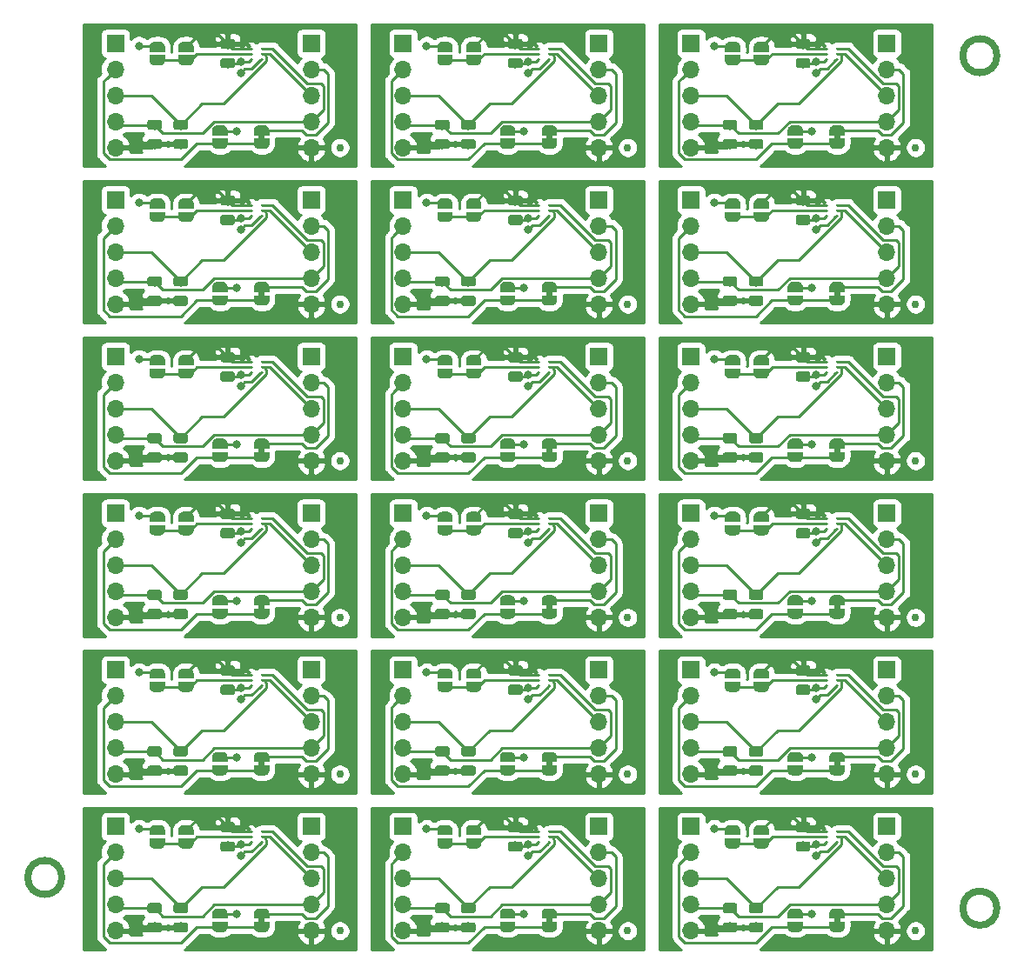
<source format=gbr>
G04 #@! TF.GenerationSoftware,KiCad,Pcbnew,5.0.1*
G04 #@! TF.CreationDate,2019-02-10T16:30:13-05:00*
G04 #@! TF.ProjectId,RevB-Panel,526576422D50616E656C2E6B69636164,rev?*
G04 #@! TF.SameCoordinates,Original*
G04 #@! TF.FileFunction,Copper,L1,Top,Signal*
G04 #@! TF.FilePolarity,Positive*
%FSLAX46Y46*%
G04 Gerber Fmt 4.6, Leading zero omitted, Abs format (unit mm)*
G04 Created by KiCad (PCBNEW 5.0.1) date Sun 10 Feb 2019 04:30:13 PM EST*
%MOMM*%
%LPD*%
G01*
G04 APERTURE LIST*
G04 #@! TA.AperFunction,EtchedComponent*
%ADD10C,0.381000*%
G04 #@! TD*
G04 #@! TA.AperFunction,ComponentPad*
%ADD11O,1.700000X1.700000*%
G04 #@! TD*
G04 #@! TA.AperFunction,ComponentPad*
%ADD12R,1.700000X1.700000*%
G04 #@! TD*
G04 #@! TA.AperFunction,BGAPad,CuDef*
%ADD13C,0.265000*%
G04 #@! TD*
G04 #@! TA.AperFunction,SMDPad,CuDef*
%ADD14C,0.500000*%
G04 #@! TD*
G04 #@! TA.AperFunction,Conductor*
%ADD15C,0.100000*%
G04 #@! TD*
G04 #@! TA.AperFunction,SMDPad,CuDef*
%ADD16C,0.975000*%
G04 #@! TD*
G04 #@! TA.AperFunction,BGAPad,CuDef*
%ADD17C,0.750000*%
G04 #@! TD*
G04 #@! TA.AperFunction,ViaPad*
%ADD18C,0.800000*%
G04 #@! TD*
G04 #@! TA.AperFunction,Conductor*
%ADD19C,0.250000*%
G04 #@! TD*
G04 #@! TA.AperFunction,Conductor*
%ADD20C,0.254000*%
G04 #@! TD*
G04 #@! TA.AperFunction,NonConductor*
%ADD21C,0.254000*%
G04 #@! TD*
G04 APERTURE END LIST*
D10*
G04 #@! TO.C,REF\002A\002A*
X147529080Y-145000000D02*
G75*
G03X147529080Y-145000000I-1529080J0D01*
G01*
X147790700Y-145000000D02*
G75*
G03X147790700Y-145000000I-1790700J0D01*
G01*
X238529080Y-148000000D02*
G75*
G03X238529080Y-148000000I-1529080J0D01*
G01*
X238790700Y-148000000D02*
G75*
G03X238790700Y-148000000I-1790700J0D01*
G01*
X238790700Y-65000000D02*
G75*
G03X238790700Y-65000000I-1790700J0D01*
G01*
X238529080Y-65000000D02*
G75*
G03X238529080Y-65000000I-1529080J0D01*
G01*
G04 #@! TD*
D11*
G04 #@! TO.P,J4,5*
G04 #@! TO.N,N/C*
X171930000Y-73940000D03*
G04 #@! TO.P,J4,4*
X171930000Y-71400000D03*
G04 #@! TO.P,J4,3*
X171930000Y-68860000D03*
G04 #@! TO.P,J4,2*
X171930000Y-66320000D03*
D12*
G04 #@! TO.P,J4,1*
X171930000Y-63780000D03*
G04 #@! TD*
D11*
G04 #@! TO.P,J4,5*
G04 #@! TO.N,N/C*
X171930000Y-89190000D03*
G04 #@! TO.P,J4,4*
X171930000Y-86650000D03*
G04 #@! TO.P,J4,3*
X171930000Y-84110000D03*
G04 #@! TO.P,J4,2*
X171930000Y-81570000D03*
D12*
G04 #@! TO.P,J4,1*
X171930000Y-79030000D03*
G04 #@! TD*
D11*
G04 #@! TO.P,J4,5*
G04 #@! TO.N,N/C*
X171930000Y-104440000D03*
G04 #@! TO.P,J4,4*
X171930000Y-101900000D03*
G04 #@! TO.P,J4,3*
X171930000Y-99360000D03*
G04 #@! TO.P,J4,2*
X171930000Y-96820000D03*
D12*
G04 #@! TO.P,J4,1*
X171930000Y-94280000D03*
G04 #@! TD*
D11*
G04 #@! TO.P,J4,5*
G04 #@! TO.N,N/C*
X171930000Y-119690000D03*
G04 #@! TO.P,J4,4*
X171930000Y-117150000D03*
G04 #@! TO.P,J4,3*
X171930000Y-114610000D03*
G04 #@! TO.P,J4,2*
X171930000Y-112070000D03*
D12*
G04 #@! TO.P,J4,1*
X171930000Y-109530000D03*
G04 #@! TD*
D11*
G04 #@! TO.P,J4,5*
G04 #@! TO.N,N/C*
X171930000Y-134940000D03*
G04 #@! TO.P,J4,4*
X171930000Y-132400000D03*
G04 #@! TO.P,J4,3*
X171930000Y-129860000D03*
G04 #@! TO.P,J4,2*
X171930000Y-127320000D03*
D12*
G04 #@! TO.P,J4,1*
X171930000Y-124780000D03*
G04 #@! TD*
D11*
G04 #@! TO.P,J4,5*
G04 #@! TO.N,N/C*
X171930000Y-150190000D03*
G04 #@! TO.P,J4,4*
X171930000Y-147650000D03*
G04 #@! TO.P,J4,3*
X171930000Y-145110000D03*
G04 #@! TO.P,J4,2*
X171930000Y-142570000D03*
D12*
G04 #@! TO.P,J4,1*
X171930000Y-140030000D03*
G04 #@! TD*
D11*
G04 #@! TO.P,J4,5*
G04 #@! TO.N,N/C*
X199930000Y-150190000D03*
G04 #@! TO.P,J4,4*
X199930000Y-147650000D03*
G04 #@! TO.P,J4,3*
X199930000Y-145110000D03*
G04 #@! TO.P,J4,2*
X199930000Y-142570000D03*
D12*
G04 #@! TO.P,J4,1*
X199930000Y-140030000D03*
G04 #@! TD*
D11*
G04 #@! TO.P,J4,5*
G04 #@! TO.N,N/C*
X199930000Y-134940000D03*
G04 #@! TO.P,J4,4*
X199930000Y-132400000D03*
G04 #@! TO.P,J4,3*
X199930000Y-129860000D03*
G04 #@! TO.P,J4,2*
X199930000Y-127320000D03*
D12*
G04 #@! TO.P,J4,1*
X199930000Y-124780000D03*
G04 #@! TD*
D11*
G04 #@! TO.P,J4,5*
G04 #@! TO.N,N/C*
X199930000Y-119690000D03*
G04 #@! TO.P,J4,4*
X199930000Y-117150000D03*
G04 #@! TO.P,J4,3*
X199930000Y-114610000D03*
G04 #@! TO.P,J4,2*
X199930000Y-112070000D03*
D12*
G04 #@! TO.P,J4,1*
X199930000Y-109530000D03*
G04 #@! TD*
D11*
G04 #@! TO.P,J4,5*
G04 #@! TO.N,N/C*
X199930000Y-104440000D03*
G04 #@! TO.P,J4,4*
X199930000Y-101900000D03*
G04 #@! TO.P,J4,3*
X199930000Y-99360000D03*
G04 #@! TO.P,J4,2*
X199930000Y-96820000D03*
D12*
G04 #@! TO.P,J4,1*
X199930000Y-94280000D03*
G04 #@! TD*
D11*
G04 #@! TO.P,J4,5*
G04 #@! TO.N,N/C*
X199930000Y-89190000D03*
G04 #@! TO.P,J4,4*
X199930000Y-86650000D03*
G04 #@! TO.P,J4,3*
X199930000Y-84110000D03*
G04 #@! TO.P,J4,2*
X199930000Y-81570000D03*
D12*
G04 #@! TO.P,J4,1*
X199930000Y-79030000D03*
G04 #@! TD*
D11*
G04 #@! TO.P,J4,5*
G04 #@! TO.N,N/C*
X199930000Y-73940000D03*
G04 #@! TO.P,J4,4*
X199930000Y-71400000D03*
G04 #@! TO.P,J4,3*
X199930000Y-68860000D03*
G04 #@! TO.P,J4,2*
X199930000Y-66320000D03*
D12*
G04 #@! TO.P,J4,1*
X199930000Y-63780000D03*
G04 #@! TD*
D11*
G04 #@! TO.P,J4,5*
G04 #@! TO.N,N/C*
X227930000Y-73940000D03*
G04 #@! TO.P,J4,4*
X227930000Y-71400000D03*
G04 #@! TO.P,J4,3*
X227930000Y-68860000D03*
G04 #@! TO.P,J4,2*
X227930000Y-66320000D03*
D12*
G04 #@! TO.P,J4,1*
X227930000Y-63780000D03*
G04 #@! TD*
D11*
G04 #@! TO.P,J4,5*
G04 #@! TO.N,N/C*
X227930000Y-89190000D03*
G04 #@! TO.P,J4,4*
X227930000Y-86650000D03*
G04 #@! TO.P,J4,3*
X227930000Y-84110000D03*
G04 #@! TO.P,J4,2*
X227930000Y-81570000D03*
D12*
G04 #@! TO.P,J4,1*
X227930000Y-79030000D03*
G04 #@! TD*
D11*
G04 #@! TO.P,J4,5*
G04 #@! TO.N,N/C*
X227930000Y-150190000D03*
G04 #@! TO.P,J4,4*
X227930000Y-147650000D03*
G04 #@! TO.P,J4,3*
X227930000Y-145110000D03*
G04 #@! TO.P,J4,2*
X227930000Y-142570000D03*
D12*
G04 #@! TO.P,J4,1*
X227930000Y-140030000D03*
G04 #@! TD*
D11*
G04 #@! TO.P,J4,5*
G04 #@! TO.N,N/C*
X227930000Y-134940000D03*
G04 #@! TO.P,J4,4*
X227930000Y-132400000D03*
G04 #@! TO.P,J4,3*
X227930000Y-129860000D03*
G04 #@! TO.P,J4,2*
X227930000Y-127320000D03*
D12*
G04 #@! TO.P,J4,1*
X227930000Y-124780000D03*
G04 #@! TD*
D11*
G04 #@! TO.P,J4,5*
G04 #@! TO.N,N/C*
X227930000Y-119690000D03*
G04 #@! TO.P,J4,4*
X227930000Y-117150000D03*
G04 #@! TO.P,J4,3*
X227930000Y-114610000D03*
G04 #@! TO.P,J4,2*
X227930000Y-112070000D03*
D12*
G04 #@! TO.P,J4,1*
X227930000Y-109530000D03*
G04 #@! TD*
D11*
G04 #@! TO.P,J4,5*
G04 #@! TO.N,VDD*
X227930000Y-104440000D03*
G04 #@! TO.P,J4,4*
G04 #@! TO.N,SDA*
X227930000Y-101900000D03*
G04 #@! TO.P,J4,3*
G04 #@! TO.N,SCL*
X227930000Y-99360000D03*
G04 #@! TO.P,J4,2*
G04 #@! TO.N,GPIO_PASSTHRU*
X227930000Y-96820000D03*
D12*
G04 #@! TO.P,J4,1*
G04 #@! TO.N,Earth*
X227930000Y-94280000D03*
G04 #@! TD*
D11*
G04 #@! TO.P,J1,5*
G04 #@! TO.N,N/C*
X152880000Y-73940000D03*
G04 #@! TO.P,J1,4*
X152880000Y-71400000D03*
G04 #@! TO.P,J1,3*
X152880000Y-68860000D03*
G04 #@! TO.P,J1,2*
X152880000Y-66320000D03*
D12*
G04 #@! TO.P,J1,1*
X152880000Y-63780000D03*
G04 #@! TD*
D11*
G04 #@! TO.P,J1,5*
G04 #@! TO.N,N/C*
X152880000Y-89190000D03*
G04 #@! TO.P,J1,4*
X152880000Y-86650000D03*
G04 #@! TO.P,J1,3*
X152880000Y-84110000D03*
G04 #@! TO.P,J1,2*
X152880000Y-81570000D03*
D12*
G04 #@! TO.P,J1,1*
X152880000Y-79030000D03*
G04 #@! TD*
D11*
G04 #@! TO.P,J1,5*
G04 #@! TO.N,N/C*
X152880000Y-104440000D03*
G04 #@! TO.P,J1,4*
X152880000Y-101900000D03*
G04 #@! TO.P,J1,3*
X152880000Y-99360000D03*
G04 #@! TO.P,J1,2*
X152880000Y-96820000D03*
D12*
G04 #@! TO.P,J1,1*
X152880000Y-94280000D03*
G04 #@! TD*
D11*
G04 #@! TO.P,J1,5*
G04 #@! TO.N,N/C*
X152880000Y-119690000D03*
G04 #@! TO.P,J1,4*
X152880000Y-117150000D03*
G04 #@! TO.P,J1,3*
X152880000Y-114610000D03*
G04 #@! TO.P,J1,2*
X152880000Y-112070000D03*
D12*
G04 #@! TO.P,J1,1*
X152880000Y-109530000D03*
G04 #@! TD*
D11*
G04 #@! TO.P,J1,5*
G04 #@! TO.N,N/C*
X152880000Y-134940000D03*
G04 #@! TO.P,J1,4*
X152880000Y-132400000D03*
G04 #@! TO.P,J1,3*
X152880000Y-129860000D03*
G04 #@! TO.P,J1,2*
X152880000Y-127320000D03*
D12*
G04 #@! TO.P,J1,1*
X152880000Y-124780000D03*
G04 #@! TD*
D11*
G04 #@! TO.P,J1,5*
G04 #@! TO.N,N/C*
X152880000Y-150190000D03*
G04 #@! TO.P,J1,4*
X152880000Y-147650000D03*
G04 #@! TO.P,J1,3*
X152880000Y-145110000D03*
G04 #@! TO.P,J1,2*
X152880000Y-142570000D03*
D12*
G04 #@! TO.P,J1,1*
X152880000Y-140030000D03*
G04 #@! TD*
D11*
G04 #@! TO.P,J1,5*
G04 #@! TO.N,N/C*
X180880000Y-150190000D03*
G04 #@! TO.P,J1,4*
X180880000Y-147650000D03*
G04 #@! TO.P,J1,3*
X180880000Y-145110000D03*
G04 #@! TO.P,J1,2*
X180880000Y-142570000D03*
D12*
G04 #@! TO.P,J1,1*
X180880000Y-140030000D03*
G04 #@! TD*
D11*
G04 #@! TO.P,J1,5*
G04 #@! TO.N,N/C*
X180880000Y-134940000D03*
G04 #@! TO.P,J1,4*
X180880000Y-132400000D03*
G04 #@! TO.P,J1,3*
X180880000Y-129860000D03*
G04 #@! TO.P,J1,2*
X180880000Y-127320000D03*
D12*
G04 #@! TO.P,J1,1*
X180880000Y-124780000D03*
G04 #@! TD*
D11*
G04 #@! TO.P,J1,5*
G04 #@! TO.N,N/C*
X180880000Y-119690000D03*
G04 #@! TO.P,J1,4*
X180880000Y-117150000D03*
G04 #@! TO.P,J1,3*
X180880000Y-114610000D03*
G04 #@! TO.P,J1,2*
X180880000Y-112070000D03*
D12*
G04 #@! TO.P,J1,1*
X180880000Y-109530000D03*
G04 #@! TD*
D11*
G04 #@! TO.P,J1,5*
G04 #@! TO.N,N/C*
X180880000Y-104440000D03*
G04 #@! TO.P,J1,4*
X180880000Y-101900000D03*
G04 #@! TO.P,J1,3*
X180880000Y-99360000D03*
G04 #@! TO.P,J1,2*
X180880000Y-96820000D03*
D12*
G04 #@! TO.P,J1,1*
X180880000Y-94280000D03*
G04 #@! TD*
D11*
G04 #@! TO.P,J1,5*
G04 #@! TO.N,N/C*
X180880000Y-89190000D03*
G04 #@! TO.P,J1,4*
X180880000Y-86650000D03*
G04 #@! TO.P,J1,3*
X180880000Y-84110000D03*
G04 #@! TO.P,J1,2*
X180880000Y-81570000D03*
D12*
G04 #@! TO.P,J1,1*
X180880000Y-79030000D03*
G04 #@! TD*
D11*
G04 #@! TO.P,J1,5*
G04 #@! TO.N,N/C*
X180880000Y-73940000D03*
G04 #@! TO.P,J1,4*
X180880000Y-71400000D03*
G04 #@! TO.P,J1,3*
X180880000Y-68860000D03*
G04 #@! TO.P,J1,2*
X180880000Y-66320000D03*
D12*
G04 #@! TO.P,J1,1*
X180880000Y-63780000D03*
G04 #@! TD*
D11*
G04 #@! TO.P,J1,5*
G04 #@! TO.N,N/C*
X208880000Y-73940000D03*
G04 #@! TO.P,J1,4*
X208880000Y-71400000D03*
G04 #@! TO.P,J1,3*
X208880000Y-68860000D03*
G04 #@! TO.P,J1,2*
X208880000Y-66320000D03*
D12*
G04 #@! TO.P,J1,1*
X208880000Y-63780000D03*
G04 #@! TD*
D11*
G04 #@! TO.P,J1,5*
G04 #@! TO.N,N/C*
X208880000Y-89190000D03*
G04 #@! TO.P,J1,4*
X208880000Y-86650000D03*
G04 #@! TO.P,J1,3*
X208880000Y-84110000D03*
G04 #@! TO.P,J1,2*
X208880000Y-81570000D03*
D12*
G04 #@! TO.P,J1,1*
X208880000Y-79030000D03*
G04 #@! TD*
D11*
G04 #@! TO.P,J1,5*
G04 #@! TO.N,N/C*
X208880000Y-150190000D03*
G04 #@! TO.P,J1,4*
X208880000Y-147650000D03*
G04 #@! TO.P,J1,3*
X208880000Y-145110000D03*
G04 #@! TO.P,J1,2*
X208880000Y-142570000D03*
D12*
G04 #@! TO.P,J1,1*
X208880000Y-140030000D03*
G04 #@! TD*
D11*
G04 #@! TO.P,J1,5*
G04 #@! TO.N,N/C*
X208880000Y-134940000D03*
G04 #@! TO.P,J1,4*
X208880000Y-132400000D03*
G04 #@! TO.P,J1,3*
X208880000Y-129860000D03*
G04 #@! TO.P,J1,2*
X208880000Y-127320000D03*
D12*
G04 #@! TO.P,J1,1*
X208880000Y-124780000D03*
G04 #@! TD*
D11*
G04 #@! TO.P,J1,5*
G04 #@! TO.N,N/C*
X208880000Y-119690000D03*
G04 #@! TO.P,J1,4*
X208880000Y-117150000D03*
G04 #@! TO.P,J1,3*
X208880000Y-114610000D03*
G04 #@! TO.P,J1,2*
X208880000Y-112070000D03*
D12*
G04 #@! TO.P,J1,1*
X208880000Y-109530000D03*
G04 #@! TD*
D11*
G04 #@! TO.P,J1,5*
G04 #@! TO.N,VDD*
X208880000Y-104440000D03*
G04 #@! TO.P,J1,4*
G04 #@! TO.N,SDA*
X208880000Y-101900000D03*
G04 #@! TO.P,J1,3*
G04 #@! TO.N,SCL*
X208880000Y-99360000D03*
G04 #@! TO.P,J1,2*
G04 #@! TO.N,GPIO*
X208880000Y-96820000D03*
D12*
G04 #@! TO.P,J1,1*
G04 #@! TO.N,Earth*
X208880000Y-94280000D03*
G04 #@! TD*
D13*
G04 #@! TO.P,U1,B2*
G04 #@! TO.N,N/C*
X167092000Y-64796000D03*
G04 #@! TO.P,U1,B1*
X166092000Y-64796000D03*
G04 #@! TO.P,U1,A1*
X166092000Y-64296000D03*
G04 #@! TO.P,U1,A2*
X167092000Y-64296000D03*
G04 #@! TO.P,U1,C2*
X167092000Y-65296000D03*
G04 #@! TO.P,U1,C1*
X166092000Y-65296000D03*
G04 #@! TD*
D14*
G04 #@! TO.P,JP2,2*
G04 #@! TO.N,N/C*
X167104000Y-72274000D03*
D15*
G04 #@! TD*
G04 #@! TO.N,N/C*
G04 #@! TO.C,JP2*
G36*
X166354602Y-72274000D02*
X166354602Y-72249466D01*
X166359412Y-72200635D01*
X166368984Y-72152510D01*
X166383228Y-72105555D01*
X166402005Y-72060222D01*
X166425136Y-72016949D01*
X166452396Y-71976150D01*
X166483524Y-71938221D01*
X166518221Y-71903524D01*
X166556150Y-71872396D01*
X166596949Y-71845136D01*
X166640222Y-71822005D01*
X166685555Y-71803228D01*
X166732510Y-71788984D01*
X166780635Y-71779412D01*
X166829466Y-71774602D01*
X166854000Y-71774602D01*
X166854000Y-71774000D01*
X167354000Y-71774000D01*
X167354000Y-71774602D01*
X167378534Y-71774602D01*
X167427365Y-71779412D01*
X167475490Y-71788984D01*
X167522445Y-71803228D01*
X167567778Y-71822005D01*
X167611051Y-71845136D01*
X167651850Y-71872396D01*
X167689779Y-71903524D01*
X167724476Y-71938221D01*
X167755604Y-71976150D01*
X167782864Y-72016949D01*
X167805995Y-72060222D01*
X167824772Y-72105555D01*
X167839016Y-72152510D01*
X167848588Y-72200635D01*
X167853398Y-72249466D01*
X167853398Y-72274000D01*
X167854000Y-72274000D01*
X167854000Y-72774000D01*
X166354000Y-72774000D01*
X166354000Y-72274000D01*
X166354602Y-72274000D01*
X166354602Y-72274000D01*
G37*
D14*
G04 #@! TO.P,JP2,1*
G04 #@! TO.N,N/C*
X167104000Y-73574000D03*
D15*
G04 #@! TD*
G04 #@! TO.N,N/C*
G04 #@! TO.C,JP2*
G36*
X166804000Y-73074000D02*
X166804000Y-72674000D01*
X167404000Y-72674000D01*
X167404000Y-73074000D01*
X167854000Y-73074000D01*
X167854000Y-73574000D01*
X167853398Y-73574000D01*
X167853398Y-73598534D01*
X167848588Y-73647365D01*
X167839016Y-73695490D01*
X167824772Y-73742445D01*
X167805995Y-73787778D01*
X167782864Y-73831051D01*
X167755604Y-73871850D01*
X167724476Y-73909779D01*
X167689779Y-73944476D01*
X167651850Y-73975604D01*
X167611051Y-74002864D01*
X167567778Y-74025995D01*
X167522445Y-74044772D01*
X167475490Y-74059016D01*
X167427365Y-74068588D01*
X167378534Y-74073398D01*
X167354000Y-74073398D01*
X167354000Y-74074000D01*
X166854000Y-74074000D01*
X166854000Y-74073398D01*
X166829466Y-74073398D01*
X166780635Y-74068588D01*
X166732510Y-74059016D01*
X166685555Y-74044772D01*
X166640222Y-74025995D01*
X166596949Y-74002864D01*
X166556150Y-73975604D01*
X166518221Y-73944476D01*
X166483524Y-73909779D01*
X166452396Y-73871850D01*
X166425136Y-73831051D01*
X166402005Y-73787778D01*
X166383228Y-73742445D01*
X166368984Y-73695490D01*
X166359412Y-73647365D01*
X166354602Y-73598534D01*
X166354602Y-73574000D01*
X166354000Y-73574000D01*
X166354000Y-73074000D01*
X166804000Y-73074000D01*
X166804000Y-73074000D01*
G37*
D14*
G04 #@! TO.P,JP1,2*
G04 #@! TO.N,N/C*
X163040000Y-72274000D03*
D15*
G04 #@! TD*
G04 #@! TO.N,N/C*
G04 #@! TO.C,JP1*
G36*
X162290602Y-72274000D02*
X162290602Y-72249466D01*
X162295412Y-72200635D01*
X162304984Y-72152510D01*
X162319228Y-72105555D01*
X162338005Y-72060222D01*
X162361136Y-72016949D01*
X162388396Y-71976150D01*
X162419524Y-71938221D01*
X162454221Y-71903524D01*
X162492150Y-71872396D01*
X162532949Y-71845136D01*
X162576222Y-71822005D01*
X162621555Y-71803228D01*
X162668510Y-71788984D01*
X162716635Y-71779412D01*
X162765466Y-71774602D01*
X162790000Y-71774602D01*
X162790000Y-71774000D01*
X163290000Y-71774000D01*
X163290000Y-71774602D01*
X163314534Y-71774602D01*
X163363365Y-71779412D01*
X163411490Y-71788984D01*
X163458445Y-71803228D01*
X163503778Y-71822005D01*
X163547051Y-71845136D01*
X163587850Y-71872396D01*
X163625779Y-71903524D01*
X163660476Y-71938221D01*
X163691604Y-71976150D01*
X163718864Y-72016949D01*
X163741995Y-72060222D01*
X163760772Y-72105555D01*
X163775016Y-72152510D01*
X163784588Y-72200635D01*
X163789398Y-72249466D01*
X163789398Y-72274000D01*
X163790000Y-72274000D01*
X163790000Y-72774000D01*
X162290000Y-72774000D01*
X162290000Y-72274000D01*
X162290602Y-72274000D01*
X162290602Y-72274000D01*
G37*
D14*
G04 #@! TO.P,JP1,1*
G04 #@! TO.N,N/C*
X163040000Y-73574000D03*
D15*
G04 #@! TD*
G04 #@! TO.N,N/C*
G04 #@! TO.C,JP1*
G36*
X163790000Y-73074000D02*
X163790000Y-73574000D01*
X163789398Y-73574000D01*
X163789398Y-73598534D01*
X163784588Y-73647365D01*
X163775016Y-73695490D01*
X163760772Y-73742445D01*
X163741995Y-73787778D01*
X163718864Y-73831051D01*
X163691604Y-73871850D01*
X163660476Y-73909779D01*
X163625779Y-73944476D01*
X163587850Y-73975604D01*
X163547051Y-74002864D01*
X163503778Y-74025995D01*
X163458445Y-74044772D01*
X163411490Y-74059016D01*
X163363365Y-74068588D01*
X163314534Y-74073398D01*
X163290000Y-74073398D01*
X163290000Y-74074000D01*
X162790000Y-74074000D01*
X162790000Y-74073398D01*
X162765466Y-74073398D01*
X162716635Y-74068588D01*
X162668510Y-74059016D01*
X162621555Y-74044772D01*
X162576222Y-74025995D01*
X162532949Y-74002864D01*
X162492150Y-73975604D01*
X162454221Y-73944476D01*
X162419524Y-73909779D01*
X162388396Y-73871850D01*
X162361136Y-73831051D01*
X162338005Y-73787778D01*
X162319228Y-73742445D01*
X162304984Y-73695490D01*
X162295412Y-73647365D01*
X162290602Y-73598534D01*
X162290602Y-73574000D01*
X162290000Y-73574000D01*
X162290000Y-73074000D01*
X163790000Y-73074000D01*
X163790000Y-73074000D01*
G37*
D14*
G04 #@! TO.P,JP3,1*
G04 #@! TO.N,N/C*
X159738000Y-64146000D03*
D15*
G04 #@! TD*
G04 #@! TO.N,N/C*
G04 #@! TO.C,JP3*
G36*
X158988000Y-64646000D02*
X158988000Y-64146000D01*
X158988602Y-64146000D01*
X158988602Y-64121466D01*
X158993412Y-64072635D01*
X159002984Y-64024510D01*
X159017228Y-63977555D01*
X159036005Y-63932222D01*
X159059136Y-63888949D01*
X159086396Y-63848150D01*
X159117524Y-63810221D01*
X159152221Y-63775524D01*
X159190150Y-63744396D01*
X159230949Y-63717136D01*
X159274222Y-63694005D01*
X159319555Y-63675228D01*
X159366510Y-63660984D01*
X159414635Y-63651412D01*
X159463466Y-63646602D01*
X159488000Y-63646602D01*
X159488000Y-63646000D01*
X159988000Y-63646000D01*
X159988000Y-63646602D01*
X160012534Y-63646602D01*
X160061365Y-63651412D01*
X160109490Y-63660984D01*
X160156445Y-63675228D01*
X160201778Y-63694005D01*
X160245051Y-63717136D01*
X160285850Y-63744396D01*
X160323779Y-63775524D01*
X160358476Y-63810221D01*
X160389604Y-63848150D01*
X160416864Y-63888949D01*
X160439995Y-63932222D01*
X160458772Y-63977555D01*
X160473016Y-64024510D01*
X160482588Y-64072635D01*
X160487398Y-64121466D01*
X160487398Y-64146000D01*
X160488000Y-64146000D01*
X160488000Y-64646000D01*
X158988000Y-64646000D01*
X158988000Y-64646000D01*
G37*
D14*
G04 #@! TO.P,JP3,2*
G04 #@! TO.N,N/C*
X159738000Y-65446000D03*
D15*
G04 #@! TD*
G04 #@! TO.N,N/C*
G04 #@! TO.C,JP3*
G36*
X160487398Y-65446000D02*
X160487398Y-65470534D01*
X160482588Y-65519365D01*
X160473016Y-65567490D01*
X160458772Y-65614445D01*
X160439995Y-65659778D01*
X160416864Y-65703051D01*
X160389604Y-65743850D01*
X160358476Y-65781779D01*
X160323779Y-65816476D01*
X160285850Y-65847604D01*
X160245051Y-65874864D01*
X160201778Y-65897995D01*
X160156445Y-65916772D01*
X160109490Y-65931016D01*
X160061365Y-65940588D01*
X160012534Y-65945398D01*
X159988000Y-65945398D01*
X159988000Y-65946000D01*
X159488000Y-65946000D01*
X159488000Y-65945398D01*
X159463466Y-65945398D01*
X159414635Y-65940588D01*
X159366510Y-65931016D01*
X159319555Y-65916772D01*
X159274222Y-65897995D01*
X159230949Y-65874864D01*
X159190150Y-65847604D01*
X159152221Y-65816476D01*
X159117524Y-65781779D01*
X159086396Y-65743850D01*
X159059136Y-65703051D01*
X159036005Y-65659778D01*
X159017228Y-65614445D01*
X159002984Y-65567490D01*
X158993412Y-65519365D01*
X158988602Y-65470534D01*
X158988602Y-65446000D01*
X158988000Y-65446000D01*
X158988000Y-64946000D01*
X160488000Y-64946000D01*
X160488000Y-65446000D01*
X160487398Y-65446000D01*
X160487398Y-65446000D01*
G37*
G04 #@! TO.N,N/C*
G04 #@! TO.C,C1*
G36*
X164282142Y-65247174D02*
X164305803Y-65250684D01*
X164329007Y-65256496D01*
X164351529Y-65264554D01*
X164373153Y-65274782D01*
X164393670Y-65287079D01*
X164412883Y-65301329D01*
X164430607Y-65317393D01*
X164446671Y-65335117D01*
X164460921Y-65354330D01*
X164473218Y-65374847D01*
X164483446Y-65396471D01*
X164491504Y-65418993D01*
X164497316Y-65442197D01*
X164500826Y-65465858D01*
X164502000Y-65489750D01*
X164502000Y-65977250D01*
X164500826Y-66001142D01*
X164497316Y-66024803D01*
X164491504Y-66048007D01*
X164483446Y-66070529D01*
X164473218Y-66092153D01*
X164460921Y-66112670D01*
X164446671Y-66131883D01*
X164430607Y-66149607D01*
X164412883Y-66165671D01*
X164393670Y-66179921D01*
X164373153Y-66192218D01*
X164351529Y-66202446D01*
X164329007Y-66210504D01*
X164305803Y-66216316D01*
X164282142Y-66219826D01*
X164258250Y-66221000D01*
X163345750Y-66221000D01*
X163321858Y-66219826D01*
X163298197Y-66216316D01*
X163274993Y-66210504D01*
X163252471Y-66202446D01*
X163230847Y-66192218D01*
X163210330Y-66179921D01*
X163191117Y-66165671D01*
X163173393Y-66149607D01*
X163157329Y-66131883D01*
X163143079Y-66112670D01*
X163130782Y-66092153D01*
X163120554Y-66070529D01*
X163112496Y-66048007D01*
X163106684Y-66024803D01*
X163103174Y-66001142D01*
X163102000Y-65977250D01*
X163102000Y-65489750D01*
X163103174Y-65465858D01*
X163106684Y-65442197D01*
X163112496Y-65418993D01*
X163120554Y-65396471D01*
X163130782Y-65374847D01*
X163143079Y-65354330D01*
X163157329Y-65335117D01*
X163173393Y-65317393D01*
X163191117Y-65301329D01*
X163210330Y-65287079D01*
X163230847Y-65274782D01*
X163252471Y-65264554D01*
X163274993Y-65256496D01*
X163298197Y-65250684D01*
X163321858Y-65247174D01*
X163345750Y-65246000D01*
X164258250Y-65246000D01*
X164282142Y-65247174D01*
X164282142Y-65247174D01*
G37*
D16*
G04 #@! TD*
G04 #@! TO.P,C1,2*
G04 #@! TO.N,N/C*
X163802000Y-65733500D03*
D15*
G04 #@! TO.N,N/C*
G04 #@! TO.C,C1*
G36*
X164282142Y-63372174D02*
X164305803Y-63375684D01*
X164329007Y-63381496D01*
X164351529Y-63389554D01*
X164373153Y-63399782D01*
X164393670Y-63412079D01*
X164412883Y-63426329D01*
X164430607Y-63442393D01*
X164446671Y-63460117D01*
X164460921Y-63479330D01*
X164473218Y-63499847D01*
X164483446Y-63521471D01*
X164491504Y-63543993D01*
X164497316Y-63567197D01*
X164500826Y-63590858D01*
X164502000Y-63614750D01*
X164502000Y-64102250D01*
X164500826Y-64126142D01*
X164497316Y-64149803D01*
X164491504Y-64173007D01*
X164483446Y-64195529D01*
X164473218Y-64217153D01*
X164460921Y-64237670D01*
X164446671Y-64256883D01*
X164430607Y-64274607D01*
X164412883Y-64290671D01*
X164393670Y-64304921D01*
X164373153Y-64317218D01*
X164351529Y-64327446D01*
X164329007Y-64335504D01*
X164305803Y-64341316D01*
X164282142Y-64344826D01*
X164258250Y-64346000D01*
X163345750Y-64346000D01*
X163321858Y-64344826D01*
X163298197Y-64341316D01*
X163274993Y-64335504D01*
X163252471Y-64327446D01*
X163230847Y-64317218D01*
X163210330Y-64304921D01*
X163191117Y-64290671D01*
X163173393Y-64274607D01*
X163157329Y-64256883D01*
X163143079Y-64237670D01*
X163130782Y-64217153D01*
X163120554Y-64195529D01*
X163112496Y-64173007D01*
X163106684Y-64149803D01*
X163103174Y-64126142D01*
X163102000Y-64102250D01*
X163102000Y-63614750D01*
X163103174Y-63590858D01*
X163106684Y-63567197D01*
X163112496Y-63543993D01*
X163120554Y-63521471D01*
X163130782Y-63499847D01*
X163143079Y-63479330D01*
X163157329Y-63460117D01*
X163173393Y-63442393D01*
X163191117Y-63426329D01*
X163210330Y-63412079D01*
X163230847Y-63399782D01*
X163252471Y-63389554D01*
X163274993Y-63381496D01*
X163298197Y-63375684D01*
X163321858Y-63372174D01*
X163345750Y-63371000D01*
X164258250Y-63371000D01*
X164282142Y-63372174D01*
X164282142Y-63372174D01*
G37*
D16*
G04 #@! TD*
G04 #@! TO.P,C1,1*
G04 #@! TO.N,N/C*
X163802000Y-63858500D03*
D14*
G04 #@! TO.P,JP4,2*
G04 #@! TO.N,N/C*
X156944000Y-64146000D03*
D15*
G04 #@! TD*
G04 #@! TO.N,N/C*
G04 #@! TO.C,JP4*
G36*
X156194602Y-64146000D02*
X156194602Y-64121466D01*
X156199412Y-64072635D01*
X156208984Y-64024510D01*
X156223228Y-63977555D01*
X156242005Y-63932222D01*
X156265136Y-63888949D01*
X156292396Y-63848150D01*
X156323524Y-63810221D01*
X156358221Y-63775524D01*
X156396150Y-63744396D01*
X156436949Y-63717136D01*
X156480222Y-63694005D01*
X156525555Y-63675228D01*
X156572510Y-63660984D01*
X156620635Y-63651412D01*
X156669466Y-63646602D01*
X156694000Y-63646602D01*
X156694000Y-63646000D01*
X157194000Y-63646000D01*
X157194000Y-63646602D01*
X157218534Y-63646602D01*
X157267365Y-63651412D01*
X157315490Y-63660984D01*
X157362445Y-63675228D01*
X157407778Y-63694005D01*
X157451051Y-63717136D01*
X157491850Y-63744396D01*
X157529779Y-63775524D01*
X157564476Y-63810221D01*
X157595604Y-63848150D01*
X157622864Y-63888949D01*
X157645995Y-63932222D01*
X157664772Y-63977555D01*
X157679016Y-64024510D01*
X157688588Y-64072635D01*
X157693398Y-64121466D01*
X157693398Y-64146000D01*
X157694000Y-64146000D01*
X157694000Y-64646000D01*
X156194000Y-64646000D01*
X156194000Y-64146000D01*
X156194602Y-64146000D01*
X156194602Y-64146000D01*
G37*
D14*
G04 #@! TO.P,JP4,1*
G04 #@! TO.N,N/C*
X156944000Y-65446000D03*
D15*
G04 #@! TD*
G04 #@! TO.N,N/C*
G04 #@! TO.C,JP4*
G36*
X157694000Y-64946000D02*
X157694000Y-65446000D01*
X157693398Y-65446000D01*
X157693398Y-65470534D01*
X157688588Y-65519365D01*
X157679016Y-65567490D01*
X157664772Y-65614445D01*
X157645995Y-65659778D01*
X157622864Y-65703051D01*
X157595604Y-65743850D01*
X157564476Y-65781779D01*
X157529779Y-65816476D01*
X157491850Y-65847604D01*
X157451051Y-65874864D01*
X157407778Y-65897995D01*
X157362445Y-65916772D01*
X157315490Y-65931016D01*
X157267365Y-65940588D01*
X157218534Y-65945398D01*
X157194000Y-65945398D01*
X157194000Y-65946000D01*
X156694000Y-65946000D01*
X156694000Y-65945398D01*
X156669466Y-65945398D01*
X156620635Y-65940588D01*
X156572510Y-65931016D01*
X156525555Y-65916772D01*
X156480222Y-65897995D01*
X156436949Y-65874864D01*
X156396150Y-65847604D01*
X156358221Y-65816476D01*
X156323524Y-65781779D01*
X156292396Y-65743850D01*
X156265136Y-65703051D01*
X156242005Y-65659778D01*
X156223228Y-65614445D01*
X156208984Y-65567490D01*
X156199412Y-65519365D01*
X156194602Y-65470534D01*
X156194602Y-65446000D01*
X156194000Y-65446000D01*
X156194000Y-64946000D01*
X157694000Y-64946000D01*
X157694000Y-64946000D01*
G37*
G04 #@! TO.N,N/C*
G04 #@! TO.C,R2*
G36*
X159710142Y-73121174D02*
X159733803Y-73124684D01*
X159757007Y-73130496D01*
X159779529Y-73138554D01*
X159801153Y-73148782D01*
X159821670Y-73161079D01*
X159840883Y-73175329D01*
X159858607Y-73191393D01*
X159874671Y-73209117D01*
X159888921Y-73228330D01*
X159901218Y-73248847D01*
X159911446Y-73270471D01*
X159919504Y-73292993D01*
X159925316Y-73316197D01*
X159928826Y-73339858D01*
X159930000Y-73363750D01*
X159930000Y-73851250D01*
X159928826Y-73875142D01*
X159925316Y-73898803D01*
X159919504Y-73922007D01*
X159911446Y-73944529D01*
X159901218Y-73966153D01*
X159888921Y-73986670D01*
X159874671Y-74005883D01*
X159858607Y-74023607D01*
X159840883Y-74039671D01*
X159821670Y-74053921D01*
X159801153Y-74066218D01*
X159779529Y-74076446D01*
X159757007Y-74084504D01*
X159733803Y-74090316D01*
X159710142Y-74093826D01*
X159686250Y-74095000D01*
X158773750Y-74095000D01*
X158749858Y-74093826D01*
X158726197Y-74090316D01*
X158702993Y-74084504D01*
X158680471Y-74076446D01*
X158658847Y-74066218D01*
X158638330Y-74053921D01*
X158619117Y-74039671D01*
X158601393Y-74023607D01*
X158585329Y-74005883D01*
X158571079Y-73986670D01*
X158558782Y-73966153D01*
X158548554Y-73944529D01*
X158540496Y-73922007D01*
X158534684Y-73898803D01*
X158531174Y-73875142D01*
X158530000Y-73851250D01*
X158530000Y-73363750D01*
X158531174Y-73339858D01*
X158534684Y-73316197D01*
X158540496Y-73292993D01*
X158548554Y-73270471D01*
X158558782Y-73248847D01*
X158571079Y-73228330D01*
X158585329Y-73209117D01*
X158601393Y-73191393D01*
X158619117Y-73175329D01*
X158638330Y-73161079D01*
X158658847Y-73148782D01*
X158680471Y-73138554D01*
X158702993Y-73130496D01*
X158726197Y-73124684D01*
X158749858Y-73121174D01*
X158773750Y-73120000D01*
X159686250Y-73120000D01*
X159710142Y-73121174D01*
X159710142Y-73121174D01*
G37*
D16*
G04 #@! TD*
G04 #@! TO.P,R2,1*
G04 #@! TO.N,N/C*
X159230000Y-73607500D03*
D15*
G04 #@! TO.N,N/C*
G04 #@! TO.C,R2*
G36*
X159710142Y-71246174D02*
X159733803Y-71249684D01*
X159757007Y-71255496D01*
X159779529Y-71263554D01*
X159801153Y-71273782D01*
X159821670Y-71286079D01*
X159840883Y-71300329D01*
X159858607Y-71316393D01*
X159874671Y-71334117D01*
X159888921Y-71353330D01*
X159901218Y-71373847D01*
X159911446Y-71395471D01*
X159919504Y-71417993D01*
X159925316Y-71441197D01*
X159928826Y-71464858D01*
X159930000Y-71488750D01*
X159930000Y-71976250D01*
X159928826Y-72000142D01*
X159925316Y-72023803D01*
X159919504Y-72047007D01*
X159911446Y-72069529D01*
X159901218Y-72091153D01*
X159888921Y-72111670D01*
X159874671Y-72130883D01*
X159858607Y-72148607D01*
X159840883Y-72164671D01*
X159821670Y-72178921D01*
X159801153Y-72191218D01*
X159779529Y-72201446D01*
X159757007Y-72209504D01*
X159733803Y-72215316D01*
X159710142Y-72218826D01*
X159686250Y-72220000D01*
X158773750Y-72220000D01*
X158749858Y-72218826D01*
X158726197Y-72215316D01*
X158702993Y-72209504D01*
X158680471Y-72201446D01*
X158658847Y-72191218D01*
X158638330Y-72178921D01*
X158619117Y-72164671D01*
X158601393Y-72148607D01*
X158585329Y-72130883D01*
X158571079Y-72111670D01*
X158558782Y-72091153D01*
X158548554Y-72069529D01*
X158540496Y-72047007D01*
X158534684Y-72023803D01*
X158531174Y-72000142D01*
X158530000Y-71976250D01*
X158530000Y-71488750D01*
X158531174Y-71464858D01*
X158534684Y-71441197D01*
X158540496Y-71417993D01*
X158548554Y-71395471D01*
X158558782Y-71373847D01*
X158571079Y-71353330D01*
X158585329Y-71334117D01*
X158601393Y-71316393D01*
X158619117Y-71300329D01*
X158638330Y-71286079D01*
X158658847Y-71273782D01*
X158680471Y-71263554D01*
X158702993Y-71255496D01*
X158726197Y-71249684D01*
X158749858Y-71246174D01*
X158773750Y-71245000D01*
X159686250Y-71245000D01*
X159710142Y-71246174D01*
X159710142Y-71246174D01*
G37*
D16*
G04 #@! TD*
G04 #@! TO.P,R2,2*
G04 #@! TO.N,N/C*
X159230000Y-71732500D03*
D15*
G04 #@! TO.N,N/C*
G04 #@! TO.C,R1*
G36*
X157170142Y-71246174D02*
X157193803Y-71249684D01*
X157217007Y-71255496D01*
X157239529Y-71263554D01*
X157261153Y-71273782D01*
X157281670Y-71286079D01*
X157300883Y-71300329D01*
X157318607Y-71316393D01*
X157334671Y-71334117D01*
X157348921Y-71353330D01*
X157361218Y-71373847D01*
X157371446Y-71395471D01*
X157379504Y-71417993D01*
X157385316Y-71441197D01*
X157388826Y-71464858D01*
X157390000Y-71488750D01*
X157390000Y-71976250D01*
X157388826Y-72000142D01*
X157385316Y-72023803D01*
X157379504Y-72047007D01*
X157371446Y-72069529D01*
X157361218Y-72091153D01*
X157348921Y-72111670D01*
X157334671Y-72130883D01*
X157318607Y-72148607D01*
X157300883Y-72164671D01*
X157281670Y-72178921D01*
X157261153Y-72191218D01*
X157239529Y-72201446D01*
X157217007Y-72209504D01*
X157193803Y-72215316D01*
X157170142Y-72218826D01*
X157146250Y-72220000D01*
X156233750Y-72220000D01*
X156209858Y-72218826D01*
X156186197Y-72215316D01*
X156162993Y-72209504D01*
X156140471Y-72201446D01*
X156118847Y-72191218D01*
X156098330Y-72178921D01*
X156079117Y-72164671D01*
X156061393Y-72148607D01*
X156045329Y-72130883D01*
X156031079Y-72111670D01*
X156018782Y-72091153D01*
X156008554Y-72069529D01*
X156000496Y-72047007D01*
X155994684Y-72023803D01*
X155991174Y-72000142D01*
X155990000Y-71976250D01*
X155990000Y-71488750D01*
X155991174Y-71464858D01*
X155994684Y-71441197D01*
X156000496Y-71417993D01*
X156008554Y-71395471D01*
X156018782Y-71373847D01*
X156031079Y-71353330D01*
X156045329Y-71334117D01*
X156061393Y-71316393D01*
X156079117Y-71300329D01*
X156098330Y-71286079D01*
X156118847Y-71273782D01*
X156140471Y-71263554D01*
X156162993Y-71255496D01*
X156186197Y-71249684D01*
X156209858Y-71246174D01*
X156233750Y-71245000D01*
X157146250Y-71245000D01*
X157170142Y-71246174D01*
X157170142Y-71246174D01*
G37*
D16*
G04 #@! TD*
G04 #@! TO.P,R1,2*
G04 #@! TO.N,N/C*
X156690000Y-71732500D03*
D15*
G04 #@! TO.N,N/C*
G04 #@! TO.C,R1*
G36*
X157170142Y-73121174D02*
X157193803Y-73124684D01*
X157217007Y-73130496D01*
X157239529Y-73138554D01*
X157261153Y-73148782D01*
X157281670Y-73161079D01*
X157300883Y-73175329D01*
X157318607Y-73191393D01*
X157334671Y-73209117D01*
X157348921Y-73228330D01*
X157361218Y-73248847D01*
X157371446Y-73270471D01*
X157379504Y-73292993D01*
X157385316Y-73316197D01*
X157388826Y-73339858D01*
X157390000Y-73363750D01*
X157390000Y-73851250D01*
X157388826Y-73875142D01*
X157385316Y-73898803D01*
X157379504Y-73922007D01*
X157371446Y-73944529D01*
X157361218Y-73966153D01*
X157348921Y-73986670D01*
X157334671Y-74005883D01*
X157318607Y-74023607D01*
X157300883Y-74039671D01*
X157281670Y-74053921D01*
X157261153Y-74066218D01*
X157239529Y-74076446D01*
X157217007Y-74084504D01*
X157193803Y-74090316D01*
X157170142Y-74093826D01*
X157146250Y-74095000D01*
X156233750Y-74095000D01*
X156209858Y-74093826D01*
X156186197Y-74090316D01*
X156162993Y-74084504D01*
X156140471Y-74076446D01*
X156118847Y-74066218D01*
X156098330Y-74053921D01*
X156079117Y-74039671D01*
X156061393Y-74023607D01*
X156045329Y-74005883D01*
X156031079Y-73986670D01*
X156018782Y-73966153D01*
X156008554Y-73944529D01*
X156000496Y-73922007D01*
X155994684Y-73898803D01*
X155991174Y-73875142D01*
X155990000Y-73851250D01*
X155990000Y-73363750D01*
X155991174Y-73339858D01*
X155994684Y-73316197D01*
X156000496Y-73292993D01*
X156008554Y-73270471D01*
X156018782Y-73248847D01*
X156031079Y-73228330D01*
X156045329Y-73209117D01*
X156061393Y-73191393D01*
X156079117Y-73175329D01*
X156098330Y-73161079D01*
X156118847Y-73148782D01*
X156140471Y-73138554D01*
X156162993Y-73130496D01*
X156186197Y-73124684D01*
X156209858Y-73121174D01*
X156233750Y-73120000D01*
X157146250Y-73120000D01*
X157170142Y-73121174D01*
X157170142Y-73121174D01*
G37*
D16*
G04 #@! TD*
G04 #@! TO.P,R1,1*
G04 #@! TO.N,N/C*
X156690000Y-73607500D03*
D17*
G04 #@! TO.P,REF\002A\002A,~*
G04 #@! TO.N,N/C*
X174724000Y-73940000D03*
G04 #@! TD*
D13*
G04 #@! TO.P,U1,B2*
G04 #@! TO.N,N/C*
X167092000Y-80046000D03*
G04 #@! TO.P,U1,B1*
X166092000Y-80046000D03*
G04 #@! TO.P,U1,A1*
X166092000Y-79546000D03*
G04 #@! TO.P,U1,A2*
X167092000Y-79546000D03*
G04 #@! TO.P,U1,C2*
X167092000Y-80546000D03*
G04 #@! TO.P,U1,C1*
X166092000Y-80546000D03*
G04 #@! TD*
D14*
G04 #@! TO.P,JP2,2*
G04 #@! TO.N,N/C*
X167104000Y-87524000D03*
D15*
G04 #@! TD*
G04 #@! TO.N,N/C*
G04 #@! TO.C,JP2*
G36*
X166354602Y-87524000D02*
X166354602Y-87499466D01*
X166359412Y-87450635D01*
X166368984Y-87402510D01*
X166383228Y-87355555D01*
X166402005Y-87310222D01*
X166425136Y-87266949D01*
X166452396Y-87226150D01*
X166483524Y-87188221D01*
X166518221Y-87153524D01*
X166556150Y-87122396D01*
X166596949Y-87095136D01*
X166640222Y-87072005D01*
X166685555Y-87053228D01*
X166732510Y-87038984D01*
X166780635Y-87029412D01*
X166829466Y-87024602D01*
X166854000Y-87024602D01*
X166854000Y-87024000D01*
X167354000Y-87024000D01*
X167354000Y-87024602D01*
X167378534Y-87024602D01*
X167427365Y-87029412D01*
X167475490Y-87038984D01*
X167522445Y-87053228D01*
X167567778Y-87072005D01*
X167611051Y-87095136D01*
X167651850Y-87122396D01*
X167689779Y-87153524D01*
X167724476Y-87188221D01*
X167755604Y-87226150D01*
X167782864Y-87266949D01*
X167805995Y-87310222D01*
X167824772Y-87355555D01*
X167839016Y-87402510D01*
X167848588Y-87450635D01*
X167853398Y-87499466D01*
X167853398Y-87524000D01*
X167854000Y-87524000D01*
X167854000Y-88024000D01*
X166354000Y-88024000D01*
X166354000Y-87524000D01*
X166354602Y-87524000D01*
X166354602Y-87524000D01*
G37*
D14*
G04 #@! TO.P,JP2,1*
G04 #@! TO.N,N/C*
X167104000Y-88824000D03*
D15*
G04 #@! TD*
G04 #@! TO.N,N/C*
G04 #@! TO.C,JP2*
G36*
X166804000Y-88324000D02*
X166804000Y-87924000D01*
X167404000Y-87924000D01*
X167404000Y-88324000D01*
X167854000Y-88324000D01*
X167854000Y-88824000D01*
X167853398Y-88824000D01*
X167853398Y-88848534D01*
X167848588Y-88897365D01*
X167839016Y-88945490D01*
X167824772Y-88992445D01*
X167805995Y-89037778D01*
X167782864Y-89081051D01*
X167755604Y-89121850D01*
X167724476Y-89159779D01*
X167689779Y-89194476D01*
X167651850Y-89225604D01*
X167611051Y-89252864D01*
X167567778Y-89275995D01*
X167522445Y-89294772D01*
X167475490Y-89309016D01*
X167427365Y-89318588D01*
X167378534Y-89323398D01*
X167354000Y-89323398D01*
X167354000Y-89324000D01*
X166854000Y-89324000D01*
X166854000Y-89323398D01*
X166829466Y-89323398D01*
X166780635Y-89318588D01*
X166732510Y-89309016D01*
X166685555Y-89294772D01*
X166640222Y-89275995D01*
X166596949Y-89252864D01*
X166556150Y-89225604D01*
X166518221Y-89194476D01*
X166483524Y-89159779D01*
X166452396Y-89121850D01*
X166425136Y-89081051D01*
X166402005Y-89037778D01*
X166383228Y-88992445D01*
X166368984Y-88945490D01*
X166359412Y-88897365D01*
X166354602Y-88848534D01*
X166354602Y-88824000D01*
X166354000Y-88824000D01*
X166354000Y-88324000D01*
X166804000Y-88324000D01*
X166804000Y-88324000D01*
G37*
D14*
G04 #@! TO.P,JP1,2*
G04 #@! TO.N,N/C*
X163040000Y-87524000D03*
D15*
G04 #@! TD*
G04 #@! TO.N,N/C*
G04 #@! TO.C,JP1*
G36*
X162290602Y-87524000D02*
X162290602Y-87499466D01*
X162295412Y-87450635D01*
X162304984Y-87402510D01*
X162319228Y-87355555D01*
X162338005Y-87310222D01*
X162361136Y-87266949D01*
X162388396Y-87226150D01*
X162419524Y-87188221D01*
X162454221Y-87153524D01*
X162492150Y-87122396D01*
X162532949Y-87095136D01*
X162576222Y-87072005D01*
X162621555Y-87053228D01*
X162668510Y-87038984D01*
X162716635Y-87029412D01*
X162765466Y-87024602D01*
X162790000Y-87024602D01*
X162790000Y-87024000D01*
X163290000Y-87024000D01*
X163290000Y-87024602D01*
X163314534Y-87024602D01*
X163363365Y-87029412D01*
X163411490Y-87038984D01*
X163458445Y-87053228D01*
X163503778Y-87072005D01*
X163547051Y-87095136D01*
X163587850Y-87122396D01*
X163625779Y-87153524D01*
X163660476Y-87188221D01*
X163691604Y-87226150D01*
X163718864Y-87266949D01*
X163741995Y-87310222D01*
X163760772Y-87355555D01*
X163775016Y-87402510D01*
X163784588Y-87450635D01*
X163789398Y-87499466D01*
X163789398Y-87524000D01*
X163790000Y-87524000D01*
X163790000Y-88024000D01*
X162290000Y-88024000D01*
X162290000Y-87524000D01*
X162290602Y-87524000D01*
X162290602Y-87524000D01*
G37*
D14*
G04 #@! TO.P,JP1,1*
G04 #@! TO.N,N/C*
X163040000Y-88824000D03*
D15*
G04 #@! TD*
G04 #@! TO.N,N/C*
G04 #@! TO.C,JP1*
G36*
X163790000Y-88324000D02*
X163790000Y-88824000D01*
X163789398Y-88824000D01*
X163789398Y-88848534D01*
X163784588Y-88897365D01*
X163775016Y-88945490D01*
X163760772Y-88992445D01*
X163741995Y-89037778D01*
X163718864Y-89081051D01*
X163691604Y-89121850D01*
X163660476Y-89159779D01*
X163625779Y-89194476D01*
X163587850Y-89225604D01*
X163547051Y-89252864D01*
X163503778Y-89275995D01*
X163458445Y-89294772D01*
X163411490Y-89309016D01*
X163363365Y-89318588D01*
X163314534Y-89323398D01*
X163290000Y-89323398D01*
X163290000Y-89324000D01*
X162790000Y-89324000D01*
X162790000Y-89323398D01*
X162765466Y-89323398D01*
X162716635Y-89318588D01*
X162668510Y-89309016D01*
X162621555Y-89294772D01*
X162576222Y-89275995D01*
X162532949Y-89252864D01*
X162492150Y-89225604D01*
X162454221Y-89194476D01*
X162419524Y-89159779D01*
X162388396Y-89121850D01*
X162361136Y-89081051D01*
X162338005Y-89037778D01*
X162319228Y-88992445D01*
X162304984Y-88945490D01*
X162295412Y-88897365D01*
X162290602Y-88848534D01*
X162290602Y-88824000D01*
X162290000Y-88824000D01*
X162290000Y-88324000D01*
X163790000Y-88324000D01*
X163790000Y-88324000D01*
G37*
D14*
G04 #@! TO.P,JP3,1*
G04 #@! TO.N,N/C*
X159738000Y-79396000D03*
D15*
G04 #@! TD*
G04 #@! TO.N,N/C*
G04 #@! TO.C,JP3*
G36*
X158988000Y-79896000D02*
X158988000Y-79396000D01*
X158988602Y-79396000D01*
X158988602Y-79371466D01*
X158993412Y-79322635D01*
X159002984Y-79274510D01*
X159017228Y-79227555D01*
X159036005Y-79182222D01*
X159059136Y-79138949D01*
X159086396Y-79098150D01*
X159117524Y-79060221D01*
X159152221Y-79025524D01*
X159190150Y-78994396D01*
X159230949Y-78967136D01*
X159274222Y-78944005D01*
X159319555Y-78925228D01*
X159366510Y-78910984D01*
X159414635Y-78901412D01*
X159463466Y-78896602D01*
X159488000Y-78896602D01*
X159488000Y-78896000D01*
X159988000Y-78896000D01*
X159988000Y-78896602D01*
X160012534Y-78896602D01*
X160061365Y-78901412D01*
X160109490Y-78910984D01*
X160156445Y-78925228D01*
X160201778Y-78944005D01*
X160245051Y-78967136D01*
X160285850Y-78994396D01*
X160323779Y-79025524D01*
X160358476Y-79060221D01*
X160389604Y-79098150D01*
X160416864Y-79138949D01*
X160439995Y-79182222D01*
X160458772Y-79227555D01*
X160473016Y-79274510D01*
X160482588Y-79322635D01*
X160487398Y-79371466D01*
X160487398Y-79396000D01*
X160488000Y-79396000D01*
X160488000Y-79896000D01*
X158988000Y-79896000D01*
X158988000Y-79896000D01*
G37*
D14*
G04 #@! TO.P,JP3,2*
G04 #@! TO.N,N/C*
X159738000Y-80696000D03*
D15*
G04 #@! TD*
G04 #@! TO.N,N/C*
G04 #@! TO.C,JP3*
G36*
X160487398Y-80696000D02*
X160487398Y-80720534D01*
X160482588Y-80769365D01*
X160473016Y-80817490D01*
X160458772Y-80864445D01*
X160439995Y-80909778D01*
X160416864Y-80953051D01*
X160389604Y-80993850D01*
X160358476Y-81031779D01*
X160323779Y-81066476D01*
X160285850Y-81097604D01*
X160245051Y-81124864D01*
X160201778Y-81147995D01*
X160156445Y-81166772D01*
X160109490Y-81181016D01*
X160061365Y-81190588D01*
X160012534Y-81195398D01*
X159988000Y-81195398D01*
X159988000Y-81196000D01*
X159488000Y-81196000D01*
X159488000Y-81195398D01*
X159463466Y-81195398D01*
X159414635Y-81190588D01*
X159366510Y-81181016D01*
X159319555Y-81166772D01*
X159274222Y-81147995D01*
X159230949Y-81124864D01*
X159190150Y-81097604D01*
X159152221Y-81066476D01*
X159117524Y-81031779D01*
X159086396Y-80993850D01*
X159059136Y-80953051D01*
X159036005Y-80909778D01*
X159017228Y-80864445D01*
X159002984Y-80817490D01*
X158993412Y-80769365D01*
X158988602Y-80720534D01*
X158988602Y-80696000D01*
X158988000Y-80696000D01*
X158988000Y-80196000D01*
X160488000Y-80196000D01*
X160488000Y-80696000D01*
X160487398Y-80696000D01*
X160487398Y-80696000D01*
G37*
G04 #@! TO.N,N/C*
G04 #@! TO.C,C1*
G36*
X164282142Y-80497174D02*
X164305803Y-80500684D01*
X164329007Y-80506496D01*
X164351529Y-80514554D01*
X164373153Y-80524782D01*
X164393670Y-80537079D01*
X164412883Y-80551329D01*
X164430607Y-80567393D01*
X164446671Y-80585117D01*
X164460921Y-80604330D01*
X164473218Y-80624847D01*
X164483446Y-80646471D01*
X164491504Y-80668993D01*
X164497316Y-80692197D01*
X164500826Y-80715858D01*
X164502000Y-80739750D01*
X164502000Y-81227250D01*
X164500826Y-81251142D01*
X164497316Y-81274803D01*
X164491504Y-81298007D01*
X164483446Y-81320529D01*
X164473218Y-81342153D01*
X164460921Y-81362670D01*
X164446671Y-81381883D01*
X164430607Y-81399607D01*
X164412883Y-81415671D01*
X164393670Y-81429921D01*
X164373153Y-81442218D01*
X164351529Y-81452446D01*
X164329007Y-81460504D01*
X164305803Y-81466316D01*
X164282142Y-81469826D01*
X164258250Y-81471000D01*
X163345750Y-81471000D01*
X163321858Y-81469826D01*
X163298197Y-81466316D01*
X163274993Y-81460504D01*
X163252471Y-81452446D01*
X163230847Y-81442218D01*
X163210330Y-81429921D01*
X163191117Y-81415671D01*
X163173393Y-81399607D01*
X163157329Y-81381883D01*
X163143079Y-81362670D01*
X163130782Y-81342153D01*
X163120554Y-81320529D01*
X163112496Y-81298007D01*
X163106684Y-81274803D01*
X163103174Y-81251142D01*
X163102000Y-81227250D01*
X163102000Y-80739750D01*
X163103174Y-80715858D01*
X163106684Y-80692197D01*
X163112496Y-80668993D01*
X163120554Y-80646471D01*
X163130782Y-80624847D01*
X163143079Y-80604330D01*
X163157329Y-80585117D01*
X163173393Y-80567393D01*
X163191117Y-80551329D01*
X163210330Y-80537079D01*
X163230847Y-80524782D01*
X163252471Y-80514554D01*
X163274993Y-80506496D01*
X163298197Y-80500684D01*
X163321858Y-80497174D01*
X163345750Y-80496000D01*
X164258250Y-80496000D01*
X164282142Y-80497174D01*
X164282142Y-80497174D01*
G37*
D16*
G04 #@! TD*
G04 #@! TO.P,C1,2*
G04 #@! TO.N,N/C*
X163802000Y-80983500D03*
D15*
G04 #@! TO.N,N/C*
G04 #@! TO.C,C1*
G36*
X164282142Y-78622174D02*
X164305803Y-78625684D01*
X164329007Y-78631496D01*
X164351529Y-78639554D01*
X164373153Y-78649782D01*
X164393670Y-78662079D01*
X164412883Y-78676329D01*
X164430607Y-78692393D01*
X164446671Y-78710117D01*
X164460921Y-78729330D01*
X164473218Y-78749847D01*
X164483446Y-78771471D01*
X164491504Y-78793993D01*
X164497316Y-78817197D01*
X164500826Y-78840858D01*
X164502000Y-78864750D01*
X164502000Y-79352250D01*
X164500826Y-79376142D01*
X164497316Y-79399803D01*
X164491504Y-79423007D01*
X164483446Y-79445529D01*
X164473218Y-79467153D01*
X164460921Y-79487670D01*
X164446671Y-79506883D01*
X164430607Y-79524607D01*
X164412883Y-79540671D01*
X164393670Y-79554921D01*
X164373153Y-79567218D01*
X164351529Y-79577446D01*
X164329007Y-79585504D01*
X164305803Y-79591316D01*
X164282142Y-79594826D01*
X164258250Y-79596000D01*
X163345750Y-79596000D01*
X163321858Y-79594826D01*
X163298197Y-79591316D01*
X163274993Y-79585504D01*
X163252471Y-79577446D01*
X163230847Y-79567218D01*
X163210330Y-79554921D01*
X163191117Y-79540671D01*
X163173393Y-79524607D01*
X163157329Y-79506883D01*
X163143079Y-79487670D01*
X163130782Y-79467153D01*
X163120554Y-79445529D01*
X163112496Y-79423007D01*
X163106684Y-79399803D01*
X163103174Y-79376142D01*
X163102000Y-79352250D01*
X163102000Y-78864750D01*
X163103174Y-78840858D01*
X163106684Y-78817197D01*
X163112496Y-78793993D01*
X163120554Y-78771471D01*
X163130782Y-78749847D01*
X163143079Y-78729330D01*
X163157329Y-78710117D01*
X163173393Y-78692393D01*
X163191117Y-78676329D01*
X163210330Y-78662079D01*
X163230847Y-78649782D01*
X163252471Y-78639554D01*
X163274993Y-78631496D01*
X163298197Y-78625684D01*
X163321858Y-78622174D01*
X163345750Y-78621000D01*
X164258250Y-78621000D01*
X164282142Y-78622174D01*
X164282142Y-78622174D01*
G37*
D16*
G04 #@! TD*
G04 #@! TO.P,C1,1*
G04 #@! TO.N,N/C*
X163802000Y-79108500D03*
D14*
G04 #@! TO.P,JP4,2*
G04 #@! TO.N,N/C*
X156944000Y-79396000D03*
D15*
G04 #@! TD*
G04 #@! TO.N,N/C*
G04 #@! TO.C,JP4*
G36*
X156194602Y-79396000D02*
X156194602Y-79371466D01*
X156199412Y-79322635D01*
X156208984Y-79274510D01*
X156223228Y-79227555D01*
X156242005Y-79182222D01*
X156265136Y-79138949D01*
X156292396Y-79098150D01*
X156323524Y-79060221D01*
X156358221Y-79025524D01*
X156396150Y-78994396D01*
X156436949Y-78967136D01*
X156480222Y-78944005D01*
X156525555Y-78925228D01*
X156572510Y-78910984D01*
X156620635Y-78901412D01*
X156669466Y-78896602D01*
X156694000Y-78896602D01*
X156694000Y-78896000D01*
X157194000Y-78896000D01*
X157194000Y-78896602D01*
X157218534Y-78896602D01*
X157267365Y-78901412D01*
X157315490Y-78910984D01*
X157362445Y-78925228D01*
X157407778Y-78944005D01*
X157451051Y-78967136D01*
X157491850Y-78994396D01*
X157529779Y-79025524D01*
X157564476Y-79060221D01*
X157595604Y-79098150D01*
X157622864Y-79138949D01*
X157645995Y-79182222D01*
X157664772Y-79227555D01*
X157679016Y-79274510D01*
X157688588Y-79322635D01*
X157693398Y-79371466D01*
X157693398Y-79396000D01*
X157694000Y-79396000D01*
X157694000Y-79896000D01*
X156194000Y-79896000D01*
X156194000Y-79396000D01*
X156194602Y-79396000D01*
X156194602Y-79396000D01*
G37*
D14*
G04 #@! TO.P,JP4,1*
G04 #@! TO.N,N/C*
X156944000Y-80696000D03*
D15*
G04 #@! TD*
G04 #@! TO.N,N/C*
G04 #@! TO.C,JP4*
G36*
X157694000Y-80196000D02*
X157694000Y-80696000D01*
X157693398Y-80696000D01*
X157693398Y-80720534D01*
X157688588Y-80769365D01*
X157679016Y-80817490D01*
X157664772Y-80864445D01*
X157645995Y-80909778D01*
X157622864Y-80953051D01*
X157595604Y-80993850D01*
X157564476Y-81031779D01*
X157529779Y-81066476D01*
X157491850Y-81097604D01*
X157451051Y-81124864D01*
X157407778Y-81147995D01*
X157362445Y-81166772D01*
X157315490Y-81181016D01*
X157267365Y-81190588D01*
X157218534Y-81195398D01*
X157194000Y-81195398D01*
X157194000Y-81196000D01*
X156694000Y-81196000D01*
X156694000Y-81195398D01*
X156669466Y-81195398D01*
X156620635Y-81190588D01*
X156572510Y-81181016D01*
X156525555Y-81166772D01*
X156480222Y-81147995D01*
X156436949Y-81124864D01*
X156396150Y-81097604D01*
X156358221Y-81066476D01*
X156323524Y-81031779D01*
X156292396Y-80993850D01*
X156265136Y-80953051D01*
X156242005Y-80909778D01*
X156223228Y-80864445D01*
X156208984Y-80817490D01*
X156199412Y-80769365D01*
X156194602Y-80720534D01*
X156194602Y-80696000D01*
X156194000Y-80696000D01*
X156194000Y-80196000D01*
X157694000Y-80196000D01*
X157694000Y-80196000D01*
G37*
G04 #@! TO.N,N/C*
G04 #@! TO.C,R2*
G36*
X159710142Y-88371174D02*
X159733803Y-88374684D01*
X159757007Y-88380496D01*
X159779529Y-88388554D01*
X159801153Y-88398782D01*
X159821670Y-88411079D01*
X159840883Y-88425329D01*
X159858607Y-88441393D01*
X159874671Y-88459117D01*
X159888921Y-88478330D01*
X159901218Y-88498847D01*
X159911446Y-88520471D01*
X159919504Y-88542993D01*
X159925316Y-88566197D01*
X159928826Y-88589858D01*
X159930000Y-88613750D01*
X159930000Y-89101250D01*
X159928826Y-89125142D01*
X159925316Y-89148803D01*
X159919504Y-89172007D01*
X159911446Y-89194529D01*
X159901218Y-89216153D01*
X159888921Y-89236670D01*
X159874671Y-89255883D01*
X159858607Y-89273607D01*
X159840883Y-89289671D01*
X159821670Y-89303921D01*
X159801153Y-89316218D01*
X159779529Y-89326446D01*
X159757007Y-89334504D01*
X159733803Y-89340316D01*
X159710142Y-89343826D01*
X159686250Y-89345000D01*
X158773750Y-89345000D01*
X158749858Y-89343826D01*
X158726197Y-89340316D01*
X158702993Y-89334504D01*
X158680471Y-89326446D01*
X158658847Y-89316218D01*
X158638330Y-89303921D01*
X158619117Y-89289671D01*
X158601393Y-89273607D01*
X158585329Y-89255883D01*
X158571079Y-89236670D01*
X158558782Y-89216153D01*
X158548554Y-89194529D01*
X158540496Y-89172007D01*
X158534684Y-89148803D01*
X158531174Y-89125142D01*
X158530000Y-89101250D01*
X158530000Y-88613750D01*
X158531174Y-88589858D01*
X158534684Y-88566197D01*
X158540496Y-88542993D01*
X158548554Y-88520471D01*
X158558782Y-88498847D01*
X158571079Y-88478330D01*
X158585329Y-88459117D01*
X158601393Y-88441393D01*
X158619117Y-88425329D01*
X158638330Y-88411079D01*
X158658847Y-88398782D01*
X158680471Y-88388554D01*
X158702993Y-88380496D01*
X158726197Y-88374684D01*
X158749858Y-88371174D01*
X158773750Y-88370000D01*
X159686250Y-88370000D01*
X159710142Y-88371174D01*
X159710142Y-88371174D01*
G37*
D16*
G04 #@! TD*
G04 #@! TO.P,R2,1*
G04 #@! TO.N,N/C*
X159230000Y-88857500D03*
D15*
G04 #@! TO.N,N/C*
G04 #@! TO.C,R2*
G36*
X159710142Y-86496174D02*
X159733803Y-86499684D01*
X159757007Y-86505496D01*
X159779529Y-86513554D01*
X159801153Y-86523782D01*
X159821670Y-86536079D01*
X159840883Y-86550329D01*
X159858607Y-86566393D01*
X159874671Y-86584117D01*
X159888921Y-86603330D01*
X159901218Y-86623847D01*
X159911446Y-86645471D01*
X159919504Y-86667993D01*
X159925316Y-86691197D01*
X159928826Y-86714858D01*
X159930000Y-86738750D01*
X159930000Y-87226250D01*
X159928826Y-87250142D01*
X159925316Y-87273803D01*
X159919504Y-87297007D01*
X159911446Y-87319529D01*
X159901218Y-87341153D01*
X159888921Y-87361670D01*
X159874671Y-87380883D01*
X159858607Y-87398607D01*
X159840883Y-87414671D01*
X159821670Y-87428921D01*
X159801153Y-87441218D01*
X159779529Y-87451446D01*
X159757007Y-87459504D01*
X159733803Y-87465316D01*
X159710142Y-87468826D01*
X159686250Y-87470000D01*
X158773750Y-87470000D01*
X158749858Y-87468826D01*
X158726197Y-87465316D01*
X158702993Y-87459504D01*
X158680471Y-87451446D01*
X158658847Y-87441218D01*
X158638330Y-87428921D01*
X158619117Y-87414671D01*
X158601393Y-87398607D01*
X158585329Y-87380883D01*
X158571079Y-87361670D01*
X158558782Y-87341153D01*
X158548554Y-87319529D01*
X158540496Y-87297007D01*
X158534684Y-87273803D01*
X158531174Y-87250142D01*
X158530000Y-87226250D01*
X158530000Y-86738750D01*
X158531174Y-86714858D01*
X158534684Y-86691197D01*
X158540496Y-86667993D01*
X158548554Y-86645471D01*
X158558782Y-86623847D01*
X158571079Y-86603330D01*
X158585329Y-86584117D01*
X158601393Y-86566393D01*
X158619117Y-86550329D01*
X158638330Y-86536079D01*
X158658847Y-86523782D01*
X158680471Y-86513554D01*
X158702993Y-86505496D01*
X158726197Y-86499684D01*
X158749858Y-86496174D01*
X158773750Y-86495000D01*
X159686250Y-86495000D01*
X159710142Y-86496174D01*
X159710142Y-86496174D01*
G37*
D16*
G04 #@! TD*
G04 #@! TO.P,R2,2*
G04 #@! TO.N,N/C*
X159230000Y-86982500D03*
D15*
G04 #@! TO.N,N/C*
G04 #@! TO.C,R1*
G36*
X157170142Y-86496174D02*
X157193803Y-86499684D01*
X157217007Y-86505496D01*
X157239529Y-86513554D01*
X157261153Y-86523782D01*
X157281670Y-86536079D01*
X157300883Y-86550329D01*
X157318607Y-86566393D01*
X157334671Y-86584117D01*
X157348921Y-86603330D01*
X157361218Y-86623847D01*
X157371446Y-86645471D01*
X157379504Y-86667993D01*
X157385316Y-86691197D01*
X157388826Y-86714858D01*
X157390000Y-86738750D01*
X157390000Y-87226250D01*
X157388826Y-87250142D01*
X157385316Y-87273803D01*
X157379504Y-87297007D01*
X157371446Y-87319529D01*
X157361218Y-87341153D01*
X157348921Y-87361670D01*
X157334671Y-87380883D01*
X157318607Y-87398607D01*
X157300883Y-87414671D01*
X157281670Y-87428921D01*
X157261153Y-87441218D01*
X157239529Y-87451446D01*
X157217007Y-87459504D01*
X157193803Y-87465316D01*
X157170142Y-87468826D01*
X157146250Y-87470000D01*
X156233750Y-87470000D01*
X156209858Y-87468826D01*
X156186197Y-87465316D01*
X156162993Y-87459504D01*
X156140471Y-87451446D01*
X156118847Y-87441218D01*
X156098330Y-87428921D01*
X156079117Y-87414671D01*
X156061393Y-87398607D01*
X156045329Y-87380883D01*
X156031079Y-87361670D01*
X156018782Y-87341153D01*
X156008554Y-87319529D01*
X156000496Y-87297007D01*
X155994684Y-87273803D01*
X155991174Y-87250142D01*
X155990000Y-87226250D01*
X155990000Y-86738750D01*
X155991174Y-86714858D01*
X155994684Y-86691197D01*
X156000496Y-86667993D01*
X156008554Y-86645471D01*
X156018782Y-86623847D01*
X156031079Y-86603330D01*
X156045329Y-86584117D01*
X156061393Y-86566393D01*
X156079117Y-86550329D01*
X156098330Y-86536079D01*
X156118847Y-86523782D01*
X156140471Y-86513554D01*
X156162993Y-86505496D01*
X156186197Y-86499684D01*
X156209858Y-86496174D01*
X156233750Y-86495000D01*
X157146250Y-86495000D01*
X157170142Y-86496174D01*
X157170142Y-86496174D01*
G37*
D16*
G04 #@! TD*
G04 #@! TO.P,R1,2*
G04 #@! TO.N,N/C*
X156690000Y-86982500D03*
D15*
G04 #@! TO.N,N/C*
G04 #@! TO.C,R1*
G36*
X157170142Y-88371174D02*
X157193803Y-88374684D01*
X157217007Y-88380496D01*
X157239529Y-88388554D01*
X157261153Y-88398782D01*
X157281670Y-88411079D01*
X157300883Y-88425329D01*
X157318607Y-88441393D01*
X157334671Y-88459117D01*
X157348921Y-88478330D01*
X157361218Y-88498847D01*
X157371446Y-88520471D01*
X157379504Y-88542993D01*
X157385316Y-88566197D01*
X157388826Y-88589858D01*
X157390000Y-88613750D01*
X157390000Y-89101250D01*
X157388826Y-89125142D01*
X157385316Y-89148803D01*
X157379504Y-89172007D01*
X157371446Y-89194529D01*
X157361218Y-89216153D01*
X157348921Y-89236670D01*
X157334671Y-89255883D01*
X157318607Y-89273607D01*
X157300883Y-89289671D01*
X157281670Y-89303921D01*
X157261153Y-89316218D01*
X157239529Y-89326446D01*
X157217007Y-89334504D01*
X157193803Y-89340316D01*
X157170142Y-89343826D01*
X157146250Y-89345000D01*
X156233750Y-89345000D01*
X156209858Y-89343826D01*
X156186197Y-89340316D01*
X156162993Y-89334504D01*
X156140471Y-89326446D01*
X156118847Y-89316218D01*
X156098330Y-89303921D01*
X156079117Y-89289671D01*
X156061393Y-89273607D01*
X156045329Y-89255883D01*
X156031079Y-89236670D01*
X156018782Y-89216153D01*
X156008554Y-89194529D01*
X156000496Y-89172007D01*
X155994684Y-89148803D01*
X155991174Y-89125142D01*
X155990000Y-89101250D01*
X155990000Y-88613750D01*
X155991174Y-88589858D01*
X155994684Y-88566197D01*
X156000496Y-88542993D01*
X156008554Y-88520471D01*
X156018782Y-88498847D01*
X156031079Y-88478330D01*
X156045329Y-88459117D01*
X156061393Y-88441393D01*
X156079117Y-88425329D01*
X156098330Y-88411079D01*
X156118847Y-88398782D01*
X156140471Y-88388554D01*
X156162993Y-88380496D01*
X156186197Y-88374684D01*
X156209858Y-88371174D01*
X156233750Y-88370000D01*
X157146250Y-88370000D01*
X157170142Y-88371174D01*
X157170142Y-88371174D01*
G37*
D16*
G04 #@! TD*
G04 #@! TO.P,R1,1*
G04 #@! TO.N,N/C*
X156690000Y-88857500D03*
D17*
G04 #@! TO.P,REF\002A\002A,~*
G04 #@! TO.N,N/C*
X174724000Y-89190000D03*
G04 #@! TD*
D13*
G04 #@! TO.P,U1,B2*
G04 #@! TO.N,N/C*
X167092000Y-95296000D03*
G04 #@! TO.P,U1,B1*
X166092000Y-95296000D03*
G04 #@! TO.P,U1,A1*
X166092000Y-94796000D03*
G04 #@! TO.P,U1,A2*
X167092000Y-94796000D03*
G04 #@! TO.P,U1,C2*
X167092000Y-95796000D03*
G04 #@! TO.P,U1,C1*
X166092000Y-95796000D03*
G04 #@! TD*
D14*
G04 #@! TO.P,JP2,2*
G04 #@! TO.N,N/C*
X167104000Y-102774000D03*
D15*
G04 #@! TD*
G04 #@! TO.N,N/C*
G04 #@! TO.C,JP2*
G36*
X166354602Y-102774000D02*
X166354602Y-102749466D01*
X166359412Y-102700635D01*
X166368984Y-102652510D01*
X166383228Y-102605555D01*
X166402005Y-102560222D01*
X166425136Y-102516949D01*
X166452396Y-102476150D01*
X166483524Y-102438221D01*
X166518221Y-102403524D01*
X166556150Y-102372396D01*
X166596949Y-102345136D01*
X166640222Y-102322005D01*
X166685555Y-102303228D01*
X166732510Y-102288984D01*
X166780635Y-102279412D01*
X166829466Y-102274602D01*
X166854000Y-102274602D01*
X166854000Y-102274000D01*
X167354000Y-102274000D01*
X167354000Y-102274602D01*
X167378534Y-102274602D01*
X167427365Y-102279412D01*
X167475490Y-102288984D01*
X167522445Y-102303228D01*
X167567778Y-102322005D01*
X167611051Y-102345136D01*
X167651850Y-102372396D01*
X167689779Y-102403524D01*
X167724476Y-102438221D01*
X167755604Y-102476150D01*
X167782864Y-102516949D01*
X167805995Y-102560222D01*
X167824772Y-102605555D01*
X167839016Y-102652510D01*
X167848588Y-102700635D01*
X167853398Y-102749466D01*
X167853398Y-102774000D01*
X167854000Y-102774000D01*
X167854000Y-103274000D01*
X166354000Y-103274000D01*
X166354000Y-102774000D01*
X166354602Y-102774000D01*
X166354602Y-102774000D01*
G37*
D14*
G04 #@! TO.P,JP2,1*
G04 #@! TO.N,N/C*
X167104000Y-104074000D03*
D15*
G04 #@! TD*
G04 #@! TO.N,N/C*
G04 #@! TO.C,JP2*
G36*
X166804000Y-103574000D02*
X166804000Y-103174000D01*
X167404000Y-103174000D01*
X167404000Y-103574000D01*
X167854000Y-103574000D01*
X167854000Y-104074000D01*
X167853398Y-104074000D01*
X167853398Y-104098534D01*
X167848588Y-104147365D01*
X167839016Y-104195490D01*
X167824772Y-104242445D01*
X167805995Y-104287778D01*
X167782864Y-104331051D01*
X167755604Y-104371850D01*
X167724476Y-104409779D01*
X167689779Y-104444476D01*
X167651850Y-104475604D01*
X167611051Y-104502864D01*
X167567778Y-104525995D01*
X167522445Y-104544772D01*
X167475490Y-104559016D01*
X167427365Y-104568588D01*
X167378534Y-104573398D01*
X167354000Y-104573398D01*
X167354000Y-104574000D01*
X166854000Y-104574000D01*
X166854000Y-104573398D01*
X166829466Y-104573398D01*
X166780635Y-104568588D01*
X166732510Y-104559016D01*
X166685555Y-104544772D01*
X166640222Y-104525995D01*
X166596949Y-104502864D01*
X166556150Y-104475604D01*
X166518221Y-104444476D01*
X166483524Y-104409779D01*
X166452396Y-104371850D01*
X166425136Y-104331051D01*
X166402005Y-104287778D01*
X166383228Y-104242445D01*
X166368984Y-104195490D01*
X166359412Y-104147365D01*
X166354602Y-104098534D01*
X166354602Y-104074000D01*
X166354000Y-104074000D01*
X166354000Y-103574000D01*
X166804000Y-103574000D01*
X166804000Y-103574000D01*
G37*
D14*
G04 #@! TO.P,JP1,2*
G04 #@! TO.N,N/C*
X163040000Y-102774000D03*
D15*
G04 #@! TD*
G04 #@! TO.N,N/C*
G04 #@! TO.C,JP1*
G36*
X162290602Y-102774000D02*
X162290602Y-102749466D01*
X162295412Y-102700635D01*
X162304984Y-102652510D01*
X162319228Y-102605555D01*
X162338005Y-102560222D01*
X162361136Y-102516949D01*
X162388396Y-102476150D01*
X162419524Y-102438221D01*
X162454221Y-102403524D01*
X162492150Y-102372396D01*
X162532949Y-102345136D01*
X162576222Y-102322005D01*
X162621555Y-102303228D01*
X162668510Y-102288984D01*
X162716635Y-102279412D01*
X162765466Y-102274602D01*
X162790000Y-102274602D01*
X162790000Y-102274000D01*
X163290000Y-102274000D01*
X163290000Y-102274602D01*
X163314534Y-102274602D01*
X163363365Y-102279412D01*
X163411490Y-102288984D01*
X163458445Y-102303228D01*
X163503778Y-102322005D01*
X163547051Y-102345136D01*
X163587850Y-102372396D01*
X163625779Y-102403524D01*
X163660476Y-102438221D01*
X163691604Y-102476150D01*
X163718864Y-102516949D01*
X163741995Y-102560222D01*
X163760772Y-102605555D01*
X163775016Y-102652510D01*
X163784588Y-102700635D01*
X163789398Y-102749466D01*
X163789398Y-102774000D01*
X163790000Y-102774000D01*
X163790000Y-103274000D01*
X162290000Y-103274000D01*
X162290000Y-102774000D01*
X162290602Y-102774000D01*
X162290602Y-102774000D01*
G37*
D14*
G04 #@! TO.P,JP1,1*
G04 #@! TO.N,N/C*
X163040000Y-104074000D03*
D15*
G04 #@! TD*
G04 #@! TO.N,N/C*
G04 #@! TO.C,JP1*
G36*
X163790000Y-103574000D02*
X163790000Y-104074000D01*
X163789398Y-104074000D01*
X163789398Y-104098534D01*
X163784588Y-104147365D01*
X163775016Y-104195490D01*
X163760772Y-104242445D01*
X163741995Y-104287778D01*
X163718864Y-104331051D01*
X163691604Y-104371850D01*
X163660476Y-104409779D01*
X163625779Y-104444476D01*
X163587850Y-104475604D01*
X163547051Y-104502864D01*
X163503778Y-104525995D01*
X163458445Y-104544772D01*
X163411490Y-104559016D01*
X163363365Y-104568588D01*
X163314534Y-104573398D01*
X163290000Y-104573398D01*
X163290000Y-104574000D01*
X162790000Y-104574000D01*
X162790000Y-104573398D01*
X162765466Y-104573398D01*
X162716635Y-104568588D01*
X162668510Y-104559016D01*
X162621555Y-104544772D01*
X162576222Y-104525995D01*
X162532949Y-104502864D01*
X162492150Y-104475604D01*
X162454221Y-104444476D01*
X162419524Y-104409779D01*
X162388396Y-104371850D01*
X162361136Y-104331051D01*
X162338005Y-104287778D01*
X162319228Y-104242445D01*
X162304984Y-104195490D01*
X162295412Y-104147365D01*
X162290602Y-104098534D01*
X162290602Y-104074000D01*
X162290000Y-104074000D01*
X162290000Y-103574000D01*
X163790000Y-103574000D01*
X163790000Y-103574000D01*
G37*
D14*
G04 #@! TO.P,JP3,1*
G04 #@! TO.N,N/C*
X159738000Y-94646000D03*
D15*
G04 #@! TD*
G04 #@! TO.N,N/C*
G04 #@! TO.C,JP3*
G36*
X158988000Y-95146000D02*
X158988000Y-94646000D01*
X158988602Y-94646000D01*
X158988602Y-94621466D01*
X158993412Y-94572635D01*
X159002984Y-94524510D01*
X159017228Y-94477555D01*
X159036005Y-94432222D01*
X159059136Y-94388949D01*
X159086396Y-94348150D01*
X159117524Y-94310221D01*
X159152221Y-94275524D01*
X159190150Y-94244396D01*
X159230949Y-94217136D01*
X159274222Y-94194005D01*
X159319555Y-94175228D01*
X159366510Y-94160984D01*
X159414635Y-94151412D01*
X159463466Y-94146602D01*
X159488000Y-94146602D01*
X159488000Y-94146000D01*
X159988000Y-94146000D01*
X159988000Y-94146602D01*
X160012534Y-94146602D01*
X160061365Y-94151412D01*
X160109490Y-94160984D01*
X160156445Y-94175228D01*
X160201778Y-94194005D01*
X160245051Y-94217136D01*
X160285850Y-94244396D01*
X160323779Y-94275524D01*
X160358476Y-94310221D01*
X160389604Y-94348150D01*
X160416864Y-94388949D01*
X160439995Y-94432222D01*
X160458772Y-94477555D01*
X160473016Y-94524510D01*
X160482588Y-94572635D01*
X160487398Y-94621466D01*
X160487398Y-94646000D01*
X160488000Y-94646000D01*
X160488000Y-95146000D01*
X158988000Y-95146000D01*
X158988000Y-95146000D01*
G37*
D14*
G04 #@! TO.P,JP3,2*
G04 #@! TO.N,N/C*
X159738000Y-95946000D03*
D15*
G04 #@! TD*
G04 #@! TO.N,N/C*
G04 #@! TO.C,JP3*
G36*
X160487398Y-95946000D02*
X160487398Y-95970534D01*
X160482588Y-96019365D01*
X160473016Y-96067490D01*
X160458772Y-96114445D01*
X160439995Y-96159778D01*
X160416864Y-96203051D01*
X160389604Y-96243850D01*
X160358476Y-96281779D01*
X160323779Y-96316476D01*
X160285850Y-96347604D01*
X160245051Y-96374864D01*
X160201778Y-96397995D01*
X160156445Y-96416772D01*
X160109490Y-96431016D01*
X160061365Y-96440588D01*
X160012534Y-96445398D01*
X159988000Y-96445398D01*
X159988000Y-96446000D01*
X159488000Y-96446000D01*
X159488000Y-96445398D01*
X159463466Y-96445398D01*
X159414635Y-96440588D01*
X159366510Y-96431016D01*
X159319555Y-96416772D01*
X159274222Y-96397995D01*
X159230949Y-96374864D01*
X159190150Y-96347604D01*
X159152221Y-96316476D01*
X159117524Y-96281779D01*
X159086396Y-96243850D01*
X159059136Y-96203051D01*
X159036005Y-96159778D01*
X159017228Y-96114445D01*
X159002984Y-96067490D01*
X158993412Y-96019365D01*
X158988602Y-95970534D01*
X158988602Y-95946000D01*
X158988000Y-95946000D01*
X158988000Y-95446000D01*
X160488000Y-95446000D01*
X160488000Y-95946000D01*
X160487398Y-95946000D01*
X160487398Y-95946000D01*
G37*
G04 #@! TO.N,N/C*
G04 #@! TO.C,C1*
G36*
X164282142Y-95747174D02*
X164305803Y-95750684D01*
X164329007Y-95756496D01*
X164351529Y-95764554D01*
X164373153Y-95774782D01*
X164393670Y-95787079D01*
X164412883Y-95801329D01*
X164430607Y-95817393D01*
X164446671Y-95835117D01*
X164460921Y-95854330D01*
X164473218Y-95874847D01*
X164483446Y-95896471D01*
X164491504Y-95918993D01*
X164497316Y-95942197D01*
X164500826Y-95965858D01*
X164502000Y-95989750D01*
X164502000Y-96477250D01*
X164500826Y-96501142D01*
X164497316Y-96524803D01*
X164491504Y-96548007D01*
X164483446Y-96570529D01*
X164473218Y-96592153D01*
X164460921Y-96612670D01*
X164446671Y-96631883D01*
X164430607Y-96649607D01*
X164412883Y-96665671D01*
X164393670Y-96679921D01*
X164373153Y-96692218D01*
X164351529Y-96702446D01*
X164329007Y-96710504D01*
X164305803Y-96716316D01*
X164282142Y-96719826D01*
X164258250Y-96721000D01*
X163345750Y-96721000D01*
X163321858Y-96719826D01*
X163298197Y-96716316D01*
X163274993Y-96710504D01*
X163252471Y-96702446D01*
X163230847Y-96692218D01*
X163210330Y-96679921D01*
X163191117Y-96665671D01*
X163173393Y-96649607D01*
X163157329Y-96631883D01*
X163143079Y-96612670D01*
X163130782Y-96592153D01*
X163120554Y-96570529D01*
X163112496Y-96548007D01*
X163106684Y-96524803D01*
X163103174Y-96501142D01*
X163102000Y-96477250D01*
X163102000Y-95989750D01*
X163103174Y-95965858D01*
X163106684Y-95942197D01*
X163112496Y-95918993D01*
X163120554Y-95896471D01*
X163130782Y-95874847D01*
X163143079Y-95854330D01*
X163157329Y-95835117D01*
X163173393Y-95817393D01*
X163191117Y-95801329D01*
X163210330Y-95787079D01*
X163230847Y-95774782D01*
X163252471Y-95764554D01*
X163274993Y-95756496D01*
X163298197Y-95750684D01*
X163321858Y-95747174D01*
X163345750Y-95746000D01*
X164258250Y-95746000D01*
X164282142Y-95747174D01*
X164282142Y-95747174D01*
G37*
D16*
G04 #@! TD*
G04 #@! TO.P,C1,2*
G04 #@! TO.N,N/C*
X163802000Y-96233500D03*
D15*
G04 #@! TO.N,N/C*
G04 #@! TO.C,C1*
G36*
X164282142Y-93872174D02*
X164305803Y-93875684D01*
X164329007Y-93881496D01*
X164351529Y-93889554D01*
X164373153Y-93899782D01*
X164393670Y-93912079D01*
X164412883Y-93926329D01*
X164430607Y-93942393D01*
X164446671Y-93960117D01*
X164460921Y-93979330D01*
X164473218Y-93999847D01*
X164483446Y-94021471D01*
X164491504Y-94043993D01*
X164497316Y-94067197D01*
X164500826Y-94090858D01*
X164502000Y-94114750D01*
X164502000Y-94602250D01*
X164500826Y-94626142D01*
X164497316Y-94649803D01*
X164491504Y-94673007D01*
X164483446Y-94695529D01*
X164473218Y-94717153D01*
X164460921Y-94737670D01*
X164446671Y-94756883D01*
X164430607Y-94774607D01*
X164412883Y-94790671D01*
X164393670Y-94804921D01*
X164373153Y-94817218D01*
X164351529Y-94827446D01*
X164329007Y-94835504D01*
X164305803Y-94841316D01*
X164282142Y-94844826D01*
X164258250Y-94846000D01*
X163345750Y-94846000D01*
X163321858Y-94844826D01*
X163298197Y-94841316D01*
X163274993Y-94835504D01*
X163252471Y-94827446D01*
X163230847Y-94817218D01*
X163210330Y-94804921D01*
X163191117Y-94790671D01*
X163173393Y-94774607D01*
X163157329Y-94756883D01*
X163143079Y-94737670D01*
X163130782Y-94717153D01*
X163120554Y-94695529D01*
X163112496Y-94673007D01*
X163106684Y-94649803D01*
X163103174Y-94626142D01*
X163102000Y-94602250D01*
X163102000Y-94114750D01*
X163103174Y-94090858D01*
X163106684Y-94067197D01*
X163112496Y-94043993D01*
X163120554Y-94021471D01*
X163130782Y-93999847D01*
X163143079Y-93979330D01*
X163157329Y-93960117D01*
X163173393Y-93942393D01*
X163191117Y-93926329D01*
X163210330Y-93912079D01*
X163230847Y-93899782D01*
X163252471Y-93889554D01*
X163274993Y-93881496D01*
X163298197Y-93875684D01*
X163321858Y-93872174D01*
X163345750Y-93871000D01*
X164258250Y-93871000D01*
X164282142Y-93872174D01*
X164282142Y-93872174D01*
G37*
D16*
G04 #@! TD*
G04 #@! TO.P,C1,1*
G04 #@! TO.N,N/C*
X163802000Y-94358500D03*
D14*
G04 #@! TO.P,JP4,2*
G04 #@! TO.N,N/C*
X156944000Y-94646000D03*
D15*
G04 #@! TD*
G04 #@! TO.N,N/C*
G04 #@! TO.C,JP4*
G36*
X156194602Y-94646000D02*
X156194602Y-94621466D01*
X156199412Y-94572635D01*
X156208984Y-94524510D01*
X156223228Y-94477555D01*
X156242005Y-94432222D01*
X156265136Y-94388949D01*
X156292396Y-94348150D01*
X156323524Y-94310221D01*
X156358221Y-94275524D01*
X156396150Y-94244396D01*
X156436949Y-94217136D01*
X156480222Y-94194005D01*
X156525555Y-94175228D01*
X156572510Y-94160984D01*
X156620635Y-94151412D01*
X156669466Y-94146602D01*
X156694000Y-94146602D01*
X156694000Y-94146000D01*
X157194000Y-94146000D01*
X157194000Y-94146602D01*
X157218534Y-94146602D01*
X157267365Y-94151412D01*
X157315490Y-94160984D01*
X157362445Y-94175228D01*
X157407778Y-94194005D01*
X157451051Y-94217136D01*
X157491850Y-94244396D01*
X157529779Y-94275524D01*
X157564476Y-94310221D01*
X157595604Y-94348150D01*
X157622864Y-94388949D01*
X157645995Y-94432222D01*
X157664772Y-94477555D01*
X157679016Y-94524510D01*
X157688588Y-94572635D01*
X157693398Y-94621466D01*
X157693398Y-94646000D01*
X157694000Y-94646000D01*
X157694000Y-95146000D01*
X156194000Y-95146000D01*
X156194000Y-94646000D01*
X156194602Y-94646000D01*
X156194602Y-94646000D01*
G37*
D14*
G04 #@! TO.P,JP4,1*
G04 #@! TO.N,N/C*
X156944000Y-95946000D03*
D15*
G04 #@! TD*
G04 #@! TO.N,N/C*
G04 #@! TO.C,JP4*
G36*
X157694000Y-95446000D02*
X157694000Y-95946000D01*
X157693398Y-95946000D01*
X157693398Y-95970534D01*
X157688588Y-96019365D01*
X157679016Y-96067490D01*
X157664772Y-96114445D01*
X157645995Y-96159778D01*
X157622864Y-96203051D01*
X157595604Y-96243850D01*
X157564476Y-96281779D01*
X157529779Y-96316476D01*
X157491850Y-96347604D01*
X157451051Y-96374864D01*
X157407778Y-96397995D01*
X157362445Y-96416772D01*
X157315490Y-96431016D01*
X157267365Y-96440588D01*
X157218534Y-96445398D01*
X157194000Y-96445398D01*
X157194000Y-96446000D01*
X156694000Y-96446000D01*
X156694000Y-96445398D01*
X156669466Y-96445398D01*
X156620635Y-96440588D01*
X156572510Y-96431016D01*
X156525555Y-96416772D01*
X156480222Y-96397995D01*
X156436949Y-96374864D01*
X156396150Y-96347604D01*
X156358221Y-96316476D01*
X156323524Y-96281779D01*
X156292396Y-96243850D01*
X156265136Y-96203051D01*
X156242005Y-96159778D01*
X156223228Y-96114445D01*
X156208984Y-96067490D01*
X156199412Y-96019365D01*
X156194602Y-95970534D01*
X156194602Y-95946000D01*
X156194000Y-95946000D01*
X156194000Y-95446000D01*
X157694000Y-95446000D01*
X157694000Y-95446000D01*
G37*
G04 #@! TO.N,N/C*
G04 #@! TO.C,R2*
G36*
X159710142Y-103621174D02*
X159733803Y-103624684D01*
X159757007Y-103630496D01*
X159779529Y-103638554D01*
X159801153Y-103648782D01*
X159821670Y-103661079D01*
X159840883Y-103675329D01*
X159858607Y-103691393D01*
X159874671Y-103709117D01*
X159888921Y-103728330D01*
X159901218Y-103748847D01*
X159911446Y-103770471D01*
X159919504Y-103792993D01*
X159925316Y-103816197D01*
X159928826Y-103839858D01*
X159930000Y-103863750D01*
X159930000Y-104351250D01*
X159928826Y-104375142D01*
X159925316Y-104398803D01*
X159919504Y-104422007D01*
X159911446Y-104444529D01*
X159901218Y-104466153D01*
X159888921Y-104486670D01*
X159874671Y-104505883D01*
X159858607Y-104523607D01*
X159840883Y-104539671D01*
X159821670Y-104553921D01*
X159801153Y-104566218D01*
X159779529Y-104576446D01*
X159757007Y-104584504D01*
X159733803Y-104590316D01*
X159710142Y-104593826D01*
X159686250Y-104595000D01*
X158773750Y-104595000D01*
X158749858Y-104593826D01*
X158726197Y-104590316D01*
X158702993Y-104584504D01*
X158680471Y-104576446D01*
X158658847Y-104566218D01*
X158638330Y-104553921D01*
X158619117Y-104539671D01*
X158601393Y-104523607D01*
X158585329Y-104505883D01*
X158571079Y-104486670D01*
X158558782Y-104466153D01*
X158548554Y-104444529D01*
X158540496Y-104422007D01*
X158534684Y-104398803D01*
X158531174Y-104375142D01*
X158530000Y-104351250D01*
X158530000Y-103863750D01*
X158531174Y-103839858D01*
X158534684Y-103816197D01*
X158540496Y-103792993D01*
X158548554Y-103770471D01*
X158558782Y-103748847D01*
X158571079Y-103728330D01*
X158585329Y-103709117D01*
X158601393Y-103691393D01*
X158619117Y-103675329D01*
X158638330Y-103661079D01*
X158658847Y-103648782D01*
X158680471Y-103638554D01*
X158702993Y-103630496D01*
X158726197Y-103624684D01*
X158749858Y-103621174D01*
X158773750Y-103620000D01*
X159686250Y-103620000D01*
X159710142Y-103621174D01*
X159710142Y-103621174D01*
G37*
D16*
G04 #@! TD*
G04 #@! TO.P,R2,1*
G04 #@! TO.N,N/C*
X159230000Y-104107500D03*
D15*
G04 #@! TO.N,N/C*
G04 #@! TO.C,R2*
G36*
X159710142Y-101746174D02*
X159733803Y-101749684D01*
X159757007Y-101755496D01*
X159779529Y-101763554D01*
X159801153Y-101773782D01*
X159821670Y-101786079D01*
X159840883Y-101800329D01*
X159858607Y-101816393D01*
X159874671Y-101834117D01*
X159888921Y-101853330D01*
X159901218Y-101873847D01*
X159911446Y-101895471D01*
X159919504Y-101917993D01*
X159925316Y-101941197D01*
X159928826Y-101964858D01*
X159930000Y-101988750D01*
X159930000Y-102476250D01*
X159928826Y-102500142D01*
X159925316Y-102523803D01*
X159919504Y-102547007D01*
X159911446Y-102569529D01*
X159901218Y-102591153D01*
X159888921Y-102611670D01*
X159874671Y-102630883D01*
X159858607Y-102648607D01*
X159840883Y-102664671D01*
X159821670Y-102678921D01*
X159801153Y-102691218D01*
X159779529Y-102701446D01*
X159757007Y-102709504D01*
X159733803Y-102715316D01*
X159710142Y-102718826D01*
X159686250Y-102720000D01*
X158773750Y-102720000D01*
X158749858Y-102718826D01*
X158726197Y-102715316D01*
X158702993Y-102709504D01*
X158680471Y-102701446D01*
X158658847Y-102691218D01*
X158638330Y-102678921D01*
X158619117Y-102664671D01*
X158601393Y-102648607D01*
X158585329Y-102630883D01*
X158571079Y-102611670D01*
X158558782Y-102591153D01*
X158548554Y-102569529D01*
X158540496Y-102547007D01*
X158534684Y-102523803D01*
X158531174Y-102500142D01*
X158530000Y-102476250D01*
X158530000Y-101988750D01*
X158531174Y-101964858D01*
X158534684Y-101941197D01*
X158540496Y-101917993D01*
X158548554Y-101895471D01*
X158558782Y-101873847D01*
X158571079Y-101853330D01*
X158585329Y-101834117D01*
X158601393Y-101816393D01*
X158619117Y-101800329D01*
X158638330Y-101786079D01*
X158658847Y-101773782D01*
X158680471Y-101763554D01*
X158702993Y-101755496D01*
X158726197Y-101749684D01*
X158749858Y-101746174D01*
X158773750Y-101745000D01*
X159686250Y-101745000D01*
X159710142Y-101746174D01*
X159710142Y-101746174D01*
G37*
D16*
G04 #@! TD*
G04 #@! TO.P,R2,2*
G04 #@! TO.N,N/C*
X159230000Y-102232500D03*
D15*
G04 #@! TO.N,N/C*
G04 #@! TO.C,R1*
G36*
X157170142Y-101746174D02*
X157193803Y-101749684D01*
X157217007Y-101755496D01*
X157239529Y-101763554D01*
X157261153Y-101773782D01*
X157281670Y-101786079D01*
X157300883Y-101800329D01*
X157318607Y-101816393D01*
X157334671Y-101834117D01*
X157348921Y-101853330D01*
X157361218Y-101873847D01*
X157371446Y-101895471D01*
X157379504Y-101917993D01*
X157385316Y-101941197D01*
X157388826Y-101964858D01*
X157390000Y-101988750D01*
X157390000Y-102476250D01*
X157388826Y-102500142D01*
X157385316Y-102523803D01*
X157379504Y-102547007D01*
X157371446Y-102569529D01*
X157361218Y-102591153D01*
X157348921Y-102611670D01*
X157334671Y-102630883D01*
X157318607Y-102648607D01*
X157300883Y-102664671D01*
X157281670Y-102678921D01*
X157261153Y-102691218D01*
X157239529Y-102701446D01*
X157217007Y-102709504D01*
X157193803Y-102715316D01*
X157170142Y-102718826D01*
X157146250Y-102720000D01*
X156233750Y-102720000D01*
X156209858Y-102718826D01*
X156186197Y-102715316D01*
X156162993Y-102709504D01*
X156140471Y-102701446D01*
X156118847Y-102691218D01*
X156098330Y-102678921D01*
X156079117Y-102664671D01*
X156061393Y-102648607D01*
X156045329Y-102630883D01*
X156031079Y-102611670D01*
X156018782Y-102591153D01*
X156008554Y-102569529D01*
X156000496Y-102547007D01*
X155994684Y-102523803D01*
X155991174Y-102500142D01*
X155990000Y-102476250D01*
X155990000Y-101988750D01*
X155991174Y-101964858D01*
X155994684Y-101941197D01*
X156000496Y-101917993D01*
X156008554Y-101895471D01*
X156018782Y-101873847D01*
X156031079Y-101853330D01*
X156045329Y-101834117D01*
X156061393Y-101816393D01*
X156079117Y-101800329D01*
X156098330Y-101786079D01*
X156118847Y-101773782D01*
X156140471Y-101763554D01*
X156162993Y-101755496D01*
X156186197Y-101749684D01*
X156209858Y-101746174D01*
X156233750Y-101745000D01*
X157146250Y-101745000D01*
X157170142Y-101746174D01*
X157170142Y-101746174D01*
G37*
D16*
G04 #@! TD*
G04 #@! TO.P,R1,2*
G04 #@! TO.N,N/C*
X156690000Y-102232500D03*
D15*
G04 #@! TO.N,N/C*
G04 #@! TO.C,R1*
G36*
X157170142Y-103621174D02*
X157193803Y-103624684D01*
X157217007Y-103630496D01*
X157239529Y-103638554D01*
X157261153Y-103648782D01*
X157281670Y-103661079D01*
X157300883Y-103675329D01*
X157318607Y-103691393D01*
X157334671Y-103709117D01*
X157348921Y-103728330D01*
X157361218Y-103748847D01*
X157371446Y-103770471D01*
X157379504Y-103792993D01*
X157385316Y-103816197D01*
X157388826Y-103839858D01*
X157390000Y-103863750D01*
X157390000Y-104351250D01*
X157388826Y-104375142D01*
X157385316Y-104398803D01*
X157379504Y-104422007D01*
X157371446Y-104444529D01*
X157361218Y-104466153D01*
X157348921Y-104486670D01*
X157334671Y-104505883D01*
X157318607Y-104523607D01*
X157300883Y-104539671D01*
X157281670Y-104553921D01*
X157261153Y-104566218D01*
X157239529Y-104576446D01*
X157217007Y-104584504D01*
X157193803Y-104590316D01*
X157170142Y-104593826D01*
X157146250Y-104595000D01*
X156233750Y-104595000D01*
X156209858Y-104593826D01*
X156186197Y-104590316D01*
X156162993Y-104584504D01*
X156140471Y-104576446D01*
X156118847Y-104566218D01*
X156098330Y-104553921D01*
X156079117Y-104539671D01*
X156061393Y-104523607D01*
X156045329Y-104505883D01*
X156031079Y-104486670D01*
X156018782Y-104466153D01*
X156008554Y-104444529D01*
X156000496Y-104422007D01*
X155994684Y-104398803D01*
X155991174Y-104375142D01*
X155990000Y-104351250D01*
X155990000Y-103863750D01*
X155991174Y-103839858D01*
X155994684Y-103816197D01*
X156000496Y-103792993D01*
X156008554Y-103770471D01*
X156018782Y-103748847D01*
X156031079Y-103728330D01*
X156045329Y-103709117D01*
X156061393Y-103691393D01*
X156079117Y-103675329D01*
X156098330Y-103661079D01*
X156118847Y-103648782D01*
X156140471Y-103638554D01*
X156162993Y-103630496D01*
X156186197Y-103624684D01*
X156209858Y-103621174D01*
X156233750Y-103620000D01*
X157146250Y-103620000D01*
X157170142Y-103621174D01*
X157170142Y-103621174D01*
G37*
D16*
G04 #@! TD*
G04 #@! TO.P,R1,1*
G04 #@! TO.N,N/C*
X156690000Y-104107500D03*
D17*
G04 #@! TO.P,REF\002A\002A,~*
G04 #@! TO.N,N/C*
X174724000Y-104440000D03*
G04 #@! TD*
D13*
G04 #@! TO.P,U1,B2*
G04 #@! TO.N,N/C*
X167092000Y-110546000D03*
G04 #@! TO.P,U1,B1*
X166092000Y-110546000D03*
G04 #@! TO.P,U1,A1*
X166092000Y-110046000D03*
G04 #@! TO.P,U1,A2*
X167092000Y-110046000D03*
G04 #@! TO.P,U1,C2*
X167092000Y-111046000D03*
G04 #@! TO.P,U1,C1*
X166092000Y-111046000D03*
G04 #@! TD*
D14*
G04 #@! TO.P,JP2,2*
G04 #@! TO.N,N/C*
X167104000Y-118024000D03*
D15*
G04 #@! TD*
G04 #@! TO.N,N/C*
G04 #@! TO.C,JP2*
G36*
X166354602Y-118024000D02*
X166354602Y-117999466D01*
X166359412Y-117950635D01*
X166368984Y-117902510D01*
X166383228Y-117855555D01*
X166402005Y-117810222D01*
X166425136Y-117766949D01*
X166452396Y-117726150D01*
X166483524Y-117688221D01*
X166518221Y-117653524D01*
X166556150Y-117622396D01*
X166596949Y-117595136D01*
X166640222Y-117572005D01*
X166685555Y-117553228D01*
X166732510Y-117538984D01*
X166780635Y-117529412D01*
X166829466Y-117524602D01*
X166854000Y-117524602D01*
X166854000Y-117524000D01*
X167354000Y-117524000D01*
X167354000Y-117524602D01*
X167378534Y-117524602D01*
X167427365Y-117529412D01*
X167475490Y-117538984D01*
X167522445Y-117553228D01*
X167567778Y-117572005D01*
X167611051Y-117595136D01*
X167651850Y-117622396D01*
X167689779Y-117653524D01*
X167724476Y-117688221D01*
X167755604Y-117726150D01*
X167782864Y-117766949D01*
X167805995Y-117810222D01*
X167824772Y-117855555D01*
X167839016Y-117902510D01*
X167848588Y-117950635D01*
X167853398Y-117999466D01*
X167853398Y-118024000D01*
X167854000Y-118024000D01*
X167854000Y-118524000D01*
X166354000Y-118524000D01*
X166354000Y-118024000D01*
X166354602Y-118024000D01*
X166354602Y-118024000D01*
G37*
D14*
G04 #@! TO.P,JP2,1*
G04 #@! TO.N,N/C*
X167104000Y-119324000D03*
D15*
G04 #@! TD*
G04 #@! TO.N,N/C*
G04 #@! TO.C,JP2*
G36*
X166804000Y-118824000D02*
X166804000Y-118424000D01*
X167404000Y-118424000D01*
X167404000Y-118824000D01*
X167854000Y-118824000D01*
X167854000Y-119324000D01*
X167853398Y-119324000D01*
X167853398Y-119348534D01*
X167848588Y-119397365D01*
X167839016Y-119445490D01*
X167824772Y-119492445D01*
X167805995Y-119537778D01*
X167782864Y-119581051D01*
X167755604Y-119621850D01*
X167724476Y-119659779D01*
X167689779Y-119694476D01*
X167651850Y-119725604D01*
X167611051Y-119752864D01*
X167567778Y-119775995D01*
X167522445Y-119794772D01*
X167475490Y-119809016D01*
X167427365Y-119818588D01*
X167378534Y-119823398D01*
X167354000Y-119823398D01*
X167354000Y-119824000D01*
X166854000Y-119824000D01*
X166854000Y-119823398D01*
X166829466Y-119823398D01*
X166780635Y-119818588D01*
X166732510Y-119809016D01*
X166685555Y-119794772D01*
X166640222Y-119775995D01*
X166596949Y-119752864D01*
X166556150Y-119725604D01*
X166518221Y-119694476D01*
X166483524Y-119659779D01*
X166452396Y-119621850D01*
X166425136Y-119581051D01*
X166402005Y-119537778D01*
X166383228Y-119492445D01*
X166368984Y-119445490D01*
X166359412Y-119397365D01*
X166354602Y-119348534D01*
X166354602Y-119324000D01*
X166354000Y-119324000D01*
X166354000Y-118824000D01*
X166804000Y-118824000D01*
X166804000Y-118824000D01*
G37*
D14*
G04 #@! TO.P,JP1,2*
G04 #@! TO.N,N/C*
X163040000Y-118024000D03*
D15*
G04 #@! TD*
G04 #@! TO.N,N/C*
G04 #@! TO.C,JP1*
G36*
X162290602Y-118024000D02*
X162290602Y-117999466D01*
X162295412Y-117950635D01*
X162304984Y-117902510D01*
X162319228Y-117855555D01*
X162338005Y-117810222D01*
X162361136Y-117766949D01*
X162388396Y-117726150D01*
X162419524Y-117688221D01*
X162454221Y-117653524D01*
X162492150Y-117622396D01*
X162532949Y-117595136D01*
X162576222Y-117572005D01*
X162621555Y-117553228D01*
X162668510Y-117538984D01*
X162716635Y-117529412D01*
X162765466Y-117524602D01*
X162790000Y-117524602D01*
X162790000Y-117524000D01*
X163290000Y-117524000D01*
X163290000Y-117524602D01*
X163314534Y-117524602D01*
X163363365Y-117529412D01*
X163411490Y-117538984D01*
X163458445Y-117553228D01*
X163503778Y-117572005D01*
X163547051Y-117595136D01*
X163587850Y-117622396D01*
X163625779Y-117653524D01*
X163660476Y-117688221D01*
X163691604Y-117726150D01*
X163718864Y-117766949D01*
X163741995Y-117810222D01*
X163760772Y-117855555D01*
X163775016Y-117902510D01*
X163784588Y-117950635D01*
X163789398Y-117999466D01*
X163789398Y-118024000D01*
X163790000Y-118024000D01*
X163790000Y-118524000D01*
X162290000Y-118524000D01*
X162290000Y-118024000D01*
X162290602Y-118024000D01*
X162290602Y-118024000D01*
G37*
D14*
G04 #@! TO.P,JP1,1*
G04 #@! TO.N,N/C*
X163040000Y-119324000D03*
D15*
G04 #@! TD*
G04 #@! TO.N,N/C*
G04 #@! TO.C,JP1*
G36*
X163790000Y-118824000D02*
X163790000Y-119324000D01*
X163789398Y-119324000D01*
X163789398Y-119348534D01*
X163784588Y-119397365D01*
X163775016Y-119445490D01*
X163760772Y-119492445D01*
X163741995Y-119537778D01*
X163718864Y-119581051D01*
X163691604Y-119621850D01*
X163660476Y-119659779D01*
X163625779Y-119694476D01*
X163587850Y-119725604D01*
X163547051Y-119752864D01*
X163503778Y-119775995D01*
X163458445Y-119794772D01*
X163411490Y-119809016D01*
X163363365Y-119818588D01*
X163314534Y-119823398D01*
X163290000Y-119823398D01*
X163290000Y-119824000D01*
X162790000Y-119824000D01*
X162790000Y-119823398D01*
X162765466Y-119823398D01*
X162716635Y-119818588D01*
X162668510Y-119809016D01*
X162621555Y-119794772D01*
X162576222Y-119775995D01*
X162532949Y-119752864D01*
X162492150Y-119725604D01*
X162454221Y-119694476D01*
X162419524Y-119659779D01*
X162388396Y-119621850D01*
X162361136Y-119581051D01*
X162338005Y-119537778D01*
X162319228Y-119492445D01*
X162304984Y-119445490D01*
X162295412Y-119397365D01*
X162290602Y-119348534D01*
X162290602Y-119324000D01*
X162290000Y-119324000D01*
X162290000Y-118824000D01*
X163790000Y-118824000D01*
X163790000Y-118824000D01*
G37*
D14*
G04 #@! TO.P,JP3,1*
G04 #@! TO.N,N/C*
X159738000Y-109896000D03*
D15*
G04 #@! TD*
G04 #@! TO.N,N/C*
G04 #@! TO.C,JP3*
G36*
X158988000Y-110396000D02*
X158988000Y-109896000D01*
X158988602Y-109896000D01*
X158988602Y-109871466D01*
X158993412Y-109822635D01*
X159002984Y-109774510D01*
X159017228Y-109727555D01*
X159036005Y-109682222D01*
X159059136Y-109638949D01*
X159086396Y-109598150D01*
X159117524Y-109560221D01*
X159152221Y-109525524D01*
X159190150Y-109494396D01*
X159230949Y-109467136D01*
X159274222Y-109444005D01*
X159319555Y-109425228D01*
X159366510Y-109410984D01*
X159414635Y-109401412D01*
X159463466Y-109396602D01*
X159488000Y-109396602D01*
X159488000Y-109396000D01*
X159988000Y-109396000D01*
X159988000Y-109396602D01*
X160012534Y-109396602D01*
X160061365Y-109401412D01*
X160109490Y-109410984D01*
X160156445Y-109425228D01*
X160201778Y-109444005D01*
X160245051Y-109467136D01*
X160285850Y-109494396D01*
X160323779Y-109525524D01*
X160358476Y-109560221D01*
X160389604Y-109598150D01*
X160416864Y-109638949D01*
X160439995Y-109682222D01*
X160458772Y-109727555D01*
X160473016Y-109774510D01*
X160482588Y-109822635D01*
X160487398Y-109871466D01*
X160487398Y-109896000D01*
X160488000Y-109896000D01*
X160488000Y-110396000D01*
X158988000Y-110396000D01*
X158988000Y-110396000D01*
G37*
D14*
G04 #@! TO.P,JP3,2*
G04 #@! TO.N,N/C*
X159738000Y-111196000D03*
D15*
G04 #@! TD*
G04 #@! TO.N,N/C*
G04 #@! TO.C,JP3*
G36*
X160487398Y-111196000D02*
X160487398Y-111220534D01*
X160482588Y-111269365D01*
X160473016Y-111317490D01*
X160458772Y-111364445D01*
X160439995Y-111409778D01*
X160416864Y-111453051D01*
X160389604Y-111493850D01*
X160358476Y-111531779D01*
X160323779Y-111566476D01*
X160285850Y-111597604D01*
X160245051Y-111624864D01*
X160201778Y-111647995D01*
X160156445Y-111666772D01*
X160109490Y-111681016D01*
X160061365Y-111690588D01*
X160012534Y-111695398D01*
X159988000Y-111695398D01*
X159988000Y-111696000D01*
X159488000Y-111696000D01*
X159488000Y-111695398D01*
X159463466Y-111695398D01*
X159414635Y-111690588D01*
X159366510Y-111681016D01*
X159319555Y-111666772D01*
X159274222Y-111647995D01*
X159230949Y-111624864D01*
X159190150Y-111597604D01*
X159152221Y-111566476D01*
X159117524Y-111531779D01*
X159086396Y-111493850D01*
X159059136Y-111453051D01*
X159036005Y-111409778D01*
X159017228Y-111364445D01*
X159002984Y-111317490D01*
X158993412Y-111269365D01*
X158988602Y-111220534D01*
X158988602Y-111196000D01*
X158988000Y-111196000D01*
X158988000Y-110696000D01*
X160488000Y-110696000D01*
X160488000Y-111196000D01*
X160487398Y-111196000D01*
X160487398Y-111196000D01*
G37*
G04 #@! TO.N,N/C*
G04 #@! TO.C,C1*
G36*
X164282142Y-110997174D02*
X164305803Y-111000684D01*
X164329007Y-111006496D01*
X164351529Y-111014554D01*
X164373153Y-111024782D01*
X164393670Y-111037079D01*
X164412883Y-111051329D01*
X164430607Y-111067393D01*
X164446671Y-111085117D01*
X164460921Y-111104330D01*
X164473218Y-111124847D01*
X164483446Y-111146471D01*
X164491504Y-111168993D01*
X164497316Y-111192197D01*
X164500826Y-111215858D01*
X164502000Y-111239750D01*
X164502000Y-111727250D01*
X164500826Y-111751142D01*
X164497316Y-111774803D01*
X164491504Y-111798007D01*
X164483446Y-111820529D01*
X164473218Y-111842153D01*
X164460921Y-111862670D01*
X164446671Y-111881883D01*
X164430607Y-111899607D01*
X164412883Y-111915671D01*
X164393670Y-111929921D01*
X164373153Y-111942218D01*
X164351529Y-111952446D01*
X164329007Y-111960504D01*
X164305803Y-111966316D01*
X164282142Y-111969826D01*
X164258250Y-111971000D01*
X163345750Y-111971000D01*
X163321858Y-111969826D01*
X163298197Y-111966316D01*
X163274993Y-111960504D01*
X163252471Y-111952446D01*
X163230847Y-111942218D01*
X163210330Y-111929921D01*
X163191117Y-111915671D01*
X163173393Y-111899607D01*
X163157329Y-111881883D01*
X163143079Y-111862670D01*
X163130782Y-111842153D01*
X163120554Y-111820529D01*
X163112496Y-111798007D01*
X163106684Y-111774803D01*
X163103174Y-111751142D01*
X163102000Y-111727250D01*
X163102000Y-111239750D01*
X163103174Y-111215858D01*
X163106684Y-111192197D01*
X163112496Y-111168993D01*
X163120554Y-111146471D01*
X163130782Y-111124847D01*
X163143079Y-111104330D01*
X163157329Y-111085117D01*
X163173393Y-111067393D01*
X163191117Y-111051329D01*
X163210330Y-111037079D01*
X163230847Y-111024782D01*
X163252471Y-111014554D01*
X163274993Y-111006496D01*
X163298197Y-111000684D01*
X163321858Y-110997174D01*
X163345750Y-110996000D01*
X164258250Y-110996000D01*
X164282142Y-110997174D01*
X164282142Y-110997174D01*
G37*
D16*
G04 #@! TD*
G04 #@! TO.P,C1,2*
G04 #@! TO.N,N/C*
X163802000Y-111483500D03*
D15*
G04 #@! TO.N,N/C*
G04 #@! TO.C,C1*
G36*
X164282142Y-109122174D02*
X164305803Y-109125684D01*
X164329007Y-109131496D01*
X164351529Y-109139554D01*
X164373153Y-109149782D01*
X164393670Y-109162079D01*
X164412883Y-109176329D01*
X164430607Y-109192393D01*
X164446671Y-109210117D01*
X164460921Y-109229330D01*
X164473218Y-109249847D01*
X164483446Y-109271471D01*
X164491504Y-109293993D01*
X164497316Y-109317197D01*
X164500826Y-109340858D01*
X164502000Y-109364750D01*
X164502000Y-109852250D01*
X164500826Y-109876142D01*
X164497316Y-109899803D01*
X164491504Y-109923007D01*
X164483446Y-109945529D01*
X164473218Y-109967153D01*
X164460921Y-109987670D01*
X164446671Y-110006883D01*
X164430607Y-110024607D01*
X164412883Y-110040671D01*
X164393670Y-110054921D01*
X164373153Y-110067218D01*
X164351529Y-110077446D01*
X164329007Y-110085504D01*
X164305803Y-110091316D01*
X164282142Y-110094826D01*
X164258250Y-110096000D01*
X163345750Y-110096000D01*
X163321858Y-110094826D01*
X163298197Y-110091316D01*
X163274993Y-110085504D01*
X163252471Y-110077446D01*
X163230847Y-110067218D01*
X163210330Y-110054921D01*
X163191117Y-110040671D01*
X163173393Y-110024607D01*
X163157329Y-110006883D01*
X163143079Y-109987670D01*
X163130782Y-109967153D01*
X163120554Y-109945529D01*
X163112496Y-109923007D01*
X163106684Y-109899803D01*
X163103174Y-109876142D01*
X163102000Y-109852250D01*
X163102000Y-109364750D01*
X163103174Y-109340858D01*
X163106684Y-109317197D01*
X163112496Y-109293993D01*
X163120554Y-109271471D01*
X163130782Y-109249847D01*
X163143079Y-109229330D01*
X163157329Y-109210117D01*
X163173393Y-109192393D01*
X163191117Y-109176329D01*
X163210330Y-109162079D01*
X163230847Y-109149782D01*
X163252471Y-109139554D01*
X163274993Y-109131496D01*
X163298197Y-109125684D01*
X163321858Y-109122174D01*
X163345750Y-109121000D01*
X164258250Y-109121000D01*
X164282142Y-109122174D01*
X164282142Y-109122174D01*
G37*
D16*
G04 #@! TD*
G04 #@! TO.P,C1,1*
G04 #@! TO.N,N/C*
X163802000Y-109608500D03*
D14*
G04 #@! TO.P,JP4,2*
G04 #@! TO.N,N/C*
X156944000Y-109896000D03*
D15*
G04 #@! TD*
G04 #@! TO.N,N/C*
G04 #@! TO.C,JP4*
G36*
X156194602Y-109896000D02*
X156194602Y-109871466D01*
X156199412Y-109822635D01*
X156208984Y-109774510D01*
X156223228Y-109727555D01*
X156242005Y-109682222D01*
X156265136Y-109638949D01*
X156292396Y-109598150D01*
X156323524Y-109560221D01*
X156358221Y-109525524D01*
X156396150Y-109494396D01*
X156436949Y-109467136D01*
X156480222Y-109444005D01*
X156525555Y-109425228D01*
X156572510Y-109410984D01*
X156620635Y-109401412D01*
X156669466Y-109396602D01*
X156694000Y-109396602D01*
X156694000Y-109396000D01*
X157194000Y-109396000D01*
X157194000Y-109396602D01*
X157218534Y-109396602D01*
X157267365Y-109401412D01*
X157315490Y-109410984D01*
X157362445Y-109425228D01*
X157407778Y-109444005D01*
X157451051Y-109467136D01*
X157491850Y-109494396D01*
X157529779Y-109525524D01*
X157564476Y-109560221D01*
X157595604Y-109598150D01*
X157622864Y-109638949D01*
X157645995Y-109682222D01*
X157664772Y-109727555D01*
X157679016Y-109774510D01*
X157688588Y-109822635D01*
X157693398Y-109871466D01*
X157693398Y-109896000D01*
X157694000Y-109896000D01*
X157694000Y-110396000D01*
X156194000Y-110396000D01*
X156194000Y-109896000D01*
X156194602Y-109896000D01*
X156194602Y-109896000D01*
G37*
D14*
G04 #@! TO.P,JP4,1*
G04 #@! TO.N,N/C*
X156944000Y-111196000D03*
D15*
G04 #@! TD*
G04 #@! TO.N,N/C*
G04 #@! TO.C,JP4*
G36*
X157694000Y-110696000D02*
X157694000Y-111196000D01*
X157693398Y-111196000D01*
X157693398Y-111220534D01*
X157688588Y-111269365D01*
X157679016Y-111317490D01*
X157664772Y-111364445D01*
X157645995Y-111409778D01*
X157622864Y-111453051D01*
X157595604Y-111493850D01*
X157564476Y-111531779D01*
X157529779Y-111566476D01*
X157491850Y-111597604D01*
X157451051Y-111624864D01*
X157407778Y-111647995D01*
X157362445Y-111666772D01*
X157315490Y-111681016D01*
X157267365Y-111690588D01*
X157218534Y-111695398D01*
X157194000Y-111695398D01*
X157194000Y-111696000D01*
X156694000Y-111696000D01*
X156694000Y-111695398D01*
X156669466Y-111695398D01*
X156620635Y-111690588D01*
X156572510Y-111681016D01*
X156525555Y-111666772D01*
X156480222Y-111647995D01*
X156436949Y-111624864D01*
X156396150Y-111597604D01*
X156358221Y-111566476D01*
X156323524Y-111531779D01*
X156292396Y-111493850D01*
X156265136Y-111453051D01*
X156242005Y-111409778D01*
X156223228Y-111364445D01*
X156208984Y-111317490D01*
X156199412Y-111269365D01*
X156194602Y-111220534D01*
X156194602Y-111196000D01*
X156194000Y-111196000D01*
X156194000Y-110696000D01*
X157694000Y-110696000D01*
X157694000Y-110696000D01*
G37*
G04 #@! TO.N,N/C*
G04 #@! TO.C,R2*
G36*
X159710142Y-118871174D02*
X159733803Y-118874684D01*
X159757007Y-118880496D01*
X159779529Y-118888554D01*
X159801153Y-118898782D01*
X159821670Y-118911079D01*
X159840883Y-118925329D01*
X159858607Y-118941393D01*
X159874671Y-118959117D01*
X159888921Y-118978330D01*
X159901218Y-118998847D01*
X159911446Y-119020471D01*
X159919504Y-119042993D01*
X159925316Y-119066197D01*
X159928826Y-119089858D01*
X159930000Y-119113750D01*
X159930000Y-119601250D01*
X159928826Y-119625142D01*
X159925316Y-119648803D01*
X159919504Y-119672007D01*
X159911446Y-119694529D01*
X159901218Y-119716153D01*
X159888921Y-119736670D01*
X159874671Y-119755883D01*
X159858607Y-119773607D01*
X159840883Y-119789671D01*
X159821670Y-119803921D01*
X159801153Y-119816218D01*
X159779529Y-119826446D01*
X159757007Y-119834504D01*
X159733803Y-119840316D01*
X159710142Y-119843826D01*
X159686250Y-119845000D01*
X158773750Y-119845000D01*
X158749858Y-119843826D01*
X158726197Y-119840316D01*
X158702993Y-119834504D01*
X158680471Y-119826446D01*
X158658847Y-119816218D01*
X158638330Y-119803921D01*
X158619117Y-119789671D01*
X158601393Y-119773607D01*
X158585329Y-119755883D01*
X158571079Y-119736670D01*
X158558782Y-119716153D01*
X158548554Y-119694529D01*
X158540496Y-119672007D01*
X158534684Y-119648803D01*
X158531174Y-119625142D01*
X158530000Y-119601250D01*
X158530000Y-119113750D01*
X158531174Y-119089858D01*
X158534684Y-119066197D01*
X158540496Y-119042993D01*
X158548554Y-119020471D01*
X158558782Y-118998847D01*
X158571079Y-118978330D01*
X158585329Y-118959117D01*
X158601393Y-118941393D01*
X158619117Y-118925329D01*
X158638330Y-118911079D01*
X158658847Y-118898782D01*
X158680471Y-118888554D01*
X158702993Y-118880496D01*
X158726197Y-118874684D01*
X158749858Y-118871174D01*
X158773750Y-118870000D01*
X159686250Y-118870000D01*
X159710142Y-118871174D01*
X159710142Y-118871174D01*
G37*
D16*
G04 #@! TD*
G04 #@! TO.P,R2,1*
G04 #@! TO.N,N/C*
X159230000Y-119357500D03*
D15*
G04 #@! TO.N,N/C*
G04 #@! TO.C,R2*
G36*
X159710142Y-116996174D02*
X159733803Y-116999684D01*
X159757007Y-117005496D01*
X159779529Y-117013554D01*
X159801153Y-117023782D01*
X159821670Y-117036079D01*
X159840883Y-117050329D01*
X159858607Y-117066393D01*
X159874671Y-117084117D01*
X159888921Y-117103330D01*
X159901218Y-117123847D01*
X159911446Y-117145471D01*
X159919504Y-117167993D01*
X159925316Y-117191197D01*
X159928826Y-117214858D01*
X159930000Y-117238750D01*
X159930000Y-117726250D01*
X159928826Y-117750142D01*
X159925316Y-117773803D01*
X159919504Y-117797007D01*
X159911446Y-117819529D01*
X159901218Y-117841153D01*
X159888921Y-117861670D01*
X159874671Y-117880883D01*
X159858607Y-117898607D01*
X159840883Y-117914671D01*
X159821670Y-117928921D01*
X159801153Y-117941218D01*
X159779529Y-117951446D01*
X159757007Y-117959504D01*
X159733803Y-117965316D01*
X159710142Y-117968826D01*
X159686250Y-117970000D01*
X158773750Y-117970000D01*
X158749858Y-117968826D01*
X158726197Y-117965316D01*
X158702993Y-117959504D01*
X158680471Y-117951446D01*
X158658847Y-117941218D01*
X158638330Y-117928921D01*
X158619117Y-117914671D01*
X158601393Y-117898607D01*
X158585329Y-117880883D01*
X158571079Y-117861670D01*
X158558782Y-117841153D01*
X158548554Y-117819529D01*
X158540496Y-117797007D01*
X158534684Y-117773803D01*
X158531174Y-117750142D01*
X158530000Y-117726250D01*
X158530000Y-117238750D01*
X158531174Y-117214858D01*
X158534684Y-117191197D01*
X158540496Y-117167993D01*
X158548554Y-117145471D01*
X158558782Y-117123847D01*
X158571079Y-117103330D01*
X158585329Y-117084117D01*
X158601393Y-117066393D01*
X158619117Y-117050329D01*
X158638330Y-117036079D01*
X158658847Y-117023782D01*
X158680471Y-117013554D01*
X158702993Y-117005496D01*
X158726197Y-116999684D01*
X158749858Y-116996174D01*
X158773750Y-116995000D01*
X159686250Y-116995000D01*
X159710142Y-116996174D01*
X159710142Y-116996174D01*
G37*
D16*
G04 #@! TD*
G04 #@! TO.P,R2,2*
G04 #@! TO.N,N/C*
X159230000Y-117482500D03*
D15*
G04 #@! TO.N,N/C*
G04 #@! TO.C,R1*
G36*
X157170142Y-116996174D02*
X157193803Y-116999684D01*
X157217007Y-117005496D01*
X157239529Y-117013554D01*
X157261153Y-117023782D01*
X157281670Y-117036079D01*
X157300883Y-117050329D01*
X157318607Y-117066393D01*
X157334671Y-117084117D01*
X157348921Y-117103330D01*
X157361218Y-117123847D01*
X157371446Y-117145471D01*
X157379504Y-117167993D01*
X157385316Y-117191197D01*
X157388826Y-117214858D01*
X157390000Y-117238750D01*
X157390000Y-117726250D01*
X157388826Y-117750142D01*
X157385316Y-117773803D01*
X157379504Y-117797007D01*
X157371446Y-117819529D01*
X157361218Y-117841153D01*
X157348921Y-117861670D01*
X157334671Y-117880883D01*
X157318607Y-117898607D01*
X157300883Y-117914671D01*
X157281670Y-117928921D01*
X157261153Y-117941218D01*
X157239529Y-117951446D01*
X157217007Y-117959504D01*
X157193803Y-117965316D01*
X157170142Y-117968826D01*
X157146250Y-117970000D01*
X156233750Y-117970000D01*
X156209858Y-117968826D01*
X156186197Y-117965316D01*
X156162993Y-117959504D01*
X156140471Y-117951446D01*
X156118847Y-117941218D01*
X156098330Y-117928921D01*
X156079117Y-117914671D01*
X156061393Y-117898607D01*
X156045329Y-117880883D01*
X156031079Y-117861670D01*
X156018782Y-117841153D01*
X156008554Y-117819529D01*
X156000496Y-117797007D01*
X155994684Y-117773803D01*
X155991174Y-117750142D01*
X155990000Y-117726250D01*
X155990000Y-117238750D01*
X155991174Y-117214858D01*
X155994684Y-117191197D01*
X156000496Y-117167993D01*
X156008554Y-117145471D01*
X156018782Y-117123847D01*
X156031079Y-117103330D01*
X156045329Y-117084117D01*
X156061393Y-117066393D01*
X156079117Y-117050329D01*
X156098330Y-117036079D01*
X156118847Y-117023782D01*
X156140471Y-117013554D01*
X156162993Y-117005496D01*
X156186197Y-116999684D01*
X156209858Y-116996174D01*
X156233750Y-116995000D01*
X157146250Y-116995000D01*
X157170142Y-116996174D01*
X157170142Y-116996174D01*
G37*
D16*
G04 #@! TD*
G04 #@! TO.P,R1,2*
G04 #@! TO.N,N/C*
X156690000Y-117482500D03*
D15*
G04 #@! TO.N,N/C*
G04 #@! TO.C,R1*
G36*
X157170142Y-118871174D02*
X157193803Y-118874684D01*
X157217007Y-118880496D01*
X157239529Y-118888554D01*
X157261153Y-118898782D01*
X157281670Y-118911079D01*
X157300883Y-118925329D01*
X157318607Y-118941393D01*
X157334671Y-118959117D01*
X157348921Y-118978330D01*
X157361218Y-118998847D01*
X157371446Y-119020471D01*
X157379504Y-119042993D01*
X157385316Y-119066197D01*
X157388826Y-119089858D01*
X157390000Y-119113750D01*
X157390000Y-119601250D01*
X157388826Y-119625142D01*
X157385316Y-119648803D01*
X157379504Y-119672007D01*
X157371446Y-119694529D01*
X157361218Y-119716153D01*
X157348921Y-119736670D01*
X157334671Y-119755883D01*
X157318607Y-119773607D01*
X157300883Y-119789671D01*
X157281670Y-119803921D01*
X157261153Y-119816218D01*
X157239529Y-119826446D01*
X157217007Y-119834504D01*
X157193803Y-119840316D01*
X157170142Y-119843826D01*
X157146250Y-119845000D01*
X156233750Y-119845000D01*
X156209858Y-119843826D01*
X156186197Y-119840316D01*
X156162993Y-119834504D01*
X156140471Y-119826446D01*
X156118847Y-119816218D01*
X156098330Y-119803921D01*
X156079117Y-119789671D01*
X156061393Y-119773607D01*
X156045329Y-119755883D01*
X156031079Y-119736670D01*
X156018782Y-119716153D01*
X156008554Y-119694529D01*
X156000496Y-119672007D01*
X155994684Y-119648803D01*
X155991174Y-119625142D01*
X155990000Y-119601250D01*
X155990000Y-119113750D01*
X155991174Y-119089858D01*
X155994684Y-119066197D01*
X156000496Y-119042993D01*
X156008554Y-119020471D01*
X156018782Y-118998847D01*
X156031079Y-118978330D01*
X156045329Y-118959117D01*
X156061393Y-118941393D01*
X156079117Y-118925329D01*
X156098330Y-118911079D01*
X156118847Y-118898782D01*
X156140471Y-118888554D01*
X156162993Y-118880496D01*
X156186197Y-118874684D01*
X156209858Y-118871174D01*
X156233750Y-118870000D01*
X157146250Y-118870000D01*
X157170142Y-118871174D01*
X157170142Y-118871174D01*
G37*
D16*
G04 #@! TD*
G04 #@! TO.P,R1,1*
G04 #@! TO.N,N/C*
X156690000Y-119357500D03*
D17*
G04 #@! TO.P,REF\002A\002A,~*
G04 #@! TO.N,N/C*
X174724000Y-119690000D03*
G04 #@! TD*
D13*
G04 #@! TO.P,U1,B2*
G04 #@! TO.N,N/C*
X167092000Y-125796000D03*
G04 #@! TO.P,U1,B1*
X166092000Y-125796000D03*
G04 #@! TO.P,U1,A1*
X166092000Y-125296000D03*
G04 #@! TO.P,U1,A2*
X167092000Y-125296000D03*
G04 #@! TO.P,U1,C2*
X167092000Y-126296000D03*
G04 #@! TO.P,U1,C1*
X166092000Y-126296000D03*
G04 #@! TD*
D14*
G04 #@! TO.P,JP2,2*
G04 #@! TO.N,N/C*
X167104000Y-133274000D03*
D15*
G04 #@! TD*
G04 #@! TO.N,N/C*
G04 #@! TO.C,JP2*
G36*
X166354602Y-133274000D02*
X166354602Y-133249466D01*
X166359412Y-133200635D01*
X166368984Y-133152510D01*
X166383228Y-133105555D01*
X166402005Y-133060222D01*
X166425136Y-133016949D01*
X166452396Y-132976150D01*
X166483524Y-132938221D01*
X166518221Y-132903524D01*
X166556150Y-132872396D01*
X166596949Y-132845136D01*
X166640222Y-132822005D01*
X166685555Y-132803228D01*
X166732510Y-132788984D01*
X166780635Y-132779412D01*
X166829466Y-132774602D01*
X166854000Y-132774602D01*
X166854000Y-132774000D01*
X167354000Y-132774000D01*
X167354000Y-132774602D01*
X167378534Y-132774602D01*
X167427365Y-132779412D01*
X167475490Y-132788984D01*
X167522445Y-132803228D01*
X167567778Y-132822005D01*
X167611051Y-132845136D01*
X167651850Y-132872396D01*
X167689779Y-132903524D01*
X167724476Y-132938221D01*
X167755604Y-132976150D01*
X167782864Y-133016949D01*
X167805995Y-133060222D01*
X167824772Y-133105555D01*
X167839016Y-133152510D01*
X167848588Y-133200635D01*
X167853398Y-133249466D01*
X167853398Y-133274000D01*
X167854000Y-133274000D01*
X167854000Y-133774000D01*
X166354000Y-133774000D01*
X166354000Y-133274000D01*
X166354602Y-133274000D01*
X166354602Y-133274000D01*
G37*
D14*
G04 #@! TO.P,JP2,1*
G04 #@! TO.N,N/C*
X167104000Y-134574000D03*
D15*
G04 #@! TD*
G04 #@! TO.N,N/C*
G04 #@! TO.C,JP2*
G36*
X166804000Y-134074000D02*
X166804000Y-133674000D01*
X167404000Y-133674000D01*
X167404000Y-134074000D01*
X167854000Y-134074000D01*
X167854000Y-134574000D01*
X167853398Y-134574000D01*
X167853398Y-134598534D01*
X167848588Y-134647365D01*
X167839016Y-134695490D01*
X167824772Y-134742445D01*
X167805995Y-134787778D01*
X167782864Y-134831051D01*
X167755604Y-134871850D01*
X167724476Y-134909779D01*
X167689779Y-134944476D01*
X167651850Y-134975604D01*
X167611051Y-135002864D01*
X167567778Y-135025995D01*
X167522445Y-135044772D01*
X167475490Y-135059016D01*
X167427365Y-135068588D01*
X167378534Y-135073398D01*
X167354000Y-135073398D01*
X167354000Y-135074000D01*
X166854000Y-135074000D01*
X166854000Y-135073398D01*
X166829466Y-135073398D01*
X166780635Y-135068588D01*
X166732510Y-135059016D01*
X166685555Y-135044772D01*
X166640222Y-135025995D01*
X166596949Y-135002864D01*
X166556150Y-134975604D01*
X166518221Y-134944476D01*
X166483524Y-134909779D01*
X166452396Y-134871850D01*
X166425136Y-134831051D01*
X166402005Y-134787778D01*
X166383228Y-134742445D01*
X166368984Y-134695490D01*
X166359412Y-134647365D01*
X166354602Y-134598534D01*
X166354602Y-134574000D01*
X166354000Y-134574000D01*
X166354000Y-134074000D01*
X166804000Y-134074000D01*
X166804000Y-134074000D01*
G37*
D14*
G04 #@! TO.P,JP1,2*
G04 #@! TO.N,N/C*
X163040000Y-133274000D03*
D15*
G04 #@! TD*
G04 #@! TO.N,N/C*
G04 #@! TO.C,JP1*
G36*
X162290602Y-133274000D02*
X162290602Y-133249466D01*
X162295412Y-133200635D01*
X162304984Y-133152510D01*
X162319228Y-133105555D01*
X162338005Y-133060222D01*
X162361136Y-133016949D01*
X162388396Y-132976150D01*
X162419524Y-132938221D01*
X162454221Y-132903524D01*
X162492150Y-132872396D01*
X162532949Y-132845136D01*
X162576222Y-132822005D01*
X162621555Y-132803228D01*
X162668510Y-132788984D01*
X162716635Y-132779412D01*
X162765466Y-132774602D01*
X162790000Y-132774602D01*
X162790000Y-132774000D01*
X163290000Y-132774000D01*
X163290000Y-132774602D01*
X163314534Y-132774602D01*
X163363365Y-132779412D01*
X163411490Y-132788984D01*
X163458445Y-132803228D01*
X163503778Y-132822005D01*
X163547051Y-132845136D01*
X163587850Y-132872396D01*
X163625779Y-132903524D01*
X163660476Y-132938221D01*
X163691604Y-132976150D01*
X163718864Y-133016949D01*
X163741995Y-133060222D01*
X163760772Y-133105555D01*
X163775016Y-133152510D01*
X163784588Y-133200635D01*
X163789398Y-133249466D01*
X163789398Y-133274000D01*
X163790000Y-133274000D01*
X163790000Y-133774000D01*
X162290000Y-133774000D01*
X162290000Y-133274000D01*
X162290602Y-133274000D01*
X162290602Y-133274000D01*
G37*
D14*
G04 #@! TO.P,JP1,1*
G04 #@! TO.N,N/C*
X163040000Y-134574000D03*
D15*
G04 #@! TD*
G04 #@! TO.N,N/C*
G04 #@! TO.C,JP1*
G36*
X163790000Y-134074000D02*
X163790000Y-134574000D01*
X163789398Y-134574000D01*
X163789398Y-134598534D01*
X163784588Y-134647365D01*
X163775016Y-134695490D01*
X163760772Y-134742445D01*
X163741995Y-134787778D01*
X163718864Y-134831051D01*
X163691604Y-134871850D01*
X163660476Y-134909779D01*
X163625779Y-134944476D01*
X163587850Y-134975604D01*
X163547051Y-135002864D01*
X163503778Y-135025995D01*
X163458445Y-135044772D01*
X163411490Y-135059016D01*
X163363365Y-135068588D01*
X163314534Y-135073398D01*
X163290000Y-135073398D01*
X163290000Y-135074000D01*
X162790000Y-135074000D01*
X162790000Y-135073398D01*
X162765466Y-135073398D01*
X162716635Y-135068588D01*
X162668510Y-135059016D01*
X162621555Y-135044772D01*
X162576222Y-135025995D01*
X162532949Y-135002864D01*
X162492150Y-134975604D01*
X162454221Y-134944476D01*
X162419524Y-134909779D01*
X162388396Y-134871850D01*
X162361136Y-134831051D01*
X162338005Y-134787778D01*
X162319228Y-134742445D01*
X162304984Y-134695490D01*
X162295412Y-134647365D01*
X162290602Y-134598534D01*
X162290602Y-134574000D01*
X162290000Y-134574000D01*
X162290000Y-134074000D01*
X163790000Y-134074000D01*
X163790000Y-134074000D01*
G37*
D14*
G04 #@! TO.P,JP3,1*
G04 #@! TO.N,N/C*
X159738000Y-125146000D03*
D15*
G04 #@! TD*
G04 #@! TO.N,N/C*
G04 #@! TO.C,JP3*
G36*
X158988000Y-125646000D02*
X158988000Y-125146000D01*
X158988602Y-125146000D01*
X158988602Y-125121466D01*
X158993412Y-125072635D01*
X159002984Y-125024510D01*
X159017228Y-124977555D01*
X159036005Y-124932222D01*
X159059136Y-124888949D01*
X159086396Y-124848150D01*
X159117524Y-124810221D01*
X159152221Y-124775524D01*
X159190150Y-124744396D01*
X159230949Y-124717136D01*
X159274222Y-124694005D01*
X159319555Y-124675228D01*
X159366510Y-124660984D01*
X159414635Y-124651412D01*
X159463466Y-124646602D01*
X159488000Y-124646602D01*
X159488000Y-124646000D01*
X159988000Y-124646000D01*
X159988000Y-124646602D01*
X160012534Y-124646602D01*
X160061365Y-124651412D01*
X160109490Y-124660984D01*
X160156445Y-124675228D01*
X160201778Y-124694005D01*
X160245051Y-124717136D01*
X160285850Y-124744396D01*
X160323779Y-124775524D01*
X160358476Y-124810221D01*
X160389604Y-124848150D01*
X160416864Y-124888949D01*
X160439995Y-124932222D01*
X160458772Y-124977555D01*
X160473016Y-125024510D01*
X160482588Y-125072635D01*
X160487398Y-125121466D01*
X160487398Y-125146000D01*
X160488000Y-125146000D01*
X160488000Y-125646000D01*
X158988000Y-125646000D01*
X158988000Y-125646000D01*
G37*
D14*
G04 #@! TO.P,JP3,2*
G04 #@! TO.N,N/C*
X159738000Y-126446000D03*
D15*
G04 #@! TD*
G04 #@! TO.N,N/C*
G04 #@! TO.C,JP3*
G36*
X160487398Y-126446000D02*
X160487398Y-126470534D01*
X160482588Y-126519365D01*
X160473016Y-126567490D01*
X160458772Y-126614445D01*
X160439995Y-126659778D01*
X160416864Y-126703051D01*
X160389604Y-126743850D01*
X160358476Y-126781779D01*
X160323779Y-126816476D01*
X160285850Y-126847604D01*
X160245051Y-126874864D01*
X160201778Y-126897995D01*
X160156445Y-126916772D01*
X160109490Y-126931016D01*
X160061365Y-126940588D01*
X160012534Y-126945398D01*
X159988000Y-126945398D01*
X159988000Y-126946000D01*
X159488000Y-126946000D01*
X159488000Y-126945398D01*
X159463466Y-126945398D01*
X159414635Y-126940588D01*
X159366510Y-126931016D01*
X159319555Y-126916772D01*
X159274222Y-126897995D01*
X159230949Y-126874864D01*
X159190150Y-126847604D01*
X159152221Y-126816476D01*
X159117524Y-126781779D01*
X159086396Y-126743850D01*
X159059136Y-126703051D01*
X159036005Y-126659778D01*
X159017228Y-126614445D01*
X159002984Y-126567490D01*
X158993412Y-126519365D01*
X158988602Y-126470534D01*
X158988602Y-126446000D01*
X158988000Y-126446000D01*
X158988000Y-125946000D01*
X160488000Y-125946000D01*
X160488000Y-126446000D01*
X160487398Y-126446000D01*
X160487398Y-126446000D01*
G37*
G04 #@! TO.N,N/C*
G04 #@! TO.C,C1*
G36*
X164282142Y-126247174D02*
X164305803Y-126250684D01*
X164329007Y-126256496D01*
X164351529Y-126264554D01*
X164373153Y-126274782D01*
X164393670Y-126287079D01*
X164412883Y-126301329D01*
X164430607Y-126317393D01*
X164446671Y-126335117D01*
X164460921Y-126354330D01*
X164473218Y-126374847D01*
X164483446Y-126396471D01*
X164491504Y-126418993D01*
X164497316Y-126442197D01*
X164500826Y-126465858D01*
X164502000Y-126489750D01*
X164502000Y-126977250D01*
X164500826Y-127001142D01*
X164497316Y-127024803D01*
X164491504Y-127048007D01*
X164483446Y-127070529D01*
X164473218Y-127092153D01*
X164460921Y-127112670D01*
X164446671Y-127131883D01*
X164430607Y-127149607D01*
X164412883Y-127165671D01*
X164393670Y-127179921D01*
X164373153Y-127192218D01*
X164351529Y-127202446D01*
X164329007Y-127210504D01*
X164305803Y-127216316D01*
X164282142Y-127219826D01*
X164258250Y-127221000D01*
X163345750Y-127221000D01*
X163321858Y-127219826D01*
X163298197Y-127216316D01*
X163274993Y-127210504D01*
X163252471Y-127202446D01*
X163230847Y-127192218D01*
X163210330Y-127179921D01*
X163191117Y-127165671D01*
X163173393Y-127149607D01*
X163157329Y-127131883D01*
X163143079Y-127112670D01*
X163130782Y-127092153D01*
X163120554Y-127070529D01*
X163112496Y-127048007D01*
X163106684Y-127024803D01*
X163103174Y-127001142D01*
X163102000Y-126977250D01*
X163102000Y-126489750D01*
X163103174Y-126465858D01*
X163106684Y-126442197D01*
X163112496Y-126418993D01*
X163120554Y-126396471D01*
X163130782Y-126374847D01*
X163143079Y-126354330D01*
X163157329Y-126335117D01*
X163173393Y-126317393D01*
X163191117Y-126301329D01*
X163210330Y-126287079D01*
X163230847Y-126274782D01*
X163252471Y-126264554D01*
X163274993Y-126256496D01*
X163298197Y-126250684D01*
X163321858Y-126247174D01*
X163345750Y-126246000D01*
X164258250Y-126246000D01*
X164282142Y-126247174D01*
X164282142Y-126247174D01*
G37*
D16*
G04 #@! TD*
G04 #@! TO.P,C1,2*
G04 #@! TO.N,N/C*
X163802000Y-126733500D03*
D15*
G04 #@! TO.N,N/C*
G04 #@! TO.C,C1*
G36*
X164282142Y-124372174D02*
X164305803Y-124375684D01*
X164329007Y-124381496D01*
X164351529Y-124389554D01*
X164373153Y-124399782D01*
X164393670Y-124412079D01*
X164412883Y-124426329D01*
X164430607Y-124442393D01*
X164446671Y-124460117D01*
X164460921Y-124479330D01*
X164473218Y-124499847D01*
X164483446Y-124521471D01*
X164491504Y-124543993D01*
X164497316Y-124567197D01*
X164500826Y-124590858D01*
X164502000Y-124614750D01*
X164502000Y-125102250D01*
X164500826Y-125126142D01*
X164497316Y-125149803D01*
X164491504Y-125173007D01*
X164483446Y-125195529D01*
X164473218Y-125217153D01*
X164460921Y-125237670D01*
X164446671Y-125256883D01*
X164430607Y-125274607D01*
X164412883Y-125290671D01*
X164393670Y-125304921D01*
X164373153Y-125317218D01*
X164351529Y-125327446D01*
X164329007Y-125335504D01*
X164305803Y-125341316D01*
X164282142Y-125344826D01*
X164258250Y-125346000D01*
X163345750Y-125346000D01*
X163321858Y-125344826D01*
X163298197Y-125341316D01*
X163274993Y-125335504D01*
X163252471Y-125327446D01*
X163230847Y-125317218D01*
X163210330Y-125304921D01*
X163191117Y-125290671D01*
X163173393Y-125274607D01*
X163157329Y-125256883D01*
X163143079Y-125237670D01*
X163130782Y-125217153D01*
X163120554Y-125195529D01*
X163112496Y-125173007D01*
X163106684Y-125149803D01*
X163103174Y-125126142D01*
X163102000Y-125102250D01*
X163102000Y-124614750D01*
X163103174Y-124590858D01*
X163106684Y-124567197D01*
X163112496Y-124543993D01*
X163120554Y-124521471D01*
X163130782Y-124499847D01*
X163143079Y-124479330D01*
X163157329Y-124460117D01*
X163173393Y-124442393D01*
X163191117Y-124426329D01*
X163210330Y-124412079D01*
X163230847Y-124399782D01*
X163252471Y-124389554D01*
X163274993Y-124381496D01*
X163298197Y-124375684D01*
X163321858Y-124372174D01*
X163345750Y-124371000D01*
X164258250Y-124371000D01*
X164282142Y-124372174D01*
X164282142Y-124372174D01*
G37*
D16*
G04 #@! TD*
G04 #@! TO.P,C1,1*
G04 #@! TO.N,N/C*
X163802000Y-124858500D03*
D14*
G04 #@! TO.P,JP4,2*
G04 #@! TO.N,N/C*
X156944000Y-125146000D03*
D15*
G04 #@! TD*
G04 #@! TO.N,N/C*
G04 #@! TO.C,JP4*
G36*
X156194602Y-125146000D02*
X156194602Y-125121466D01*
X156199412Y-125072635D01*
X156208984Y-125024510D01*
X156223228Y-124977555D01*
X156242005Y-124932222D01*
X156265136Y-124888949D01*
X156292396Y-124848150D01*
X156323524Y-124810221D01*
X156358221Y-124775524D01*
X156396150Y-124744396D01*
X156436949Y-124717136D01*
X156480222Y-124694005D01*
X156525555Y-124675228D01*
X156572510Y-124660984D01*
X156620635Y-124651412D01*
X156669466Y-124646602D01*
X156694000Y-124646602D01*
X156694000Y-124646000D01*
X157194000Y-124646000D01*
X157194000Y-124646602D01*
X157218534Y-124646602D01*
X157267365Y-124651412D01*
X157315490Y-124660984D01*
X157362445Y-124675228D01*
X157407778Y-124694005D01*
X157451051Y-124717136D01*
X157491850Y-124744396D01*
X157529779Y-124775524D01*
X157564476Y-124810221D01*
X157595604Y-124848150D01*
X157622864Y-124888949D01*
X157645995Y-124932222D01*
X157664772Y-124977555D01*
X157679016Y-125024510D01*
X157688588Y-125072635D01*
X157693398Y-125121466D01*
X157693398Y-125146000D01*
X157694000Y-125146000D01*
X157694000Y-125646000D01*
X156194000Y-125646000D01*
X156194000Y-125146000D01*
X156194602Y-125146000D01*
X156194602Y-125146000D01*
G37*
D14*
G04 #@! TO.P,JP4,1*
G04 #@! TO.N,N/C*
X156944000Y-126446000D03*
D15*
G04 #@! TD*
G04 #@! TO.N,N/C*
G04 #@! TO.C,JP4*
G36*
X157694000Y-125946000D02*
X157694000Y-126446000D01*
X157693398Y-126446000D01*
X157693398Y-126470534D01*
X157688588Y-126519365D01*
X157679016Y-126567490D01*
X157664772Y-126614445D01*
X157645995Y-126659778D01*
X157622864Y-126703051D01*
X157595604Y-126743850D01*
X157564476Y-126781779D01*
X157529779Y-126816476D01*
X157491850Y-126847604D01*
X157451051Y-126874864D01*
X157407778Y-126897995D01*
X157362445Y-126916772D01*
X157315490Y-126931016D01*
X157267365Y-126940588D01*
X157218534Y-126945398D01*
X157194000Y-126945398D01*
X157194000Y-126946000D01*
X156694000Y-126946000D01*
X156694000Y-126945398D01*
X156669466Y-126945398D01*
X156620635Y-126940588D01*
X156572510Y-126931016D01*
X156525555Y-126916772D01*
X156480222Y-126897995D01*
X156436949Y-126874864D01*
X156396150Y-126847604D01*
X156358221Y-126816476D01*
X156323524Y-126781779D01*
X156292396Y-126743850D01*
X156265136Y-126703051D01*
X156242005Y-126659778D01*
X156223228Y-126614445D01*
X156208984Y-126567490D01*
X156199412Y-126519365D01*
X156194602Y-126470534D01*
X156194602Y-126446000D01*
X156194000Y-126446000D01*
X156194000Y-125946000D01*
X157694000Y-125946000D01*
X157694000Y-125946000D01*
G37*
G04 #@! TO.N,N/C*
G04 #@! TO.C,R2*
G36*
X159710142Y-134121174D02*
X159733803Y-134124684D01*
X159757007Y-134130496D01*
X159779529Y-134138554D01*
X159801153Y-134148782D01*
X159821670Y-134161079D01*
X159840883Y-134175329D01*
X159858607Y-134191393D01*
X159874671Y-134209117D01*
X159888921Y-134228330D01*
X159901218Y-134248847D01*
X159911446Y-134270471D01*
X159919504Y-134292993D01*
X159925316Y-134316197D01*
X159928826Y-134339858D01*
X159930000Y-134363750D01*
X159930000Y-134851250D01*
X159928826Y-134875142D01*
X159925316Y-134898803D01*
X159919504Y-134922007D01*
X159911446Y-134944529D01*
X159901218Y-134966153D01*
X159888921Y-134986670D01*
X159874671Y-135005883D01*
X159858607Y-135023607D01*
X159840883Y-135039671D01*
X159821670Y-135053921D01*
X159801153Y-135066218D01*
X159779529Y-135076446D01*
X159757007Y-135084504D01*
X159733803Y-135090316D01*
X159710142Y-135093826D01*
X159686250Y-135095000D01*
X158773750Y-135095000D01*
X158749858Y-135093826D01*
X158726197Y-135090316D01*
X158702993Y-135084504D01*
X158680471Y-135076446D01*
X158658847Y-135066218D01*
X158638330Y-135053921D01*
X158619117Y-135039671D01*
X158601393Y-135023607D01*
X158585329Y-135005883D01*
X158571079Y-134986670D01*
X158558782Y-134966153D01*
X158548554Y-134944529D01*
X158540496Y-134922007D01*
X158534684Y-134898803D01*
X158531174Y-134875142D01*
X158530000Y-134851250D01*
X158530000Y-134363750D01*
X158531174Y-134339858D01*
X158534684Y-134316197D01*
X158540496Y-134292993D01*
X158548554Y-134270471D01*
X158558782Y-134248847D01*
X158571079Y-134228330D01*
X158585329Y-134209117D01*
X158601393Y-134191393D01*
X158619117Y-134175329D01*
X158638330Y-134161079D01*
X158658847Y-134148782D01*
X158680471Y-134138554D01*
X158702993Y-134130496D01*
X158726197Y-134124684D01*
X158749858Y-134121174D01*
X158773750Y-134120000D01*
X159686250Y-134120000D01*
X159710142Y-134121174D01*
X159710142Y-134121174D01*
G37*
D16*
G04 #@! TD*
G04 #@! TO.P,R2,1*
G04 #@! TO.N,N/C*
X159230000Y-134607500D03*
D15*
G04 #@! TO.N,N/C*
G04 #@! TO.C,R2*
G36*
X159710142Y-132246174D02*
X159733803Y-132249684D01*
X159757007Y-132255496D01*
X159779529Y-132263554D01*
X159801153Y-132273782D01*
X159821670Y-132286079D01*
X159840883Y-132300329D01*
X159858607Y-132316393D01*
X159874671Y-132334117D01*
X159888921Y-132353330D01*
X159901218Y-132373847D01*
X159911446Y-132395471D01*
X159919504Y-132417993D01*
X159925316Y-132441197D01*
X159928826Y-132464858D01*
X159930000Y-132488750D01*
X159930000Y-132976250D01*
X159928826Y-133000142D01*
X159925316Y-133023803D01*
X159919504Y-133047007D01*
X159911446Y-133069529D01*
X159901218Y-133091153D01*
X159888921Y-133111670D01*
X159874671Y-133130883D01*
X159858607Y-133148607D01*
X159840883Y-133164671D01*
X159821670Y-133178921D01*
X159801153Y-133191218D01*
X159779529Y-133201446D01*
X159757007Y-133209504D01*
X159733803Y-133215316D01*
X159710142Y-133218826D01*
X159686250Y-133220000D01*
X158773750Y-133220000D01*
X158749858Y-133218826D01*
X158726197Y-133215316D01*
X158702993Y-133209504D01*
X158680471Y-133201446D01*
X158658847Y-133191218D01*
X158638330Y-133178921D01*
X158619117Y-133164671D01*
X158601393Y-133148607D01*
X158585329Y-133130883D01*
X158571079Y-133111670D01*
X158558782Y-133091153D01*
X158548554Y-133069529D01*
X158540496Y-133047007D01*
X158534684Y-133023803D01*
X158531174Y-133000142D01*
X158530000Y-132976250D01*
X158530000Y-132488750D01*
X158531174Y-132464858D01*
X158534684Y-132441197D01*
X158540496Y-132417993D01*
X158548554Y-132395471D01*
X158558782Y-132373847D01*
X158571079Y-132353330D01*
X158585329Y-132334117D01*
X158601393Y-132316393D01*
X158619117Y-132300329D01*
X158638330Y-132286079D01*
X158658847Y-132273782D01*
X158680471Y-132263554D01*
X158702993Y-132255496D01*
X158726197Y-132249684D01*
X158749858Y-132246174D01*
X158773750Y-132245000D01*
X159686250Y-132245000D01*
X159710142Y-132246174D01*
X159710142Y-132246174D01*
G37*
D16*
G04 #@! TD*
G04 #@! TO.P,R2,2*
G04 #@! TO.N,N/C*
X159230000Y-132732500D03*
D15*
G04 #@! TO.N,N/C*
G04 #@! TO.C,R1*
G36*
X157170142Y-132246174D02*
X157193803Y-132249684D01*
X157217007Y-132255496D01*
X157239529Y-132263554D01*
X157261153Y-132273782D01*
X157281670Y-132286079D01*
X157300883Y-132300329D01*
X157318607Y-132316393D01*
X157334671Y-132334117D01*
X157348921Y-132353330D01*
X157361218Y-132373847D01*
X157371446Y-132395471D01*
X157379504Y-132417993D01*
X157385316Y-132441197D01*
X157388826Y-132464858D01*
X157390000Y-132488750D01*
X157390000Y-132976250D01*
X157388826Y-133000142D01*
X157385316Y-133023803D01*
X157379504Y-133047007D01*
X157371446Y-133069529D01*
X157361218Y-133091153D01*
X157348921Y-133111670D01*
X157334671Y-133130883D01*
X157318607Y-133148607D01*
X157300883Y-133164671D01*
X157281670Y-133178921D01*
X157261153Y-133191218D01*
X157239529Y-133201446D01*
X157217007Y-133209504D01*
X157193803Y-133215316D01*
X157170142Y-133218826D01*
X157146250Y-133220000D01*
X156233750Y-133220000D01*
X156209858Y-133218826D01*
X156186197Y-133215316D01*
X156162993Y-133209504D01*
X156140471Y-133201446D01*
X156118847Y-133191218D01*
X156098330Y-133178921D01*
X156079117Y-133164671D01*
X156061393Y-133148607D01*
X156045329Y-133130883D01*
X156031079Y-133111670D01*
X156018782Y-133091153D01*
X156008554Y-133069529D01*
X156000496Y-133047007D01*
X155994684Y-133023803D01*
X155991174Y-133000142D01*
X155990000Y-132976250D01*
X155990000Y-132488750D01*
X155991174Y-132464858D01*
X155994684Y-132441197D01*
X156000496Y-132417993D01*
X156008554Y-132395471D01*
X156018782Y-132373847D01*
X156031079Y-132353330D01*
X156045329Y-132334117D01*
X156061393Y-132316393D01*
X156079117Y-132300329D01*
X156098330Y-132286079D01*
X156118847Y-132273782D01*
X156140471Y-132263554D01*
X156162993Y-132255496D01*
X156186197Y-132249684D01*
X156209858Y-132246174D01*
X156233750Y-132245000D01*
X157146250Y-132245000D01*
X157170142Y-132246174D01*
X157170142Y-132246174D01*
G37*
D16*
G04 #@! TD*
G04 #@! TO.P,R1,2*
G04 #@! TO.N,N/C*
X156690000Y-132732500D03*
D15*
G04 #@! TO.N,N/C*
G04 #@! TO.C,R1*
G36*
X157170142Y-134121174D02*
X157193803Y-134124684D01*
X157217007Y-134130496D01*
X157239529Y-134138554D01*
X157261153Y-134148782D01*
X157281670Y-134161079D01*
X157300883Y-134175329D01*
X157318607Y-134191393D01*
X157334671Y-134209117D01*
X157348921Y-134228330D01*
X157361218Y-134248847D01*
X157371446Y-134270471D01*
X157379504Y-134292993D01*
X157385316Y-134316197D01*
X157388826Y-134339858D01*
X157390000Y-134363750D01*
X157390000Y-134851250D01*
X157388826Y-134875142D01*
X157385316Y-134898803D01*
X157379504Y-134922007D01*
X157371446Y-134944529D01*
X157361218Y-134966153D01*
X157348921Y-134986670D01*
X157334671Y-135005883D01*
X157318607Y-135023607D01*
X157300883Y-135039671D01*
X157281670Y-135053921D01*
X157261153Y-135066218D01*
X157239529Y-135076446D01*
X157217007Y-135084504D01*
X157193803Y-135090316D01*
X157170142Y-135093826D01*
X157146250Y-135095000D01*
X156233750Y-135095000D01*
X156209858Y-135093826D01*
X156186197Y-135090316D01*
X156162993Y-135084504D01*
X156140471Y-135076446D01*
X156118847Y-135066218D01*
X156098330Y-135053921D01*
X156079117Y-135039671D01*
X156061393Y-135023607D01*
X156045329Y-135005883D01*
X156031079Y-134986670D01*
X156018782Y-134966153D01*
X156008554Y-134944529D01*
X156000496Y-134922007D01*
X155994684Y-134898803D01*
X155991174Y-134875142D01*
X155990000Y-134851250D01*
X155990000Y-134363750D01*
X155991174Y-134339858D01*
X155994684Y-134316197D01*
X156000496Y-134292993D01*
X156008554Y-134270471D01*
X156018782Y-134248847D01*
X156031079Y-134228330D01*
X156045329Y-134209117D01*
X156061393Y-134191393D01*
X156079117Y-134175329D01*
X156098330Y-134161079D01*
X156118847Y-134148782D01*
X156140471Y-134138554D01*
X156162993Y-134130496D01*
X156186197Y-134124684D01*
X156209858Y-134121174D01*
X156233750Y-134120000D01*
X157146250Y-134120000D01*
X157170142Y-134121174D01*
X157170142Y-134121174D01*
G37*
D16*
G04 #@! TD*
G04 #@! TO.P,R1,1*
G04 #@! TO.N,N/C*
X156690000Y-134607500D03*
D17*
G04 #@! TO.P,REF\002A\002A,~*
G04 #@! TO.N,N/C*
X174724000Y-134940000D03*
G04 #@! TD*
D13*
G04 #@! TO.P,U1,B2*
G04 #@! TO.N,N/C*
X167092000Y-141046000D03*
G04 #@! TO.P,U1,B1*
X166092000Y-141046000D03*
G04 #@! TO.P,U1,A1*
X166092000Y-140546000D03*
G04 #@! TO.P,U1,A2*
X167092000Y-140546000D03*
G04 #@! TO.P,U1,C2*
X167092000Y-141546000D03*
G04 #@! TO.P,U1,C1*
X166092000Y-141546000D03*
G04 #@! TD*
D14*
G04 #@! TO.P,JP2,2*
G04 #@! TO.N,N/C*
X167104000Y-148524000D03*
D15*
G04 #@! TD*
G04 #@! TO.N,N/C*
G04 #@! TO.C,JP2*
G36*
X166354602Y-148524000D02*
X166354602Y-148499466D01*
X166359412Y-148450635D01*
X166368984Y-148402510D01*
X166383228Y-148355555D01*
X166402005Y-148310222D01*
X166425136Y-148266949D01*
X166452396Y-148226150D01*
X166483524Y-148188221D01*
X166518221Y-148153524D01*
X166556150Y-148122396D01*
X166596949Y-148095136D01*
X166640222Y-148072005D01*
X166685555Y-148053228D01*
X166732510Y-148038984D01*
X166780635Y-148029412D01*
X166829466Y-148024602D01*
X166854000Y-148024602D01*
X166854000Y-148024000D01*
X167354000Y-148024000D01*
X167354000Y-148024602D01*
X167378534Y-148024602D01*
X167427365Y-148029412D01*
X167475490Y-148038984D01*
X167522445Y-148053228D01*
X167567778Y-148072005D01*
X167611051Y-148095136D01*
X167651850Y-148122396D01*
X167689779Y-148153524D01*
X167724476Y-148188221D01*
X167755604Y-148226150D01*
X167782864Y-148266949D01*
X167805995Y-148310222D01*
X167824772Y-148355555D01*
X167839016Y-148402510D01*
X167848588Y-148450635D01*
X167853398Y-148499466D01*
X167853398Y-148524000D01*
X167854000Y-148524000D01*
X167854000Y-149024000D01*
X166354000Y-149024000D01*
X166354000Y-148524000D01*
X166354602Y-148524000D01*
X166354602Y-148524000D01*
G37*
D14*
G04 #@! TO.P,JP2,1*
G04 #@! TO.N,N/C*
X167104000Y-149824000D03*
D15*
G04 #@! TD*
G04 #@! TO.N,N/C*
G04 #@! TO.C,JP2*
G36*
X166804000Y-149324000D02*
X166804000Y-148924000D01*
X167404000Y-148924000D01*
X167404000Y-149324000D01*
X167854000Y-149324000D01*
X167854000Y-149824000D01*
X167853398Y-149824000D01*
X167853398Y-149848534D01*
X167848588Y-149897365D01*
X167839016Y-149945490D01*
X167824772Y-149992445D01*
X167805995Y-150037778D01*
X167782864Y-150081051D01*
X167755604Y-150121850D01*
X167724476Y-150159779D01*
X167689779Y-150194476D01*
X167651850Y-150225604D01*
X167611051Y-150252864D01*
X167567778Y-150275995D01*
X167522445Y-150294772D01*
X167475490Y-150309016D01*
X167427365Y-150318588D01*
X167378534Y-150323398D01*
X167354000Y-150323398D01*
X167354000Y-150324000D01*
X166854000Y-150324000D01*
X166854000Y-150323398D01*
X166829466Y-150323398D01*
X166780635Y-150318588D01*
X166732510Y-150309016D01*
X166685555Y-150294772D01*
X166640222Y-150275995D01*
X166596949Y-150252864D01*
X166556150Y-150225604D01*
X166518221Y-150194476D01*
X166483524Y-150159779D01*
X166452396Y-150121850D01*
X166425136Y-150081051D01*
X166402005Y-150037778D01*
X166383228Y-149992445D01*
X166368984Y-149945490D01*
X166359412Y-149897365D01*
X166354602Y-149848534D01*
X166354602Y-149824000D01*
X166354000Y-149824000D01*
X166354000Y-149324000D01*
X166804000Y-149324000D01*
X166804000Y-149324000D01*
G37*
D14*
G04 #@! TO.P,JP1,2*
G04 #@! TO.N,N/C*
X163040000Y-148524000D03*
D15*
G04 #@! TD*
G04 #@! TO.N,N/C*
G04 #@! TO.C,JP1*
G36*
X162290602Y-148524000D02*
X162290602Y-148499466D01*
X162295412Y-148450635D01*
X162304984Y-148402510D01*
X162319228Y-148355555D01*
X162338005Y-148310222D01*
X162361136Y-148266949D01*
X162388396Y-148226150D01*
X162419524Y-148188221D01*
X162454221Y-148153524D01*
X162492150Y-148122396D01*
X162532949Y-148095136D01*
X162576222Y-148072005D01*
X162621555Y-148053228D01*
X162668510Y-148038984D01*
X162716635Y-148029412D01*
X162765466Y-148024602D01*
X162790000Y-148024602D01*
X162790000Y-148024000D01*
X163290000Y-148024000D01*
X163290000Y-148024602D01*
X163314534Y-148024602D01*
X163363365Y-148029412D01*
X163411490Y-148038984D01*
X163458445Y-148053228D01*
X163503778Y-148072005D01*
X163547051Y-148095136D01*
X163587850Y-148122396D01*
X163625779Y-148153524D01*
X163660476Y-148188221D01*
X163691604Y-148226150D01*
X163718864Y-148266949D01*
X163741995Y-148310222D01*
X163760772Y-148355555D01*
X163775016Y-148402510D01*
X163784588Y-148450635D01*
X163789398Y-148499466D01*
X163789398Y-148524000D01*
X163790000Y-148524000D01*
X163790000Y-149024000D01*
X162290000Y-149024000D01*
X162290000Y-148524000D01*
X162290602Y-148524000D01*
X162290602Y-148524000D01*
G37*
D14*
G04 #@! TO.P,JP1,1*
G04 #@! TO.N,N/C*
X163040000Y-149824000D03*
D15*
G04 #@! TD*
G04 #@! TO.N,N/C*
G04 #@! TO.C,JP1*
G36*
X163790000Y-149324000D02*
X163790000Y-149824000D01*
X163789398Y-149824000D01*
X163789398Y-149848534D01*
X163784588Y-149897365D01*
X163775016Y-149945490D01*
X163760772Y-149992445D01*
X163741995Y-150037778D01*
X163718864Y-150081051D01*
X163691604Y-150121850D01*
X163660476Y-150159779D01*
X163625779Y-150194476D01*
X163587850Y-150225604D01*
X163547051Y-150252864D01*
X163503778Y-150275995D01*
X163458445Y-150294772D01*
X163411490Y-150309016D01*
X163363365Y-150318588D01*
X163314534Y-150323398D01*
X163290000Y-150323398D01*
X163290000Y-150324000D01*
X162790000Y-150324000D01*
X162790000Y-150323398D01*
X162765466Y-150323398D01*
X162716635Y-150318588D01*
X162668510Y-150309016D01*
X162621555Y-150294772D01*
X162576222Y-150275995D01*
X162532949Y-150252864D01*
X162492150Y-150225604D01*
X162454221Y-150194476D01*
X162419524Y-150159779D01*
X162388396Y-150121850D01*
X162361136Y-150081051D01*
X162338005Y-150037778D01*
X162319228Y-149992445D01*
X162304984Y-149945490D01*
X162295412Y-149897365D01*
X162290602Y-149848534D01*
X162290602Y-149824000D01*
X162290000Y-149824000D01*
X162290000Y-149324000D01*
X163790000Y-149324000D01*
X163790000Y-149324000D01*
G37*
D14*
G04 #@! TO.P,JP3,1*
G04 #@! TO.N,N/C*
X159738000Y-140396000D03*
D15*
G04 #@! TD*
G04 #@! TO.N,N/C*
G04 #@! TO.C,JP3*
G36*
X158988000Y-140896000D02*
X158988000Y-140396000D01*
X158988602Y-140396000D01*
X158988602Y-140371466D01*
X158993412Y-140322635D01*
X159002984Y-140274510D01*
X159017228Y-140227555D01*
X159036005Y-140182222D01*
X159059136Y-140138949D01*
X159086396Y-140098150D01*
X159117524Y-140060221D01*
X159152221Y-140025524D01*
X159190150Y-139994396D01*
X159230949Y-139967136D01*
X159274222Y-139944005D01*
X159319555Y-139925228D01*
X159366510Y-139910984D01*
X159414635Y-139901412D01*
X159463466Y-139896602D01*
X159488000Y-139896602D01*
X159488000Y-139896000D01*
X159988000Y-139896000D01*
X159988000Y-139896602D01*
X160012534Y-139896602D01*
X160061365Y-139901412D01*
X160109490Y-139910984D01*
X160156445Y-139925228D01*
X160201778Y-139944005D01*
X160245051Y-139967136D01*
X160285850Y-139994396D01*
X160323779Y-140025524D01*
X160358476Y-140060221D01*
X160389604Y-140098150D01*
X160416864Y-140138949D01*
X160439995Y-140182222D01*
X160458772Y-140227555D01*
X160473016Y-140274510D01*
X160482588Y-140322635D01*
X160487398Y-140371466D01*
X160487398Y-140396000D01*
X160488000Y-140396000D01*
X160488000Y-140896000D01*
X158988000Y-140896000D01*
X158988000Y-140896000D01*
G37*
D14*
G04 #@! TO.P,JP3,2*
G04 #@! TO.N,N/C*
X159738000Y-141696000D03*
D15*
G04 #@! TD*
G04 #@! TO.N,N/C*
G04 #@! TO.C,JP3*
G36*
X160487398Y-141696000D02*
X160487398Y-141720534D01*
X160482588Y-141769365D01*
X160473016Y-141817490D01*
X160458772Y-141864445D01*
X160439995Y-141909778D01*
X160416864Y-141953051D01*
X160389604Y-141993850D01*
X160358476Y-142031779D01*
X160323779Y-142066476D01*
X160285850Y-142097604D01*
X160245051Y-142124864D01*
X160201778Y-142147995D01*
X160156445Y-142166772D01*
X160109490Y-142181016D01*
X160061365Y-142190588D01*
X160012534Y-142195398D01*
X159988000Y-142195398D01*
X159988000Y-142196000D01*
X159488000Y-142196000D01*
X159488000Y-142195398D01*
X159463466Y-142195398D01*
X159414635Y-142190588D01*
X159366510Y-142181016D01*
X159319555Y-142166772D01*
X159274222Y-142147995D01*
X159230949Y-142124864D01*
X159190150Y-142097604D01*
X159152221Y-142066476D01*
X159117524Y-142031779D01*
X159086396Y-141993850D01*
X159059136Y-141953051D01*
X159036005Y-141909778D01*
X159017228Y-141864445D01*
X159002984Y-141817490D01*
X158993412Y-141769365D01*
X158988602Y-141720534D01*
X158988602Y-141696000D01*
X158988000Y-141696000D01*
X158988000Y-141196000D01*
X160488000Y-141196000D01*
X160488000Y-141696000D01*
X160487398Y-141696000D01*
X160487398Y-141696000D01*
G37*
G04 #@! TO.N,N/C*
G04 #@! TO.C,C1*
G36*
X164282142Y-141497174D02*
X164305803Y-141500684D01*
X164329007Y-141506496D01*
X164351529Y-141514554D01*
X164373153Y-141524782D01*
X164393670Y-141537079D01*
X164412883Y-141551329D01*
X164430607Y-141567393D01*
X164446671Y-141585117D01*
X164460921Y-141604330D01*
X164473218Y-141624847D01*
X164483446Y-141646471D01*
X164491504Y-141668993D01*
X164497316Y-141692197D01*
X164500826Y-141715858D01*
X164502000Y-141739750D01*
X164502000Y-142227250D01*
X164500826Y-142251142D01*
X164497316Y-142274803D01*
X164491504Y-142298007D01*
X164483446Y-142320529D01*
X164473218Y-142342153D01*
X164460921Y-142362670D01*
X164446671Y-142381883D01*
X164430607Y-142399607D01*
X164412883Y-142415671D01*
X164393670Y-142429921D01*
X164373153Y-142442218D01*
X164351529Y-142452446D01*
X164329007Y-142460504D01*
X164305803Y-142466316D01*
X164282142Y-142469826D01*
X164258250Y-142471000D01*
X163345750Y-142471000D01*
X163321858Y-142469826D01*
X163298197Y-142466316D01*
X163274993Y-142460504D01*
X163252471Y-142452446D01*
X163230847Y-142442218D01*
X163210330Y-142429921D01*
X163191117Y-142415671D01*
X163173393Y-142399607D01*
X163157329Y-142381883D01*
X163143079Y-142362670D01*
X163130782Y-142342153D01*
X163120554Y-142320529D01*
X163112496Y-142298007D01*
X163106684Y-142274803D01*
X163103174Y-142251142D01*
X163102000Y-142227250D01*
X163102000Y-141739750D01*
X163103174Y-141715858D01*
X163106684Y-141692197D01*
X163112496Y-141668993D01*
X163120554Y-141646471D01*
X163130782Y-141624847D01*
X163143079Y-141604330D01*
X163157329Y-141585117D01*
X163173393Y-141567393D01*
X163191117Y-141551329D01*
X163210330Y-141537079D01*
X163230847Y-141524782D01*
X163252471Y-141514554D01*
X163274993Y-141506496D01*
X163298197Y-141500684D01*
X163321858Y-141497174D01*
X163345750Y-141496000D01*
X164258250Y-141496000D01*
X164282142Y-141497174D01*
X164282142Y-141497174D01*
G37*
D16*
G04 #@! TD*
G04 #@! TO.P,C1,2*
G04 #@! TO.N,N/C*
X163802000Y-141983500D03*
D15*
G04 #@! TO.N,N/C*
G04 #@! TO.C,C1*
G36*
X164282142Y-139622174D02*
X164305803Y-139625684D01*
X164329007Y-139631496D01*
X164351529Y-139639554D01*
X164373153Y-139649782D01*
X164393670Y-139662079D01*
X164412883Y-139676329D01*
X164430607Y-139692393D01*
X164446671Y-139710117D01*
X164460921Y-139729330D01*
X164473218Y-139749847D01*
X164483446Y-139771471D01*
X164491504Y-139793993D01*
X164497316Y-139817197D01*
X164500826Y-139840858D01*
X164502000Y-139864750D01*
X164502000Y-140352250D01*
X164500826Y-140376142D01*
X164497316Y-140399803D01*
X164491504Y-140423007D01*
X164483446Y-140445529D01*
X164473218Y-140467153D01*
X164460921Y-140487670D01*
X164446671Y-140506883D01*
X164430607Y-140524607D01*
X164412883Y-140540671D01*
X164393670Y-140554921D01*
X164373153Y-140567218D01*
X164351529Y-140577446D01*
X164329007Y-140585504D01*
X164305803Y-140591316D01*
X164282142Y-140594826D01*
X164258250Y-140596000D01*
X163345750Y-140596000D01*
X163321858Y-140594826D01*
X163298197Y-140591316D01*
X163274993Y-140585504D01*
X163252471Y-140577446D01*
X163230847Y-140567218D01*
X163210330Y-140554921D01*
X163191117Y-140540671D01*
X163173393Y-140524607D01*
X163157329Y-140506883D01*
X163143079Y-140487670D01*
X163130782Y-140467153D01*
X163120554Y-140445529D01*
X163112496Y-140423007D01*
X163106684Y-140399803D01*
X163103174Y-140376142D01*
X163102000Y-140352250D01*
X163102000Y-139864750D01*
X163103174Y-139840858D01*
X163106684Y-139817197D01*
X163112496Y-139793993D01*
X163120554Y-139771471D01*
X163130782Y-139749847D01*
X163143079Y-139729330D01*
X163157329Y-139710117D01*
X163173393Y-139692393D01*
X163191117Y-139676329D01*
X163210330Y-139662079D01*
X163230847Y-139649782D01*
X163252471Y-139639554D01*
X163274993Y-139631496D01*
X163298197Y-139625684D01*
X163321858Y-139622174D01*
X163345750Y-139621000D01*
X164258250Y-139621000D01*
X164282142Y-139622174D01*
X164282142Y-139622174D01*
G37*
D16*
G04 #@! TD*
G04 #@! TO.P,C1,1*
G04 #@! TO.N,N/C*
X163802000Y-140108500D03*
D14*
G04 #@! TO.P,JP4,2*
G04 #@! TO.N,N/C*
X156944000Y-140396000D03*
D15*
G04 #@! TD*
G04 #@! TO.N,N/C*
G04 #@! TO.C,JP4*
G36*
X156194602Y-140396000D02*
X156194602Y-140371466D01*
X156199412Y-140322635D01*
X156208984Y-140274510D01*
X156223228Y-140227555D01*
X156242005Y-140182222D01*
X156265136Y-140138949D01*
X156292396Y-140098150D01*
X156323524Y-140060221D01*
X156358221Y-140025524D01*
X156396150Y-139994396D01*
X156436949Y-139967136D01*
X156480222Y-139944005D01*
X156525555Y-139925228D01*
X156572510Y-139910984D01*
X156620635Y-139901412D01*
X156669466Y-139896602D01*
X156694000Y-139896602D01*
X156694000Y-139896000D01*
X157194000Y-139896000D01*
X157194000Y-139896602D01*
X157218534Y-139896602D01*
X157267365Y-139901412D01*
X157315490Y-139910984D01*
X157362445Y-139925228D01*
X157407778Y-139944005D01*
X157451051Y-139967136D01*
X157491850Y-139994396D01*
X157529779Y-140025524D01*
X157564476Y-140060221D01*
X157595604Y-140098150D01*
X157622864Y-140138949D01*
X157645995Y-140182222D01*
X157664772Y-140227555D01*
X157679016Y-140274510D01*
X157688588Y-140322635D01*
X157693398Y-140371466D01*
X157693398Y-140396000D01*
X157694000Y-140396000D01*
X157694000Y-140896000D01*
X156194000Y-140896000D01*
X156194000Y-140396000D01*
X156194602Y-140396000D01*
X156194602Y-140396000D01*
G37*
D14*
G04 #@! TO.P,JP4,1*
G04 #@! TO.N,N/C*
X156944000Y-141696000D03*
D15*
G04 #@! TD*
G04 #@! TO.N,N/C*
G04 #@! TO.C,JP4*
G36*
X157694000Y-141196000D02*
X157694000Y-141696000D01*
X157693398Y-141696000D01*
X157693398Y-141720534D01*
X157688588Y-141769365D01*
X157679016Y-141817490D01*
X157664772Y-141864445D01*
X157645995Y-141909778D01*
X157622864Y-141953051D01*
X157595604Y-141993850D01*
X157564476Y-142031779D01*
X157529779Y-142066476D01*
X157491850Y-142097604D01*
X157451051Y-142124864D01*
X157407778Y-142147995D01*
X157362445Y-142166772D01*
X157315490Y-142181016D01*
X157267365Y-142190588D01*
X157218534Y-142195398D01*
X157194000Y-142195398D01*
X157194000Y-142196000D01*
X156694000Y-142196000D01*
X156694000Y-142195398D01*
X156669466Y-142195398D01*
X156620635Y-142190588D01*
X156572510Y-142181016D01*
X156525555Y-142166772D01*
X156480222Y-142147995D01*
X156436949Y-142124864D01*
X156396150Y-142097604D01*
X156358221Y-142066476D01*
X156323524Y-142031779D01*
X156292396Y-141993850D01*
X156265136Y-141953051D01*
X156242005Y-141909778D01*
X156223228Y-141864445D01*
X156208984Y-141817490D01*
X156199412Y-141769365D01*
X156194602Y-141720534D01*
X156194602Y-141696000D01*
X156194000Y-141696000D01*
X156194000Y-141196000D01*
X157694000Y-141196000D01*
X157694000Y-141196000D01*
G37*
G04 #@! TO.N,N/C*
G04 #@! TO.C,R2*
G36*
X159710142Y-149371174D02*
X159733803Y-149374684D01*
X159757007Y-149380496D01*
X159779529Y-149388554D01*
X159801153Y-149398782D01*
X159821670Y-149411079D01*
X159840883Y-149425329D01*
X159858607Y-149441393D01*
X159874671Y-149459117D01*
X159888921Y-149478330D01*
X159901218Y-149498847D01*
X159911446Y-149520471D01*
X159919504Y-149542993D01*
X159925316Y-149566197D01*
X159928826Y-149589858D01*
X159930000Y-149613750D01*
X159930000Y-150101250D01*
X159928826Y-150125142D01*
X159925316Y-150148803D01*
X159919504Y-150172007D01*
X159911446Y-150194529D01*
X159901218Y-150216153D01*
X159888921Y-150236670D01*
X159874671Y-150255883D01*
X159858607Y-150273607D01*
X159840883Y-150289671D01*
X159821670Y-150303921D01*
X159801153Y-150316218D01*
X159779529Y-150326446D01*
X159757007Y-150334504D01*
X159733803Y-150340316D01*
X159710142Y-150343826D01*
X159686250Y-150345000D01*
X158773750Y-150345000D01*
X158749858Y-150343826D01*
X158726197Y-150340316D01*
X158702993Y-150334504D01*
X158680471Y-150326446D01*
X158658847Y-150316218D01*
X158638330Y-150303921D01*
X158619117Y-150289671D01*
X158601393Y-150273607D01*
X158585329Y-150255883D01*
X158571079Y-150236670D01*
X158558782Y-150216153D01*
X158548554Y-150194529D01*
X158540496Y-150172007D01*
X158534684Y-150148803D01*
X158531174Y-150125142D01*
X158530000Y-150101250D01*
X158530000Y-149613750D01*
X158531174Y-149589858D01*
X158534684Y-149566197D01*
X158540496Y-149542993D01*
X158548554Y-149520471D01*
X158558782Y-149498847D01*
X158571079Y-149478330D01*
X158585329Y-149459117D01*
X158601393Y-149441393D01*
X158619117Y-149425329D01*
X158638330Y-149411079D01*
X158658847Y-149398782D01*
X158680471Y-149388554D01*
X158702993Y-149380496D01*
X158726197Y-149374684D01*
X158749858Y-149371174D01*
X158773750Y-149370000D01*
X159686250Y-149370000D01*
X159710142Y-149371174D01*
X159710142Y-149371174D01*
G37*
D16*
G04 #@! TD*
G04 #@! TO.P,R2,1*
G04 #@! TO.N,N/C*
X159230000Y-149857500D03*
D15*
G04 #@! TO.N,N/C*
G04 #@! TO.C,R2*
G36*
X159710142Y-147496174D02*
X159733803Y-147499684D01*
X159757007Y-147505496D01*
X159779529Y-147513554D01*
X159801153Y-147523782D01*
X159821670Y-147536079D01*
X159840883Y-147550329D01*
X159858607Y-147566393D01*
X159874671Y-147584117D01*
X159888921Y-147603330D01*
X159901218Y-147623847D01*
X159911446Y-147645471D01*
X159919504Y-147667993D01*
X159925316Y-147691197D01*
X159928826Y-147714858D01*
X159930000Y-147738750D01*
X159930000Y-148226250D01*
X159928826Y-148250142D01*
X159925316Y-148273803D01*
X159919504Y-148297007D01*
X159911446Y-148319529D01*
X159901218Y-148341153D01*
X159888921Y-148361670D01*
X159874671Y-148380883D01*
X159858607Y-148398607D01*
X159840883Y-148414671D01*
X159821670Y-148428921D01*
X159801153Y-148441218D01*
X159779529Y-148451446D01*
X159757007Y-148459504D01*
X159733803Y-148465316D01*
X159710142Y-148468826D01*
X159686250Y-148470000D01*
X158773750Y-148470000D01*
X158749858Y-148468826D01*
X158726197Y-148465316D01*
X158702993Y-148459504D01*
X158680471Y-148451446D01*
X158658847Y-148441218D01*
X158638330Y-148428921D01*
X158619117Y-148414671D01*
X158601393Y-148398607D01*
X158585329Y-148380883D01*
X158571079Y-148361670D01*
X158558782Y-148341153D01*
X158548554Y-148319529D01*
X158540496Y-148297007D01*
X158534684Y-148273803D01*
X158531174Y-148250142D01*
X158530000Y-148226250D01*
X158530000Y-147738750D01*
X158531174Y-147714858D01*
X158534684Y-147691197D01*
X158540496Y-147667993D01*
X158548554Y-147645471D01*
X158558782Y-147623847D01*
X158571079Y-147603330D01*
X158585329Y-147584117D01*
X158601393Y-147566393D01*
X158619117Y-147550329D01*
X158638330Y-147536079D01*
X158658847Y-147523782D01*
X158680471Y-147513554D01*
X158702993Y-147505496D01*
X158726197Y-147499684D01*
X158749858Y-147496174D01*
X158773750Y-147495000D01*
X159686250Y-147495000D01*
X159710142Y-147496174D01*
X159710142Y-147496174D01*
G37*
D16*
G04 #@! TD*
G04 #@! TO.P,R2,2*
G04 #@! TO.N,N/C*
X159230000Y-147982500D03*
D15*
G04 #@! TO.N,N/C*
G04 #@! TO.C,R1*
G36*
X157170142Y-147496174D02*
X157193803Y-147499684D01*
X157217007Y-147505496D01*
X157239529Y-147513554D01*
X157261153Y-147523782D01*
X157281670Y-147536079D01*
X157300883Y-147550329D01*
X157318607Y-147566393D01*
X157334671Y-147584117D01*
X157348921Y-147603330D01*
X157361218Y-147623847D01*
X157371446Y-147645471D01*
X157379504Y-147667993D01*
X157385316Y-147691197D01*
X157388826Y-147714858D01*
X157390000Y-147738750D01*
X157390000Y-148226250D01*
X157388826Y-148250142D01*
X157385316Y-148273803D01*
X157379504Y-148297007D01*
X157371446Y-148319529D01*
X157361218Y-148341153D01*
X157348921Y-148361670D01*
X157334671Y-148380883D01*
X157318607Y-148398607D01*
X157300883Y-148414671D01*
X157281670Y-148428921D01*
X157261153Y-148441218D01*
X157239529Y-148451446D01*
X157217007Y-148459504D01*
X157193803Y-148465316D01*
X157170142Y-148468826D01*
X157146250Y-148470000D01*
X156233750Y-148470000D01*
X156209858Y-148468826D01*
X156186197Y-148465316D01*
X156162993Y-148459504D01*
X156140471Y-148451446D01*
X156118847Y-148441218D01*
X156098330Y-148428921D01*
X156079117Y-148414671D01*
X156061393Y-148398607D01*
X156045329Y-148380883D01*
X156031079Y-148361670D01*
X156018782Y-148341153D01*
X156008554Y-148319529D01*
X156000496Y-148297007D01*
X155994684Y-148273803D01*
X155991174Y-148250142D01*
X155990000Y-148226250D01*
X155990000Y-147738750D01*
X155991174Y-147714858D01*
X155994684Y-147691197D01*
X156000496Y-147667993D01*
X156008554Y-147645471D01*
X156018782Y-147623847D01*
X156031079Y-147603330D01*
X156045329Y-147584117D01*
X156061393Y-147566393D01*
X156079117Y-147550329D01*
X156098330Y-147536079D01*
X156118847Y-147523782D01*
X156140471Y-147513554D01*
X156162993Y-147505496D01*
X156186197Y-147499684D01*
X156209858Y-147496174D01*
X156233750Y-147495000D01*
X157146250Y-147495000D01*
X157170142Y-147496174D01*
X157170142Y-147496174D01*
G37*
D16*
G04 #@! TD*
G04 #@! TO.P,R1,2*
G04 #@! TO.N,N/C*
X156690000Y-147982500D03*
D15*
G04 #@! TO.N,N/C*
G04 #@! TO.C,R1*
G36*
X157170142Y-149371174D02*
X157193803Y-149374684D01*
X157217007Y-149380496D01*
X157239529Y-149388554D01*
X157261153Y-149398782D01*
X157281670Y-149411079D01*
X157300883Y-149425329D01*
X157318607Y-149441393D01*
X157334671Y-149459117D01*
X157348921Y-149478330D01*
X157361218Y-149498847D01*
X157371446Y-149520471D01*
X157379504Y-149542993D01*
X157385316Y-149566197D01*
X157388826Y-149589858D01*
X157390000Y-149613750D01*
X157390000Y-150101250D01*
X157388826Y-150125142D01*
X157385316Y-150148803D01*
X157379504Y-150172007D01*
X157371446Y-150194529D01*
X157361218Y-150216153D01*
X157348921Y-150236670D01*
X157334671Y-150255883D01*
X157318607Y-150273607D01*
X157300883Y-150289671D01*
X157281670Y-150303921D01*
X157261153Y-150316218D01*
X157239529Y-150326446D01*
X157217007Y-150334504D01*
X157193803Y-150340316D01*
X157170142Y-150343826D01*
X157146250Y-150345000D01*
X156233750Y-150345000D01*
X156209858Y-150343826D01*
X156186197Y-150340316D01*
X156162993Y-150334504D01*
X156140471Y-150326446D01*
X156118847Y-150316218D01*
X156098330Y-150303921D01*
X156079117Y-150289671D01*
X156061393Y-150273607D01*
X156045329Y-150255883D01*
X156031079Y-150236670D01*
X156018782Y-150216153D01*
X156008554Y-150194529D01*
X156000496Y-150172007D01*
X155994684Y-150148803D01*
X155991174Y-150125142D01*
X155990000Y-150101250D01*
X155990000Y-149613750D01*
X155991174Y-149589858D01*
X155994684Y-149566197D01*
X156000496Y-149542993D01*
X156008554Y-149520471D01*
X156018782Y-149498847D01*
X156031079Y-149478330D01*
X156045329Y-149459117D01*
X156061393Y-149441393D01*
X156079117Y-149425329D01*
X156098330Y-149411079D01*
X156118847Y-149398782D01*
X156140471Y-149388554D01*
X156162993Y-149380496D01*
X156186197Y-149374684D01*
X156209858Y-149371174D01*
X156233750Y-149370000D01*
X157146250Y-149370000D01*
X157170142Y-149371174D01*
X157170142Y-149371174D01*
G37*
D16*
G04 #@! TD*
G04 #@! TO.P,R1,1*
G04 #@! TO.N,N/C*
X156690000Y-149857500D03*
D17*
G04 #@! TO.P,REF\002A\002A,~*
G04 #@! TO.N,N/C*
X174724000Y-150190000D03*
G04 #@! TD*
D13*
G04 #@! TO.P,U1,B2*
G04 #@! TO.N,N/C*
X195092000Y-141046000D03*
G04 #@! TO.P,U1,B1*
X194092000Y-141046000D03*
G04 #@! TO.P,U1,A1*
X194092000Y-140546000D03*
G04 #@! TO.P,U1,A2*
X195092000Y-140546000D03*
G04 #@! TO.P,U1,C2*
X195092000Y-141546000D03*
G04 #@! TO.P,U1,C1*
X194092000Y-141546000D03*
G04 #@! TD*
D14*
G04 #@! TO.P,JP2,2*
G04 #@! TO.N,N/C*
X195104000Y-148524000D03*
D15*
G04 #@! TD*
G04 #@! TO.N,N/C*
G04 #@! TO.C,JP2*
G36*
X194354602Y-148524000D02*
X194354602Y-148499466D01*
X194359412Y-148450635D01*
X194368984Y-148402510D01*
X194383228Y-148355555D01*
X194402005Y-148310222D01*
X194425136Y-148266949D01*
X194452396Y-148226150D01*
X194483524Y-148188221D01*
X194518221Y-148153524D01*
X194556150Y-148122396D01*
X194596949Y-148095136D01*
X194640222Y-148072005D01*
X194685555Y-148053228D01*
X194732510Y-148038984D01*
X194780635Y-148029412D01*
X194829466Y-148024602D01*
X194854000Y-148024602D01*
X194854000Y-148024000D01*
X195354000Y-148024000D01*
X195354000Y-148024602D01*
X195378534Y-148024602D01*
X195427365Y-148029412D01*
X195475490Y-148038984D01*
X195522445Y-148053228D01*
X195567778Y-148072005D01*
X195611051Y-148095136D01*
X195651850Y-148122396D01*
X195689779Y-148153524D01*
X195724476Y-148188221D01*
X195755604Y-148226150D01*
X195782864Y-148266949D01*
X195805995Y-148310222D01*
X195824772Y-148355555D01*
X195839016Y-148402510D01*
X195848588Y-148450635D01*
X195853398Y-148499466D01*
X195853398Y-148524000D01*
X195854000Y-148524000D01*
X195854000Y-149024000D01*
X194354000Y-149024000D01*
X194354000Y-148524000D01*
X194354602Y-148524000D01*
X194354602Y-148524000D01*
G37*
D14*
G04 #@! TO.P,JP2,1*
G04 #@! TO.N,N/C*
X195104000Y-149824000D03*
D15*
G04 #@! TD*
G04 #@! TO.N,N/C*
G04 #@! TO.C,JP2*
G36*
X194804000Y-149324000D02*
X194804000Y-148924000D01*
X195404000Y-148924000D01*
X195404000Y-149324000D01*
X195854000Y-149324000D01*
X195854000Y-149824000D01*
X195853398Y-149824000D01*
X195853398Y-149848534D01*
X195848588Y-149897365D01*
X195839016Y-149945490D01*
X195824772Y-149992445D01*
X195805995Y-150037778D01*
X195782864Y-150081051D01*
X195755604Y-150121850D01*
X195724476Y-150159779D01*
X195689779Y-150194476D01*
X195651850Y-150225604D01*
X195611051Y-150252864D01*
X195567778Y-150275995D01*
X195522445Y-150294772D01*
X195475490Y-150309016D01*
X195427365Y-150318588D01*
X195378534Y-150323398D01*
X195354000Y-150323398D01*
X195354000Y-150324000D01*
X194854000Y-150324000D01*
X194854000Y-150323398D01*
X194829466Y-150323398D01*
X194780635Y-150318588D01*
X194732510Y-150309016D01*
X194685555Y-150294772D01*
X194640222Y-150275995D01*
X194596949Y-150252864D01*
X194556150Y-150225604D01*
X194518221Y-150194476D01*
X194483524Y-150159779D01*
X194452396Y-150121850D01*
X194425136Y-150081051D01*
X194402005Y-150037778D01*
X194383228Y-149992445D01*
X194368984Y-149945490D01*
X194359412Y-149897365D01*
X194354602Y-149848534D01*
X194354602Y-149824000D01*
X194354000Y-149824000D01*
X194354000Y-149324000D01*
X194804000Y-149324000D01*
X194804000Y-149324000D01*
G37*
D14*
G04 #@! TO.P,JP1,2*
G04 #@! TO.N,N/C*
X191040000Y-148524000D03*
D15*
G04 #@! TD*
G04 #@! TO.N,N/C*
G04 #@! TO.C,JP1*
G36*
X190290602Y-148524000D02*
X190290602Y-148499466D01*
X190295412Y-148450635D01*
X190304984Y-148402510D01*
X190319228Y-148355555D01*
X190338005Y-148310222D01*
X190361136Y-148266949D01*
X190388396Y-148226150D01*
X190419524Y-148188221D01*
X190454221Y-148153524D01*
X190492150Y-148122396D01*
X190532949Y-148095136D01*
X190576222Y-148072005D01*
X190621555Y-148053228D01*
X190668510Y-148038984D01*
X190716635Y-148029412D01*
X190765466Y-148024602D01*
X190790000Y-148024602D01*
X190790000Y-148024000D01*
X191290000Y-148024000D01*
X191290000Y-148024602D01*
X191314534Y-148024602D01*
X191363365Y-148029412D01*
X191411490Y-148038984D01*
X191458445Y-148053228D01*
X191503778Y-148072005D01*
X191547051Y-148095136D01*
X191587850Y-148122396D01*
X191625779Y-148153524D01*
X191660476Y-148188221D01*
X191691604Y-148226150D01*
X191718864Y-148266949D01*
X191741995Y-148310222D01*
X191760772Y-148355555D01*
X191775016Y-148402510D01*
X191784588Y-148450635D01*
X191789398Y-148499466D01*
X191789398Y-148524000D01*
X191790000Y-148524000D01*
X191790000Y-149024000D01*
X190290000Y-149024000D01*
X190290000Y-148524000D01*
X190290602Y-148524000D01*
X190290602Y-148524000D01*
G37*
D14*
G04 #@! TO.P,JP1,1*
G04 #@! TO.N,N/C*
X191040000Y-149824000D03*
D15*
G04 #@! TD*
G04 #@! TO.N,N/C*
G04 #@! TO.C,JP1*
G36*
X191790000Y-149324000D02*
X191790000Y-149824000D01*
X191789398Y-149824000D01*
X191789398Y-149848534D01*
X191784588Y-149897365D01*
X191775016Y-149945490D01*
X191760772Y-149992445D01*
X191741995Y-150037778D01*
X191718864Y-150081051D01*
X191691604Y-150121850D01*
X191660476Y-150159779D01*
X191625779Y-150194476D01*
X191587850Y-150225604D01*
X191547051Y-150252864D01*
X191503778Y-150275995D01*
X191458445Y-150294772D01*
X191411490Y-150309016D01*
X191363365Y-150318588D01*
X191314534Y-150323398D01*
X191290000Y-150323398D01*
X191290000Y-150324000D01*
X190790000Y-150324000D01*
X190790000Y-150323398D01*
X190765466Y-150323398D01*
X190716635Y-150318588D01*
X190668510Y-150309016D01*
X190621555Y-150294772D01*
X190576222Y-150275995D01*
X190532949Y-150252864D01*
X190492150Y-150225604D01*
X190454221Y-150194476D01*
X190419524Y-150159779D01*
X190388396Y-150121850D01*
X190361136Y-150081051D01*
X190338005Y-150037778D01*
X190319228Y-149992445D01*
X190304984Y-149945490D01*
X190295412Y-149897365D01*
X190290602Y-149848534D01*
X190290602Y-149824000D01*
X190290000Y-149824000D01*
X190290000Y-149324000D01*
X191790000Y-149324000D01*
X191790000Y-149324000D01*
G37*
D14*
G04 #@! TO.P,JP3,1*
G04 #@! TO.N,N/C*
X187738000Y-140396000D03*
D15*
G04 #@! TD*
G04 #@! TO.N,N/C*
G04 #@! TO.C,JP3*
G36*
X186988000Y-140896000D02*
X186988000Y-140396000D01*
X186988602Y-140396000D01*
X186988602Y-140371466D01*
X186993412Y-140322635D01*
X187002984Y-140274510D01*
X187017228Y-140227555D01*
X187036005Y-140182222D01*
X187059136Y-140138949D01*
X187086396Y-140098150D01*
X187117524Y-140060221D01*
X187152221Y-140025524D01*
X187190150Y-139994396D01*
X187230949Y-139967136D01*
X187274222Y-139944005D01*
X187319555Y-139925228D01*
X187366510Y-139910984D01*
X187414635Y-139901412D01*
X187463466Y-139896602D01*
X187488000Y-139896602D01*
X187488000Y-139896000D01*
X187988000Y-139896000D01*
X187988000Y-139896602D01*
X188012534Y-139896602D01*
X188061365Y-139901412D01*
X188109490Y-139910984D01*
X188156445Y-139925228D01*
X188201778Y-139944005D01*
X188245051Y-139967136D01*
X188285850Y-139994396D01*
X188323779Y-140025524D01*
X188358476Y-140060221D01*
X188389604Y-140098150D01*
X188416864Y-140138949D01*
X188439995Y-140182222D01*
X188458772Y-140227555D01*
X188473016Y-140274510D01*
X188482588Y-140322635D01*
X188487398Y-140371466D01*
X188487398Y-140396000D01*
X188488000Y-140396000D01*
X188488000Y-140896000D01*
X186988000Y-140896000D01*
X186988000Y-140896000D01*
G37*
D14*
G04 #@! TO.P,JP3,2*
G04 #@! TO.N,N/C*
X187738000Y-141696000D03*
D15*
G04 #@! TD*
G04 #@! TO.N,N/C*
G04 #@! TO.C,JP3*
G36*
X188487398Y-141696000D02*
X188487398Y-141720534D01*
X188482588Y-141769365D01*
X188473016Y-141817490D01*
X188458772Y-141864445D01*
X188439995Y-141909778D01*
X188416864Y-141953051D01*
X188389604Y-141993850D01*
X188358476Y-142031779D01*
X188323779Y-142066476D01*
X188285850Y-142097604D01*
X188245051Y-142124864D01*
X188201778Y-142147995D01*
X188156445Y-142166772D01*
X188109490Y-142181016D01*
X188061365Y-142190588D01*
X188012534Y-142195398D01*
X187988000Y-142195398D01*
X187988000Y-142196000D01*
X187488000Y-142196000D01*
X187488000Y-142195398D01*
X187463466Y-142195398D01*
X187414635Y-142190588D01*
X187366510Y-142181016D01*
X187319555Y-142166772D01*
X187274222Y-142147995D01*
X187230949Y-142124864D01*
X187190150Y-142097604D01*
X187152221Y-142066476D01*
X187117524Y-142031779D01*
X187086396Y-141993850D01*
X187059136Y-141953051D01*
X187036005Y-141909778D01*
X187017228Y-141864445D01*
X187002984Y-141817490D01*
X186993412Y-141769365D01*
X186988602Y-141720534D01*
X186988602Y-141696000D01*
X186988000Y-141696000D01*
X186988000Y-141196000D01*
X188488000Y-141196000D01*
X188488000Y-141696000D01*
X188487398Y-141696000D01*
X188487398Y-141696000D01*
G37*
G04 #@! TO.N,N/C*
G04 #@! TO.C,C1*
G36*
X192282142Y-141497174D02*
X192305803Y-141500684D01*
X192329007Y-141506496D01*
X192351529Y-141514554D01*
X192373153Y-141524782D01*
X192393670Y-141537079D01*
X192412883Y-141551329D01*
X192430607Y-141567393D01*
X192446671Y-141585117D01*
X192460921Y-141604330D01*
X192473218Y-141624847D01*
X192483446Y-141646471D01*
X192491504Y-141668993D01*
X192497316Y-141692197D01*
X192500826Y-141715858D01*
X192502000Y-141739750D01*
X192502000Y-142227250D01*
X192500826Y-142251142D01*
X192497316Y-142274803D01*
X192491504Y-142298007D01*
X192483446Y-142320529D01*
X192473218Y-142342153D01*
X192460921Y-142362670D01*
X192446671Y-142381883D01*
X192430607Y-142399607D01*
X192412883Y-142415671D01*
X192393670Y-142429921D01*
X192373153Y-142442218D01*
X192351529Y-142452446D01*
X192329007Y-142460504D01*
X192305803Y-142466316D01*
X192282142Y-142469826D01*
X192258250Y-142471000D01*
X191345750Y-142471000D01*
X191321858Y-142469826D01*
X191298197Y-142466316D01*
X191274993Y-142460504D01*
X191252471Y-142452446D01*
X191230847Y-142442218D01*
X191210330Y-142429921D01*
X191191117Y-142415671D01*
X191173393Y-142399607D01*
X191157329Y-142381883D01*
X191143079Y-142362670D01*
X191130782Y-142342153D01*
X191120554Y-142320529D01*
X191112496Y-142298007D01*
X191106684Y-142274803D01*
X191103174Y-142251142D01*
X191102000Y-142227250D01*
X191102000Y-141739750D01*
X191103174Y-141715858D01*
X191106684Y-141692197D01*
X191112496Y-141668993D01*
X191120554Y-141646471D01*
X191130782Y-141624847D01*
X191143079Y-141604330D01*
X191157329Y-141585117D01*
X191173393Y-141567393D01*
X191191117Y-141551329D01*
X191210330Y-141537079D01*
X191230847Y-141524782D01*
X191252471Y-141514554D01*
X191274993Y-141506496D01*
X191298197Y-141500684D01*
X191321858Y-141497174D01*
X191345750Y-141496000D01*
X192258250Y-141496000D01*
X192282142Y-141497174D01*
X192282142Y-141497174D01*
G37*
D16*
G04 #@! TD*
G04 #@! TO.P,C1,2*
G04 #@! TO.N,N/C*
X191802000Y-141983500D03*
D15*
G04 #@! TO.N,N/C*
G04 #@! TO.C,C1*
G36*
X192282142Y-139622174D02*
X192305803Y-139625684D01*
X192329007Y-139631496D01*
X192351529Y-139639554D01*
X192373153Y-139649782D01*
X192393670Y-139662079D01*
X192412883Y-139676329D01*
X192430607Y-139692393D01*
X192446671Y-139710117D01*
X192460921Y-139729330D01*
X192473218Y-139749847D01*
X192483446Y-139771471D01*
X192491504Y-139793993D01*
X192497316Y-139817197D01*
X192500826Y-139840858D01*
X192502000Y-139864750D01*
X192502000Y-140352250D01*
X192500826Y-140376142D01*
X192497316Y-140399803D01*
X192491504Y-140423007D01*
X192483446Y-140445529D01*
X192473218Y-140467153D01*
X192460921Y-140487670D01*
X192446671Y-140506883D01*
X192430607Y-140524607D01*
X192412883Y-140540671D01*
X192393670Y-140554921D01*
X192373153Y-140567218D01*
X192351529Y-140577446D01*
X192329007Y-140585504D01*
X192305803Y-140591316D01*
X192282142Y-140594826D01*
X192258250Y-140596000D01*
X191345750Y-140596000D01*
X191321858Y-140594826D01*
X191298197Y-140591316D01*
X191274993Y-140585504D01*
X191252471Y-140577446D01*
X191230847Y-140567218D01*
X191210330Y-140554921D01*
X191191117Y-140540671D01*
X191173393Y-140524607D01*
X191157329Y-140506883D01*
X191143079Y-140487670D01*
X191130782Y-140467153D01*
X191120554Y-140445529D01*
X191112496Y-140423007D01*
X191106684Y-140399803D01*
X191103174Y-140376142D01*
X191102000Y-140352250D01*
X191102000Y-139864750D01*
X191103174Y-139840858D01*
X191106684Y-139817197D01*
X191112496Y-139793993D01*
X191120554Y-139771471D01*
X191130782Y-139749847D01*
X191143079Y-139729330D01*
X191157329Y-139710117D01*
X191173393Y-139692393D01*
X191191117Y-139676329D01*
X191210330Y-139662079D01*
X191230847Y-139649782D01*
X191252471Y-139639554D01*
X191274993Y-139631496D01*
X191298197Y-139625684D01*
X191321858Y-139622174D01*
X191345750Y-139621000D01*
X192258250Y-139621000D01*
X192282142Y-139622174D01*
X192282142Y-139622174D01*
G37*
D16*
G04 #@! TD*
G04 #@! TO.P,C1,1*
G04 #@! TO.N,N/C*
X191802000Y-140108500D03*
D14*
G04 #@! TO.P,JP4,2*
G04 #@! TO.N,N/C*
X184944000Y-140396000D03*
D15*
G04 #@! TD*
G04 #@! TO.N,N/C*
G04 #@! TO.C,JP4*
G36*
X184194602Y-140396000D02*
X184194602Y-140371466D01*
X184199412Y-140322635D01*
X184208984Y-140274510D01*
X184223228Y-140227555D01*
X184242005Y-140182222D01*
X184265136Y-140138949D01*
X184292396Y-140098150D01*
X184323524Y-140060221D01*
X184358221Y-140025524D01*
X184396150Y-139994396D01*
X184436949Y-139967136D01*
X184480222Y-139944005D01*
X184525555Y-139925228D01*
X184572510Y-139910984D01*
X184620635Y-139901412D01*
X184669466Y-139896602D01*
X184694000Y-139896602D01*
X184694000Y-139896000D01*
X185194000Y-139896000D01*
X185194000Y-139896602D01*
X185218534Y-139896602D01*
X185267365Y-139901412D01*
X185315490Y-139910984D01*
X185362445Y-139925228D01*
X185407778Y-139944005D01*
X185451051Y-139967136D01*
X185491850Y-139994396D01*
X185529779Y-140025524D01*
X185564476Y-140060221D01*
X185595604Y-140098150D01*
X185622864Y-140138949D01*
X185645995Y-140182222D01*
X185664772Y-140227555D01*
X185679016Y-140274510D01*
X185688588Y-140322635D01*
X185693398Y-140371466D01*
X185693398Y-140396000D01*
X185694000Y-140396000D01*
X185694000Y-140896000D01*
X184194000Y-140896000D01*
X184194000Y-140396000D01*
X184194602Y-140396000D01*
X184194602Y-140396000D01*
G37*
D14*
G04 #@! TO.P,JP4,1*
G04 #@! TO.N,N/C*
X184944000Y-141696000D03*
D15*
G04 #@! TD*
G04 #@! TO.N,N/C*
G04 #@! TO.C,JP4*
G36*
X185694000Y-141196000D02*
X185694000Y-141696000D01*
X185693398Y-141696000D01*
X185693398Y-141720534D01*
X185688588Y-141769365D01*
X185679016Y-141817490D01*
X185664772Y-141864445D01*
X185645995Y-141909778D01*
X185622864Y-141953051D01*
X185595604Y-141993850D01*
X185564476Y-142031779D01*
X185529779Y-142066476D01*
X185491850Y-142097604D01*
X185451051Y-142124864D01*
X185407778Y-142147995D01*
X185362445Y-142166772D01*
X185315490Y-142181016D01*
X185267365Y-142190588D01*
X185218534Y-142195398D01*
X185194000Y-142195398D01*
X185194000Y-142196000D01*
X184694000Y-142196000D01*
X184694000Y-142195398D01*
X184669466Y-142195398D01*
X184620635Y-142190588D01*
X184572510Y-142181016D01*
X184525555Y-142166772D01*
X184480222Y-142147995D01*
X184436949Y-142124864D01*
X184396150Y-142097604D01*
X184358221Y-142066476D01*
X184323524Y-142031779D01*
X184292396Y-141993850D01*
X184265136Y-141953051D01*
X184242005Y-141909778D01*
X184223228Y-141864445D01*
X184208984Y-141817490D01*
X184199412Y-141769365D01*
X184194602Y-141720534D01*
X184194602Y-141696000D01*
X184194000Y-141696000D01*
X184194000Y-141196000D01*
X185694000Y-141196000D01*
X185694000Y-141196000D01*
G37*
G04 #@! TO.N,N/C*
G04 #@! TO.C,R2*
G36*
X187710142Y-149371174D02*
X187733803Y-149374684D01*
X187757007Y-149380496D01*
X187779529Y-149388554D01*
X187801153Y-149398782D01*
X187821670Y-149411079D01*
X187840883Y-149425329D01*
X187858607Y-149441393D01*
X187874671Y-149459117D01*
X187888921Y-149478330D01*
X187901218Y-149498847D01*
X187911446Y-149520471D01*
X187919504Y-149542993D01*
X187925316Y-149566197D01*
X187928826Y-149589858D01*
X187930000Y-149613750D01*
X187930000Y-150101250D01*
X187928826Y-150125142D01*
X187925316Y-150148803D01*
X187919504Y-150172007D01*
X187911446Y-150194529D01*
X187901218Y-150216153D01*
X187888921Y-150236670D01*
X187874671Y-150255883D01*
X187858607Y-150273607D01*
X187840883Y-150289671D01*
X187821670Y-150303921D01*
X187801153Y-150316218D01*
X187779529Y-150326446D01*
X187757007Y-150334504D01*
X187733803Y-150340316D01*
X187710142Y-150343826D01*
X187686250Y-150345000D01*
X186773750Y-150345000D01*
X186749858Y-150343826D01*
X186726197Y-150340316D01*
X186702993Y-150334504D01*
X186680471Y-150326446D01*
X186658847Y-150316218D01*
X186638330Y-150303921D01*
X186619117Y-150289671D01*
X186601393Y-150273607D01*
X186585329Y-150255883D01*
X186571079Y-150236670D01*
X186558782Y-150216153D01*
X186548554Y-150194529D01*
X186540496Y-150172007D01*
X186534684Y-150148803D01*
X186531174Y-150125142D01*
X186530000Y-150101250D01*
X186530000Y-149613750D01*
X186531174Y-149589858D01*
X186534684Y-149566197D01*
X186540496Y-149542993D01*
X186548554Y-149520471D01*
X186558782Y-149498847D01*
X186571079Y-149478330D01*
X186585329Y-149459117D01*
X186601393Y-149441393D01*
X186619117Y-149425329D01*
X186638330Y-149411079D01*
X186658847Y-149398782D01*
X186680471Y-149388554D01*
X186702993Y-149380496D01*
X186726197Y-149374684D01*
X186749858Y-149371174D01*
X186773750Y-149370000D01*
X187686250Y-149370000D01*
X187710142Y-149371174D01*
X187710142Y-149371174D01*
G37*
D16*
G04 #@! TD*
G04 #@! TO.P,R2,1*
G04 #@! TO.N,N/C*
X187230000Y-149857500D03*
D15*
G04 #@! TO.N,N/C*
G04 #@! TO.C,R2*
G36*
X187710142Y-147496174D02*
X187733803Y-147499684D01*
X187757007Y-147505496D01*
X187779529Y-147513554D01*
X187801153Y-147523782D01*
X187821670Y-147536079D01*
X187840883Y-147550329D01*
X187858607Y-147566393D01*
X187874671Y-147584117D01*
X187888921Y-147603330D01*
X187901218Y-147623847D01*
X187911446Y-147645471D01*
X187919504Y-147667993D01*
X187925316Y-147691197D01*
X187928826Y-147714858D01*
X187930000Y-147738750D01*
X187930000Y-148226250D01*
X187928826Y-148250142D01*
X187925316Y-148273803D01*
X187919504Y-148297007D01*
X187911446Y-148319529D01*
X187901218Y-148341153D01*
X187888921Y-148361670D01*
X187874671Y-148380883D01*
X187858607Y-148398607D01*
X187840883Y-148414671D01*
X187821670Y-148428921D01*
X187801153Y-148441218D01*
X187779529Y-148451446D01*
X187757007Y-148459504D01*
X187733803Y-148465316D01*
X187710142Y-148468826D01*
X187686250Y-148470000D01*
X186773750Y-148470000D01*
X186749858Y-148468826D01*
X186726197Y-148465316D01*
X186702993Y-148459504D01*
X186680471Y-148451446D01*
X186658847Y-148441218D01*
X186638330Y-148428921D01*
X186619117Y-148414671D01*
X186601393Y-148398607D01*
X186585329Y-148380883D01*
X186571079Y-148361670D01*
X186558782Y-148341153D01*
X186548554Y-148319529D01*
X186540496Y-148297007D01*
X186534684Y-148273803D01*
X186531174Y-148250142D01*
X186530000Y-148226250D01*
X186530000Y-147738750D01*
X186531174Y-147714858D01*
X186534684Y-147691197D01*
X186540496Y-147667993D01*
X186548554Y-147645471D01*
X186558782Y-147623847D01*
X186571079Y-147603330D01*
X186585329Y-147584117D01*
X186601393Y-147566393D01*
X186619117Y-147550329D01*
X186638330Y-147536079D01*
X186658847Y-147523782D01*
X186680471Y-147513554D01*
X186702993Y-147505496D01*
X186726197Y-147499684D01*
X186749858Y-147496174D01*
X186773750Y-147495000D01*
X187686250Y-147495000D01*
X187710142Y-147496174D01*
X187710142Y-147496174D01*
G37*
D16*
G04 #@! TD*
G04 #@! TO.P,R2,2*
G04 #@! TO.N,N/C*
X187230000Y-147982500D03*
D15*
G04 #@! TO.N,N/C*
G04 #@! TO.C,R1*
G36*
X185170142Y-147496174D02*
X185193803Y-147499684D01*
X185217007Y-147505496D01*
X185239529Y-147513554D01*
X185261153Y-147523782D01*
X185281670Y-147536079D01*
X185300883Y-147550329D01*
X185318607Y-147566393D01*
X185334671Y-147584117D01*
X185348921Y-147603330D01*
X185361218Y-147623847D01*
X185371446Y-147645471D01*
X185379504Y-147667993D01*
X185385316Y-147691197D01*
X185388826Y-147714858D01*
X185390000Y-147738750D01*
X185390000Y-148226250D01*
X185388826Y-148250142D01*
X185385316Y-148273803D01*
X185379504Y-148297007D01*
X185371446Y-148319529D01*
X185361218Y-148341153D01*
X185348921Y-148361670D01*
X185334671Y-148380883D01*
X185318607Y-148398607D01*
X185300883Y-148414671D01*
X185281670Y-148428921D01*
X185261153Y-148441218D01*
X185239529Y-148451446D01*
X185217007Y-148459504D01*
X185193803Y-148465316D01*
X185170142Y-148468826D01*
X185146250Y-148470000D01*
X184233750Y-148470000D01*
X184209858Y-148468826D01*
X184186197Y-148465316D01*
X184162993Y-148459504D01*
X184140471Y-148451446D01*
X184118847Y-148441218D01*
X184098330Y-148428921D01*
X184079117Y-148414671D01*
X184061393Y-148398607D01*
X184045329Y-148380883D01*
X184031079Y-148361670D01*
X184018782Y-148341153D01*
X184008554Y-148319529D01*
X184000496Y-148297007D01*
X183994684Y-148273803D01*
X183991174Y-148250142D01*
X183990000Y-148226250D01*
X183990000Y-147738750D01*
X183991174Y-147714858D01*
X183994684Y-147691197D01*
X184000496Y-147667993D01*
X184008554Y-147645471D01*
X184018782Y-147623847D01*
X184031079Y-147603330D01*
X184045329Y-147584117D01*
X184061393Y-147566393D01*
X184079117Y-147550329D01*
X184098330Y-147536079D01*
X184118847Y-147523782D01*
X184140471Y-147513554D01*
X184162993Y-147505496D01*
X184186197Y-147499684D01*
X184209858Y-147496174D01*
X184233750Y-147495000D01*
X185146250Y-147495000D01*
X185170142Y-147496174D01*
X185170142Y-147496174D01*
G37*
D16*
G04 #@! TD*
G04 #@! TO.P,R1,2*
G04 #@! TO.N,N/C*
X184690000Y-147982500D03*
D15*
G04 #@! TO.N,N/C*
G04 #@! TO.C,R1*
G36*
X185170142Y-149371174D02*
X185193803Y-149374684D01*
X185217007Y-149380496D01*
X185239529Y-149388554D01*
X185261153Y-149398782D01*
X185281670Y-149411079D01*
X185300883Y-149425329D01*
X185318607Y-149441393D01*
X185334671Y-149459117D01*
X185348921Y-149478330D01*
X185361218Y-149498847D01*
X185371446Y-149520471D01*
X185379504Y-149542993D01*
X185385316Y-149566197D01*
X185388826Y-149589858D01*
X185390000Y-149613750D01*
X185390000Y-150101250D01*
X185388826Y-150125142D01*
X185385316Y-150148803D01*
X185379504Y-150172007D01*
X185371446Y-150194529D01*
X185361218Y-150216153D01*
X185348921Y-150236670D01*
X185334671Y-150255883D01*
X185318607Y-150273607D01*
X185300883Y-150289671D01*
X185281670Y-150303921D01*
X185261153Y-150316218D01*
X185239529Y-150326446D01*
X185217007Y-150334504D01*
X185193803Y-150340316D01*
X185170142Y-150343826D01*
X185146250Y-150345000D01*
X184233750Y-150345000D01*
X184209858Y-150343826D01*
X184186197Y-150340316D01*
X184162993Y-150334504D01*
X184140471Y-150326446D01*
X184118847Y-150316218D01*
X184098330Y-150303921D01*
X184079117Y-150289671D01*
X184061393Y-150273607D01*
X184045329Y-150255883D01*
X184031079Y-150236670D01*
X184018782Y-150216153D01*
X184008554Y-150194529D01*
X184000496Y-150172007D01*
X183994684Y-150148803D01*
X183991174Y-150125142D01*
X183990000Y-150101250D01*
X183990000Y-149613750D01*
X183991174Y-149589858D01*
X183994684Y-149566197D01*
X184000496Y-149542993D01*
X184008554Y-149520471D01*
X184018782Y-149498847D01*
X184031079Y-149478330D01*
X184045329Y-149459117D01*
X184061393Y-149441393D01*
X184079117Y-149425329D01*
X184098330Y-149411079D01*
X184118847Y-149398782D01*
X184140471Y-149388554D01*
X184162993Y-149380496D01*
X184186197Y-149374684D01*
X184209858Y-149371174D01*
X184233750Y-149370000D01*
X185146250Y-149370000D01*
X185170142Y-149371174D01*
X185170142Y-149371174D01*
G37*
D16*
G04 #@! TD*
G04 #@! TO.P,R1,1*
G04 #@! TO.N,N/C*
X184690000Y-149857500D03*
D17*
G04 #@! TO.P,REF\002A\002A,~*
G04 #@! TO.N,N/C*
X202724000Y-150190000D03*
G04 #@! TD*
D13*
G04 #@! TO.P,U1,B2*
G04 #@! TO.N,N/C*
X195092000Y-125796000D03*
G04 #@! TO.P,U1,B1*
X194092000Y-125796000D03*
G04 #@! TO.P,U1,A1*
X194092000Y-125296000D03*
G04 #@! TO.P,U1,A2*
X195092000Y-125296000D03*
G04 #@! TO.P,U1,C2*
X195092000Y-126296000D03*
G04 #@! TO.P,U1,C1*
X194092000Y-126296000D03*
G04 #@! TD*
D14*
G04 #@! TO.P,JP2,2*
G04 #@! TO.N,N/C*
X195104000Y-133274000D03*
D15*
G04 #@! TD*
G04 #@! TO.N,N/C*
G04 #@! TO.C,JP2*
G36*
X194354602Y-133274000D02*
X194354602Y-133249466D01*
X194359412Y-133200635D01*
X194368984Y-133152510D01*
X194383228Y-133105555D01*
X194402005Y-133060222D01*
X194425136Y-133016949D01*
X194452396Y-132976150D01*
X194483524Y-132938221D01*
X194518221Y-132903524D01*
X194556150Y-132872396D01*
X194596949Y-132845136D01*
X194640222Y-132822005D01*
X194685555Y-132803228D01*
X194732510Y-132788984D01*
X194780635Y-132779412D01*
X194829466Y-132774602D01*
X194854000Y-132774602D01*
X194854000Y-132774000D01*
X195354000Y-132774000D01*
X195354000Y-132774602D01*
X195378534Y-132774602D01*
X195427365Y-132779412D01*
X195475490Y-132788984D01*
X195522445Y-132803228D01*
X195567778Y-132822005D01*
X195611051Y-132845136D01*
X195651850Y-132872396D01*
X195689779Y-132903524D01*
X195724476Y-132938221D01*
X195755604Y-132976150D01*
X195782864Y-133016949D01*
X195805995Y-133060222D01*
X195824772Y-133105555D01*
X195839016Y-133152510D01*
X195848588Y-133200635D01*
X195853398Y-133249466D01*
X195853398Y-133274000D01*
X195854000Y-133274000D01*
X195854000Y-133774000D01*
X194354000Y-133774000D01*
X194354000Y-133274000D01*
X194354602Y-133274000D01*
X194354602Y-133274000D01*
G37*
D14*
G04 #@! TO.P,JP2,1*
G04 #@! TO.N,N/C*
X195104000Y-134574000D03*
D15*
G04 #@! TD*
G04 #@! TO.N,N/C*
G04 #@! TO.C,JP2*
G36*
X194804000Y-134074000D02*
X194804000Y-133674000D01*
X195404000Y-133674000D01*
X195404000Y-134074000D01*
X195854000Y-134074000D01*
X195854000Y-134574000D01*
X195853398Y-134574000D01*
X195853398Y-134598534D01*
X195848588Y-134647365D01*
X195839016Y-134695490D01*
X195824772Y-134742445D01*
X195805995Y-134787778D01*
X195782864Y-134831051D01*
X195755604Y-134871850D01*
X195724476Y-134909779D01*
X195689779Y-134944476D01*
X195651850Y-134975604D01*
X195611051Y-135002864D01*
X195567778Y-135025995D01*
X195522445Y-135044772D01*
X195475490Y-135059016D01*
X195427365Y-135068588D01*
X195378534Y-135073398D01*
X195354000Y-135073398D01*
X195354000Y-135074000D01*
X194854000Y-135074000D01*
X194854000Y-135073398D01*
X194829466Y-135073398D01*
X194780635Y-135068588D01*
X194732510Y-135059016D01*
X194685555Y-135044772D01*
X194640222Y-135025995D01*
X194596949Y-135002864D01*
X194556150Y-134975604D01*
X194518221Y-134944476D01*
X194483524Y-134909779D01*
X194452396Y-134871850D01*
X194425136Y-134831051D01*
X194402005Y-134787778D01*
X194383228Y-134742445D01*
X194368984Y-134695490D01*
X194359412Y-134647365D01*
X194354602Y-134598534D01*
X194354602Y-134574000D01*
X194354000Y-134574000D01*
X194354000Y-134074000D01*
X194804000Y-134074000D01*
X194804000Y-134074000D01*
G37*
D14*
G04 #@! TO.P,JP1,2*
G04 #@! TO.N,N/C*
X191040000Y-133274000D03*
D15*
G04 #@! TD*
G04 #@! TO.N,N/C*
G04 #@! TO.C,JP1*
G36*
X190290602Y-133274000D02*
X190290602Y-133249466D01*
X190295412Y-133200635D01*
X190304984Y-133152510D01*
X190319228Y-133105555D01*
X190338005Y-133060222D01*
X190361136Y-133016949D01*
X190388396Y-132976150D01*
X190419524Y-132938221D01*
X190454221Y-132903524D01*
X190492150Y-132872396D01*
X190532949Y-132845136D01*
X190576222Y-132822005D01*
X190621555Y-132803228D01*
X190668510Y-132788984D01*
X190716635Y-132779412D01*
X190765466Y-132774602D01*
X190790000Y-132774602D01*
X190790000Y-132774000D01*
X191290000Y-132774000D01*
X191290000Y-132774602D01*
X191314534Y-132774602D01*
X191363365Y-132779412D01*
X191411490Y-132788984D01*
X191458445Y-132803228D01*
X191503778Y-132822005D01*
X191547051Y-132845136D01*
X191587850Y-132872396D01*
X191625779Y-132903524D01*
X191660476Y-132938221D01*
X191691604Y-132976150D01*
X191718864Y-133016949D01*
X191741995Y-133060222D01*
X191760772Y-133105555D01*
X191775016Y-133152510D01*
X191784588Y-133200635D01*
X191789398Y-133249466D01*
X191789398Y-133274000D01*
X191790000Y-133274000D01*
X191790000Y-133774000D01*
X190290000Y-133774000D01*
X190290000Y-133274000D01*
X190290602Y-133274000D01*
X190290602Y-133274000D01*
G37*
D14*
G04 #@! TO.P,JP1,1*
G04 #@! TO.N,N/C*
X191040000Y-134574000D03*
D15*
G04 #@! TD*
G04 #@! TO.N,N/C*
G04 #@! TO.C,JP1*
G36*
X191790000Y-134074000D02*
X191790000Y-134574000D01*
X191789398Y-134574000D01*
X191789398Y-134598534D01*
X191784588Y-134647365D01*
X191775016Y-134695490D01*
X191760772Y-134742445D01*
X191741995Y-134787778D01*
X191718864Y-134831051D01*
X191691604Y-134871850D01*
X191660476Y-134909779D01*
X191625779Y-134944476D01*
X191587850Y-134975604D01*
X191547051Y-135002864D01*
X191503778Y-135025995D01*
X191458445Y-135044772D01*
X191411490Y-135059016D01*
X191363365Y-135068588D01*
X191314534Y-135073398D01*
X191290000Y-135073398D01*
X191290000Y-135074000D01*
X190790000Y-135074000D01*
X190790000Y-135073398D01*
X190765466Y-135073398D01*
X190716635Y-135068588D01*
X190668510Y-135059016D01*
X190621555Y-135044772D01*
X190576222Y-135025995D01*
X190532949Y-135002864D01*
X190492150Y-134975604D01*
X190454221Y-134944476D01*
X190419524Y-134909779D01*
X190388396Y-134871850D01*
X190361136Y-134831051D01*
X190338005Y-134787778D01*
X190319228Y-134742445D01*
X190304984Y-134695490D01*
X190295412Y-134647365D01*
X190290602Y-134598534D01*
X190290602Y-134574000D01*
X190290000Y-134574000D01*
X190290000Y-134074000D01*
X191790000Y-134074000D01*
X191790000Y-134074000D01*
G37*
D14*
G04 #@! TO.P,JP3,1*
G04 #@! TO.N,N/C*
X187738000Y-125146000D03*
D15*
G04 #@! TD*
G04 #@! TO.N,N/C*
G04 #@! TO.C,JP3*
G36*
X186988000Y-125646000D02*
X186988000Y-125146000D01*
X186988602Y-125146000D01*
X186988602Y-125121466D01*
X186993412Y-125072635D01*
X187002984Y-125024510D01*
X187017228Y-124977555D01*
X187036005Y-124932222D01*
X187059136Y-124888949D01*
X187086396Y-124848150D01*
X187117524Y-124810221D01*
X187152221Y-124775524D01*
X187190150Y-124744396D01*
X187230949Y-124717136D01*
X187274222Y-124694005D01*
X187319555Y-124675228D01*
X187366510Y-124660984D01*
X187414635Y-124651412D01*
X187463466Y-124646602D01*
X187488000Y-124646602D01*
X187488000Y-124646000D01*
X187988000Y-124646000D01*
X187988000Y-124646602D01*
X188012534Y-124646602D01*
X188061365Y-124651412D01*
X188109490Y-124660984D01*
X188156445Y-124675228D01*
X188201778Y-124694005D01*
X188245051Y-124717136D01*
X188285850Y-124744396D01*
X188323779Y-124775524D01*
X188358476Y-124810221D01*
X188389604Y-124848150D01*
X188416864Y-124888949D01*
X188439995Y-124932222D01*
X188458772Y-124977555D01*
X188473016Y-125024510D01*
X188482588Y-125072635D01*
X188487398Y-125121466D01*
X188487398Y-125146000D01*
X188488000Y-125146000D01*
X188488000Y-125646000D01*
X186988000Y-125646000D01*
X186988000Y-125646000D01*
G37*
D14*
G04 #@! TO.P,JP3,2*
G04 #@! TO.N,N/C*
X187738000Y-126446000D03*
D15*
G04 #@! TD*
G04 #@! TO.N,N/C*
G04 #@! TO.C,JP3*
G36*
X188487398Y-126446000D02*
X188487398Y-126470534D01*
X188482588Y-126519365D01*
X188473016Y-126567490D01*
X188458772Y-126614445D01*
X188439995Y-126659778D01*
X188416864Y-126703051D01*
X188389604Y-126743850D01*
X188358476Y-126781779D01*
X188323779Y-126816476D01*
X188285850Y-126847604D01*
X188245051Y-126874864D01*
X188201778Y-126897995D01*
X188156445Y-126916772D01*
X188109490Y-126931016D01*
X188061365Y-126940588D01*
X188012534Y-126945398D01*
X187988000Y-126945398D01*
X187988000Y-126946000D01*
X187488000Y-126946000D01*
X187488000Y-126945398D01*
X187463466Y-126945398D01*
X187414635Y-126940588D01*
X187366510Y-126931016D01*
X187319555Y-126916772D01*
X187274222Y-126897995D01*
X187230949Y-126874864D01*
X187190150Y-126847604D01*
X187152221Y-126816476D01*
X187117524Y-126781779D01*
X187086396Y-126743850D01*
X187059136Y-126703051D01*
X187036005Y-126659778D01*
X187017228Y-126614445D01*
X187002984Y-126567490D01*
X186993412Y-126519365D01*
X186988602Y-126470534D01*
X186988602Y-126446000D01*
X186988000Y-126446000D01*
X186988000Y-125946000D01*
X188488000Y-125946000D01*
X188488000Y-126446000D01*
X188487398Y-126446000D01*
X188487398Y-126446000D01*
G37*
G04 #@! TO.N,N/C*
G04 #@! TO.C,C1*
G36*
X192282142Y-126247174D02*
X192305803Y-126250684D01*
X192329007Y-126256496D01*
X192351529Y-126264554D01*
X192373153Y-126274782D01*
X192393670Y-126287079D01*
X192412883Y-126301329D01*
X192430607Y-126317393D01*
X192446671Y-126335117D01*
X192460921Y-126354330D01*
X192473218Y-126374847D01*
X192483446Y-126396471D01*
X192491504Y-126418993D01*
X192497316Y-126442197D01*
X192500826Y-126465858D01*
X192502000Y-126489750D01*
X192502000Y-126977250D01*
X192500826Y-127001142D01*
X192497316Y-127024803D01*
X192491504Y-127048007D01*
X192483446Y-127070529D01*
X192473218Y-127092153D01*
X192460921Y-127112670D01*
X192446671Y-127131883D01*
X192430607Y-127149607D01*
X192412883Y-127165671D01*
X192393670Y-127179921D01*
X192373153Y-127192218D01*
X192351529Y-127202446D01*
X192329007Y-127210504D01*
X192305803Y-127216316D01*
X192282142Y-127219826D01*
X192258250Y-127221000D01*
X191345750Y-127221000D01*
X191321858Y-127219826D01*
X191298197Y-127216316D01*
X191274993Y-127210504D01*
X191252471Y-127202446D01*
X191230847Y-127192218D01*
X191210330Y-127179921D01*
X191191117Y-127165671D01*
X191173393Y-127149607D01*
X191157329Y-127131883D01*
X191143079Y-127112670D01*
X191130782Y-127092153D01*
X191120554Y-127070529D01*
X191112496Y-127048007D01*
X191106684Y-127024803D01*
X191103174Y-127001142D01*
X191102000Y-126977250D01*
X191102000Y-126489750D01*
X191103174Y-126465858D01*
X191106684Y-126442197D01*
X191112496Y-126418993D01*
X191120554Y-126396471D01*
X191130782Y-126374847D01*
X191143079Y-126354330D01*
X191157329Y-126335117D01*
X191173393Y-126317393D01*
X191191117Y-126301329D01*
X191210330Y-126287079D01*
X191230847Y-126274782D01*
X191252471Y-126264554D01*
X191274993Y-126256496D01*
X191298197Y-126250684D01*
X191321858Y-126247174D01*
X191345750Y-126246000D01*
X192258250Y-126246000D01*
X192282142Y-126247174D01*
X192282142Y-126247174D01*
G37*
D16*
G04 #@! TD*
G04 #@! TO.P,C1,2*
G04 #@! TO.N,N/C*
X191802000Y-126733500D03*
D15*
G04 #@! TO.N,N/C*
G04 #@! TO.C,C1*
G36*
X192282142Y-124372174D02*
X192305803Y-124375684D01*
X192329007Y-124381496D01*
X192351529Y-124389554D01*
X192373153Y-124399782D01*
X192393670Y-124412079D01*
X192412883Y-124426329D01*
X192430607Y-124442393D01*
X192446671Y-124460117D01*
X192460921Y-124479330D01*
X192473218Y-124499847D01*
X192483446Y-124521471D01*
X192491504Y-124543993D01*
X192497316Y-124567197D01*
X192500826Y-124590858D01*
X192502000Y-124614750D01*
X192502000Y-125102250D01*
X192500826Y-125126142D01*
X192497316Y-125149803D01*
X192491504Y-125173007D01*
X192483446Y-125195529D01*
X192473218Y-125217153D01*
X192460921Y-125237670D01*
X192446671Y-125256883D01*
X192430607Y-125274607D01*
X192412883Y-125290671D01*
X192393670Y-125304921D01*
X192373153Y-125317218D01*
X192351529Y-125327446D01*
X192329007Y-125335504D01*
X192305803Y-125341316D01*
X192282142Y-125344826D01*
X192258250Y-125346000D01*
X191345750Y-125346000D01*
X191321858Y-125344826D01*
X191298197Y-125341316D01*
X191274993Y-125335504D01*
X191252471Y-125327446D01*
X191230847Y-125317218D01*
X191210330Y-125304921D01*
X191191117Y-125290671D01*
X191173393Y-125274607D01*
X191157329Y-125256883D01*
X191143079Y-125237670D01*
X191130782Y-125217153D01*
X191120554Y-125195529D01*
X191112496Y-125173007D01*
X191106684Y-125149803D01*
X191103174Y-125126142D01*
X191102000Y-125102250D01*
X191102000Y-124614750D01*
X191103174Y-124590858D01*
X191106684Y-124567197D01*
X191112496Y-124543993D01*
X191120554Y-124521471D01*
X191130782Y-124499847D01*
X191143079Y-124479330D01*
X191157329Y-124460117D01*
X191173393Y-124442393D01*
X191191117Y-124426329D01*
X191210330Y-124412079D01*
X191230847Y-124399782D01*
X191252471Y-124389554D01*
X191274993Y-124381496D01*
X191298197Y-124375684D01*
X191321858Y-124372174D01*
X191345750Y-124371000D01*
X192258250Y-124371000D01*
X192282142Y-124372174D01*
X192282142Y-124372174D01*
G37*
D16*
G04 #@! TD*
G04 #@! TO.P,C1,1*
G04 #@! TO.N,N/C*
X191802000Y-124858500D03*
D14*
G04 #@! TO.P,JP4,2*
G04 #@! TO.N,N/C*
X184944000Y-125146000D03*
D15*
G04 #@! TD*
G04 #@! TO.N,N/C*
G04 #@! TO.C,JP4*
G36*
X184194602Y-125146000D02*
X184194602Y-125121466D01*
X184199412Y-125072635D01*
X184208984Y-125024510D01*
X184223228Y-124977555D01*
X184242005Y-124932222D01*
X184265136Y-124888949D01*
X184292396Y-124848150D01*
X184323524Y-124810221D01*
X184358221Y-124775524D01*
X184396150Y-124744396D01*
X184436949Y-124717136D01*
X184480222Y-124694005D01*
X184525555Y-124675228D01*
X184572510Y-124660984D01*
X184620635Y-124651412D01*
X184669466Y-124646602D01*
X184694000Y-124646602D01*
X184694000Y-124646000D01*
X185194000Y-124646000D01*
X185194000Y-124646602D01*
X185218534Y-124646602D01*
X185267365Y-124651412D01*
X185315490Y-124660984D01*
X185362445Y-124675228D01*
X185407778Y-124694005D01*
X185451051Y-124717136D01*
X185491850Y-124744396D01*
X185529779Y-124775524D01*
X185564476Y-124810221D01*
X185595604Y-124848150D01*
X185622864Y-124888949D01*
X185645995Y-124932222D01*
X185664772Y-124977555D01*
X185679016Y-125024510D01*
X185688588Y-125072635D01*
X185693398Y-125121466D01*
X185693398Y-125146000D01*
X185694000Y-125146000D01*
X185694000Y-125646000D01*
X184194000Y-125646000D01*
X184194000Y-125146000D01*
X184194602Y-125146000D01*
X184194602Y-125146000D01*
G37*
D14*
G04 #@! TO.P,JP4,1*
G04 #@! TO.N,N/C*
X184944000Y-126446000D03*
D15*
G04 #@! TD*
G04 #@! TO.N,N/C*
G04 #@! TO.C,JP4*
G36*
X185694000Y-125946000D02*
X185694000Y-126446000D01*
X185693398Y-126446000D01*
X185693398Y-126470534D01*
X185688588Y-126519365D01*
X185679016Y-126567490D01*
X185664772Y-126614445D01*
X185645995Y-126659778D01*
X185622864Y-126703051D01*
X185595604Y-126743850D01*
X185564476Y-126781779D01*
X185529779Y-126816476D01*
X185491850Y-126847604D01*
X185451051Y-126874864D01*
X185407778Y-126897995D01*
X185362445Y-126916772D01*
X185315490Y-126931016D01*
X185267365Y-126940588D01*
X185218534Y-126945398D01*
X185194000Y-126945398D01*
X185194000Y-126946000D01*
X184694000Y-126946000D01*
X184694000Y-126945398D01*
X184669466Y-126945398D01*
X184620635Y-126940588D01*
X184572510Y-126931016D01*
X184525555Y-126916772D01*
X184480222Y-126897995D01*
X184436949Y-126874864D01*
X184396150Y-126847604D01*
X184358221Y-126816476D01*
X184323524Y-126781779D01*
X184292396Y-126743850D01*
X184265136Y-126703051D01*
X184242005Y-126659778D01*
X184223228Y-126614445D01*
X184208984Y-126567490D01*
X184199412Y-126519365D01*
X184194602Y-126470534D01*
X184194602Y-126446000D01*
X184194000Y-126446000D01*
X184194000Y-125946000D01*
X185694000Y-125946000D01*
X185694000Y-125946000D01*
G37*
G04 #@! TO.N,N/C*
G04 #@! TO.C,R2*
G36*
X187710142Y-134121174D02*
X187733803Y-134124684D01*
X187757007Y-134130496D01*
X187779529Y-134138554D01*
X187801153Y-134148782D01*
X187821670Y-134161079D01*
X187840883Y-134175329D01*
X187858607Y-134191393D01*
X187874671Y-134209117D01*
X187888921Y-134228330D01*
X187901218Y-134248847D01*
X187911446Y-134270471D01*
X187919504Y-134292993D01*
X187925316Y-134316197D01*
X187928826Y-134339858D01*
X187930000Y-134363750D01*
X187930000Y-134851250D01*
X187928826Y-134875142D01*
X187925316Y-134898803D01*
X187919504Y-134922007D01*
X187911446Y-134944529D01*
X187901218Y-134966153D01*
X187888921Y-134986670D01*
X187874671Y-135005883D01*
X187858607Y-135023607D01*
X187840883Y-135039671D01*
X187821670Y-135053921D01*
X187801153Y-135066218D01*
X187779529Y-135076446D01*
X187757007Y-135084504D01*
X187733803Y-135090316D01*
X187710142Y-135093826D01*
X187686250Y-135095000D01*
X186773750Y-135095000D01*
X186749858Y-135093826D01*
X186726197Y-135090316D01*
X186702993Y-135084504D01*
X186680471Y-135076446D01*
X186658847Y-135066218D01*
X186638330Y-135053921D01*
X186619117Y-135039671D01*
X186601393Y-135023607D01*
X186585329Y-135005883D01*
X186571079Y-134986670D01*
X186558782Y-134966153D01*
X186548554Y-134944529D01*
X186540496Y-134922007D01*
X186534684Y-134898803D01*
X186531174Y-134875142D01*
X186530000Y-134851250D01*
X186530000Y-134363750D01*
X186531174Y-134339858D01*
X186534684Y-134316197D01*
X186540496Y-134292993D01*
X186548554Y-134270471D01*
X186558782Y-134248847D01*
X186571079Y-134228330D01*
X186585329Y-134209117D01*
X186601393Y-134191393D01*
X186619117Y-134175329D01*
X186638330Y-134161079D01*
X186658847Y-134148782D01*
X186680471Y-134138554D01*
X186702993Y-134130496D01*
X186726197Y-134124684D01*
X186749858Y-134121174D01*
X186773750Y-134120000D01*
X187686250Y-134120000D01*
X187710142Y-134121174D01*
X187710142Y-134121174D01*
G37*
D16*
G04 #@! TD*
G04 #@! TO.P,R2,1*
G04 #@! TO.N,N/C*
X187230000Y-134607500D03*
D15*
G04 #@! TO.N,N/C*
G04 #@! TO.C,R2*
G36*
X187710142Y-132246174D02*
X187733803Y-132249684D01*
X187757007Y-132255496D01*
X187779529Y-132263554D01*
X187801153Y-132273782D01*
X187821670Y-132286079D01*
X187840883Y-132300329D01*
X187858607Y-132316393D01*
X187874671Y-132334117D01*
X187888921Y-132353330D01*
X187901218Y-132373847D01*
X187911446Y-132395471D01*
X187919504Y-132417993D01*
X187925316Y-132441197D01*
X187928826Y-132464858D01*
X187930000Y-132488750D01*
X187930000Y-132976250D01*
X187928826Y-133000142D01*
X187925316Y-133023803D01*
X187919504Y-133047007D01*
X187911446Y-133069529D01*
X187901218Y-133091153D01*
X187888921Y-133111670D01*
X187874671Y-133130883D01*
X187858607Y-133148607D01*
X187840883Y-133164671D01*
X187821670Y-133178921D01*
X187801153Y-133191218D01*
X187779529Y-133201446D01*
X187757007Y-133209504D01*
X187733803Y-133215316D01*
X187710142Y-133218826D01*
X187686250Y-133220000D01*
X186773750Y-133220000D01*
X186749858Y-133218826D01*
X186726197Y-133215316D01*
X186702993Y-133209504D01*
X186680471Y-133201446D01*
X186658847Y-133191218D01*
X186638330Y-133178921D01*
X186619117Y-133164671D01*
X186601393Y-133148607D01*
X186585329Y-133130883D01*
X186571079Y-133111670D01*
X186558782Y-133091153D01*
X186548554Y-133069529D01*
X186540496Y-133047007D01*
X186534684Y-133023803D01*
X186531174Y-133000142D01*
X186530000Y-132976250D01*
X186530000Y-132488750D01*
X186531174Y-132464858D01*
X186534684Y-132441197D01*
X186540496Y-132417993D01*
X186548554Y-132395471D01*
X186558782Y-132373847D01*
X186571079Y-132353330D01*
X186585329Y-132334117D01*
X186601393Y-132316393D01*
X186619117Y-132300329D01*
X186638330Y-132286079D01*
X186658847Y-132273782D01*
X186680471Y-132263554D01*
X186702993Y-132255496D01*
X186726197Y-132249684D01*
X186749858Y-132246174D01*
X186773750Y-132245000D01*
X187686250Y-132245000D01*
X187710142Y-132246174D01*
X187710142Y-132246174D01*
G37*
D16*
G04 #@! TD*
G04 #@! TO.P,R2,2*
G04 #@! TO.N,N/C*
X187230000Y-132732500D03*
D15*
G04 #@! TO.N,N/C*
G04 #@! TO.C,R1*
G36*
X185170142Y-132246174D02*
X185193803Y-132249684D01*
X185217007Y-132255496D01*
X185239529Y-132263554D01*
X185261153Y-132273782D01*
X185281670Y-132286079D01*
X185300883Y-132300329D01*
X185318607Y-132316393D01*
X185334671Y-132334117D01*
X185348921Y-132353330D01*
X185361218Y-132373847D01*
X185371446Y-132395471D01*
X185379504Y-132417993D01*
X185385316Y-132441197D01*
X185388826Y-132464858D01*
X185390000Y-132488750D01*
X185390000Y-132976250D01*
X185388826Y-133000142D01*
X185385316Y-133023803D01*
X185379504Y-133047007D01*
X185371446Y-133069529D01*
X185361218Y-133091153D01*
X185348921Y-133111670D01*
X185334671Y-133130883D01*
X185318607Y-133148607D01*
X185300883Y-133164671D01*
X185281670Y-133178921D01*
X185261153Y-133191218D01*
X185239529Y-133201446D01*
X185217007Y-133209504D01*
X185193803Y-133215316D01*
X185170142Y-133218826D01*
X185146250Y-133220000D01*
X184233750Y-133220000D01*
X184209858Y-133218826D01*
X184186197Y-133215316D01*
X184162993Y-133209504D01*
X184140471Y-133201446D01*
X184118847Y-133191218D01*
X184098330Y-133178921D01*
X184079117Y-133164671D01*
X184061393Y-133148607D01*
X184045329Y-133130883D01*
X184031079Y-133111670D01*
X184018782Y-133091153D01*
X184008554Y-133069529D01*
X184000496Y-133047007D01*
X183994684Y-133023803D01*
X183991174Y-133000142D01*
X183990000Y-132976250D01*
X183990000Y-132488750D01*
X183991174Y-132464858D01*
X183994684Y-132441197D01*
X184000496Y-132417993D01*
X184008554Y-132395471D01*
X184018782Y-132373847D01*
X184031079Y-132353330D01*
X184045329Y-132334117D01*
X184061393Y-132316393D01*
X184079117Y-132300329D01*
X184098330Y-132286079D01*
X184118847Y-132273782D01*
X184140471Y-132263554D01*
X184162993Y-132255496D01*
X184186197Y-132249684D01*
X184209858Y-132246174D01*
X184233750Y-132245000D01*
X185146250Y-132245000D01*
X185170142Y-132246174D01*
X185170142Y-132246174D01*
G37*
D16*
G04 #@! TD*
G04 #@! TO.P,R1,2*
G04 #@! TO.N,N/C*
X184690000Y-132732500D03*
D15*
G04 #@! TO.N,N/C*
G04 #@! TO.C,R1*
G36*
X185170142Y-134121174D02*
X185193803Y-134124684D01*
X185217007Y-134130496D01*
X185239529Y-134138554D01*
X185261153Y-134148782D01*
X185281670Y-134161079D01*
X185300883Y-134175329D01*
X185318607Y-134191393D01*
X185334671Y-134209117D01*
X185348921Y-134228330D01*
X185361218Y-134248847D01*
X185371446Y-134270471D01*
X185379504Y-134292993D01*
X185385316Y-134316197D01*
X185388826Y-134339858D01*
X185390000Y-134363750D01*
X185390000Y-134851250D01*
X185388826Y-134875142D01*
X185385316Y-134898803D01*
X185379504Y-134922007D01*
X185371446Y-134944529D01*
X185361218Y-134966153D01*
X185348921Y-134986670D01*
X185334671Y-135005883D01*
X185318607Y-135023607D01*
X185300883Y-135039671D01*
X185281670Y-135053921D01*
X185261153Y-135066218D01*
X185239529Y-135076446D01*
X185217007Y-135084504D01*
X185193803Y-135090316D01*
X185170142Y-135093826D01*
X185146250Y-135095000D01*
X184233750Y-135095000D01*
X184209858Y-135093826D01*
X184186197Y-135090316D01*
X184162993Y-135084504D01*
X184140471Y-135076446D01*
X184118847Y-135066218D01*
X184098330Y-135053921D01*
X184079117Y-135039671D01*
X184061393Y-135023607D01*
X184045329Y-135005883D01*
X184031079Y-134986670D01*
X184018782Y-134966153D01*
X184008554Y-134944529D01*
X184000496Y-134922007D01*
X183994684Y-134898803D01*
X183991174Y-134875142D01*
X183990000Y-134851250D01*
X183990000Y-134363750D01*
X183991174Y-134339858D01*
X183994684Y-134316197D01*
X184000496Y-134292993D01*
X184008554Y-134270471D01*
X184018782Y-134248847D01*
X184031079Y-134228330D01*
X184045329Y-134209117D01*
X184061393Y-134191393D01*
X184079117Y-134175329D01*
X184098330Y-134161079D01*
X184118847Y-134148782D01*
X184140471Y-134138554D01*
X184162993Y-134130496D01*
X184186197Y-134124684D01*
X184209858Y-134121174D01*
X184233750Y-134120000D01*
X185146250Y-134120000D01*
X185170142Y-134121174D01*
X185170142Y-134121174D01*
G37*
D16*
G04 #@! TD*
G04 #@! TO.P,R1,1*
G04 #@! TO.N,N/C*
X184690000Y-134607500D03*
D17*
G04 #@! TO.P,REF\002A\002A,~*
G04 #@! TO.N,N/C*
X202724000Y-134940000D03*
G04 #@! TD*
D13*
G04 #@! TO.P,U1,B2*
G04 #@! TO.N,N/C*
X195092000Y-110546000D03*
G04 #@! TO.P,U1,B1*
X194092000Y-110546000D03*
G04 #@! TO.P,U1,A1*
X194092000Y-110046000D03*
G04 #@! TO.P,U1,A2*
X195092000Y-110046000D03*
G04 #@! TO.P,U1,C2*
X195092000Y-111046000D03*
G04 #@! TO.P,U1,C1*
X194092000Y-111046000D03*
G04 #@! TD*
D14*
G04 #@! TO.P,JP2,2*
G04 #@! TO.N,N/C*
X195104000Y-118024000D03*
D15*
G04 #@! TD*
G04 #@! TO.N,N/C*
G04 #@! TO.C,JP2*
G36*
X194354602Y-118024000D02*
X194354602Y-117999466D01*
X194359412Y-117950635D01*
X194368984Y-117902510D01*
X194383228Y-117855555D01*
X194402005Y-117810222D01*
X194425136Y-117766949D01*
X194452396Y-117726150D01*
X194483524Y-117688221D01*
X194518221Y-117653524D01*
X194556150Y-117622396D01*
X194596949Y-117595136D01*
X194640222Y-117572005D01*
X194685555Y-117553228D01*
X194732510Y-117538984D01*
X194780635Y-117529412D01*
X194829466Y-117524602D01*
X194854000Y-117524602D01*
X194854000Y-117524000D01*
X195354000Y-117524000D01*
X195354000Y-117524602D01*
X195378534Y-117524602D01*
X195427365Y-117529412D01*
X195475490Y-117538984D01*
X195522445Y-117553228D01*
X195567778Y-117572005D01*
X195611051Y-117595136D01*
X195651850Y-117622396D01*
X195689779Y-117653524D01*
X195724476Y-117688221D01*
X195755604Y-117726150D01*
X195782864Y-117766949D01*
X195805995Y-117810222D01*
X195824772Y-117855555D01*
X195839016Y-117902510D01*
X195848588Y-117950635D01*
X195853398Y-117999466D01*
X195853398Y-118024000D01*
X195854000Y-118024000D01*
X195854000Y-118524000D01*
X194354000Y-118524000D01*
X194354000Y-118024000D01*
X194354602Y-118024000D01*
X194354602Y-118024000D01*
G37*
D14*
G04 #@! TO.P,JP2,1*
G04 #@! TO.N,N/C*
X195104000Y-119324000D03*
D15*
G04 #@! TD*
G04 #@! TO.N,N/C*
G04 #@! TO.C,JP2*
G36*
X194804000Y-118824000D02*
X194804000Y-118424000D01*
X195404000Y-118424000D01*
X195404000Y-118824000D01*
X195854000Y-118824000D01*
X195854000Y-119324000D01*
X195853398Y-119324000D01*
X195853398Y-119348534D01*
X195848588Y-119397365D01*
X195839016Y-119445490D01*
X195824772Y-119492445D01*
X195805995Y-119537778D01*
X195782864Y-119581051D01*
X195755604Y-119621850D01*
X195724476Y-119659779D01*
X195689779Y-119694476D01*
X195651850Y-119725604D01*
X195611051Y-119752864D01*
X195567778Y-119775995D01*
X195522445Y-119794772D01*
X195475490Y-119809016D01*
X195427365Y-119818588D01*
X195378534Y-119823398D01*
X195354000Y-119823398D01*
X195354000Y-119824000D01*
X194854000Y-119824000D01*
X194854000Y-119823398D01*
X194829466Y-119823398D01*
X194780635Y-119818588D01*
X194732510Y-119809016D01*
X194685555Y-119794772D01*
X194640222Y-119775995D01*
X194596949Y-119752864D01*
X194556150Y-119725604D01*
X194518221Y-119694476D01*
X194483524Y-119659779D01*
X194452396Y-119621850D01*
X194425136Y-119581051D01*
X194402005Y-119537778D01*
X194383228Y-119492445D01*
X194368984Y-119445490D01*
X194359412Y-119397365D01*
X194354602Y-119348534D01*
X194354602Y-119324000D01*
X194354000Y-119324000D01*
X194354000Y-118824000D01*
X194804000Y-118824000D01*
X194804000Y-118824000D01*
G37*
D14*
G04 #@! TO.P,JP1,2*
G04 #@! TO.N,N/C*
X191040000Y-118024000D03*
D15*
G04 #@! TD*
G04 #@! TO.N,N/C*
G04 #@! TO.C,JP1*
G36*
X190290602Y-118024000D02*
X190290602Y-117999466D01*
X190295412Y-117950635D01*
X190304984Y-117902510D01*
X190319228Y-117855555D01*
X190338005Y-117810222D01*
X190361136Y-117766949D01*
X190388396Y-117726150D01*
X190419524Y-117688221D01*
X190454221Y-117653524D01*
X190492150Y-117622396D01*
X190532949Y-117595136D01*
X190576222Y-117572005D01*
X190621555Y-117553228D01*
X190668510Y-117538984D01*
X190716635Y-117529412D01*
X190765466Y-117524602D01*
X190790000Y-117524602D01*
X190790000Y-117524000D01*
X191290000Y-117524000D01*
X191290000Y-117524602D01*
X191314534Y-117524602D01*
X191363365Y-117529412D01*
X191411490Y-117538984D01*
X191458445Y-117553228D01*
X191503778Y-117572005D01*
X191547051Y-117595136D01*
X191587850Y-117622396D01*
X191625779Y-117653524D01*
X191660476Y-117688221D01*
X191691604Y-117726150D01*
X191718864Y-117766949D01*
X191741995Y-117810222D01*
X191760772Y-117855555D01*
X191775016Y-117902510D01*
X191784588Y-117950635D01*
X191789398Y-117999466D01*
X191789398Y-118024000D01*
X191790000Y-118024000D01*
X191790000Y-118524000D01*
X190290000Y-118524000D01*
X190290000Y-118024000D01*
X190290602Y-118024000D01*
X190290602Y-118024000D01*
G37*
D14*
G04 #@! TO.P,JP1,1*
G04 #@! TO.N,N/C*
X191040000Y-119324000D03*
D15*
G04 #@! TD*
G04 #@! TO.N,N/C*
G04 #@! TO.C,JP1*
G36*
X191790000Y-118824000D02*
X191790000Y-119324000D01*
X191789398Y-119324000D01*
X191789398Y-119348534D01*
X191784588Y-119397365D01*
X191775016Y-119445490D01*
X191760772Y-119492445D01*
X191741995Y-119537778D01*
X191718864Y-119581051D01*
X191691604Y-119621850D01*
X191660476Y-119659779D01*
X191625779Y-119694476D01*
X191587850Y-119725604D01*
X191547051Y-119752864D01*
X191503778Y-119775995D01*
X191458445Y-119794772D01*
X191411490Y-119809016D01*
X191363365Y-119818588D01*
X191314534Y-119823398D01*
X191290000Y-119823398D01*
X191290000Y-119824000D01*
X190790000Y-119824000D01*
X190790000Y-119823398D01*
X190765466Y-119823398D01*
X190716635Y-119818588D01*
X190668510Y-119809016D01*
X190621555Y-119794772D01*
X190576222Y-119775995D01*
X190532949Y-119752864D01*
X190492150Y-119725604D01*
X190454221Y-119694476D01*
X190419524Y-119659779D01*
X190388396Y-119621850D01*
X190361136Y-119581051D01*
X190338005Y-119537778D01*
X190319228Y-119492445D01*
X190304984Y-119445490D01*
X190295412Y-119397365D01*
X190290602Y-119348534D01*
X190290602Y-119324000D01*
X190290000Y-119324000D01*
X190290000Y-118824000D01*
X191790000Y-118824000D01*
X191790000Y-118824000D01*
G37*
D14*
G04 #@! TO.P,JP3,1*
G04 #@! TO.N,N/C*
X187738000Y-109896000D03*
D15*
G04 #@! TD*
G04 #@! TO.N,N/C*
G04 #@! TO.C,JP3*
G36*
X186988000Y-110396000D02*
X186988000Y-109896000D01*
X186988602Y-109896000D01*
X186988602Y-109871466D01*
X186993412Y-109822635D01*
X187002984Y-109774510D01*
X187017228Y-109727555D01*
X187036005Y-109682222D01*
X187059136Y-109638949D01*
X187086396Y-109598150D01*
X187117524Y-109560221D01*
X187152221Y-109525524D01*
X187190150Y-109494396D01*
X187230949Y-109467136D01*
X187274222Y-109444005D01*
X187319555Y-109425228D01*
X187366510Y-109410984D01*
X187414635Y-109401412D01*
X187463466Y-109396602D01*
X187488000Y-109396602D01*
X187488000Y-109396000D01*
X187988000Y-109396000D01*
X187988000Y-109396602D01*
X188012534Y-109396602D01*
X188061365Y-109401412D01*
X188109490Y-109410984D01*
X188156445Y-109425228D01*
X188201778Y-109444005D01*
X188245051Y-109467136D01*
X188285850Y-109494396D01*
X188323779Y-109525524D01*
X188358476Y-109560221D01*
X188389604Y-109598150D01*
X188416864Y-109638949D01*
X188439995Y-109682222D01*
X188458772Y-109727555D01*
X188473016Y-109774510D01*
X188482588Y-109822635D01*
X188487398Y-109871466D01*
X188487398Y-109896000D01*
X188488000Y-109896000D01*
X188488000Y-110396000D01*
X186988000Y-110396000D01*
X186988000Y-110396000D01*
G37*
D14*
G04 #@! TO.P,JP3,2*
G04 #@! TO.N,N/C*
X187738000Y-111196000D03*
D15*
G04 #@! TD*
G04 #@! TO.N,N/C*
G04 #@! TO.C,JP3*
G36*
X188487398Y-111196000D02*
X188487398Y-111220534D01*
X188482588Y-111269365D01*
X188473016Y-111317490D01*
X188458772Y-111364445D01*
X188439995Y-111409778D01*
X188416864Y-111453051D01*
X188389604Y-111493850D01*
X188358476Y-111531779D01*
X188323779Y-111566476D01*
X188285850Y-111597604D01*
X188245051Y-111624864D01*
X188201778Y-111647995D01*
X188156445Y-111666772D01*
X188109490Y-111681016D01*
X188061365Y-111690588D01*
X188012534Y-111695398D01*
X187988000Y-111695398D01*
X187988000Y-111696000D01*
X187488000Y-111696000D01*
X187488000Y-111695398D01*
X187463466Y-111695398D01*
X187414635Y-111690588D01*
X187366510Y-111681016D01*
X187319555Y-111666772D01*
X187274222Y-111647995D01*
X187230949Y-111624864D01*
X187190150Y-111597604D01*
X187152221Y-111566476D01*
X187117524Y-111531779D01*
X187086396Y-111493850D01*
X187059136Y-111453051D01*
X187036005Y-111409778D01*
X187017228Y-111364445D01*
X187002984Y-111317490D01*
X186993412Y-111269365D01*
X186988602Y-111220534D01*
X186988602Y-111196000D01*
X186988000Y-111196000D01*
X186988000Y-110696000D01*
X188488000Y-110696000D01*
X188488000Y-111196000D01*
X188487398Y-111196000D01*
X188487398Y-111196000D01*
G37*
G04 #@! TO.N,N/C*
G04 #@! TO.C,C1*
G36*
X192282142Y-110997174D02*
X192305803Y-111000684D01*
X192329007Y-111006496D01*
X192351529Y-111014554D01*
X192373153Y-111024782D01*
X192393670Y-111037079D01*
X192412883Y-111051329D01*
X192430607Y-111067393D01*
X192446671Y-111085117D01*
X192460921Y-111104330D01*
X192473218Y-111124847D01*
X192483446Y-111146471D01*
X192491504Y-111168993D01*
X192497316Y-111192197D01*
X192500826Y-111215858D01*
X192502000Y-111239750D01*
X192502000Y-111727250D01*
X192500826Y-111751142D01*
X192497316Y-111774803D01*
X192491504Y-111798007D01*
X192483446Y-111820529D01*
X192473218Y-111842153D01*
X192460921Y-111862670D01*
X192446671Y-111881883D01*
X192430607Y-111899607D01*
X192412883Y-111915671D01*
X192393670Y-111929921D01*
X192373153Y-111942218D01*
X192351529Y-111952446D01*
X192329007Y-111960504D01*
X192305803Y-111966316D01*
X192282142Y-111969826D01*
X192258250Y-111971000D01*
X191345750Y-111971000D01*
X191321858Y-111969826D01*
X191298197Y-111966316D01*
X191274993Y-111960504D01*
X191252471Y-111952446D01*
X191230847Y-111942218D01*
X191210330Y-111929921D01*
X191191117Y-111915671D01*
X191173393Y-111899607D01*
X191157329Y-111881883D01*
X191143079Y-111862670D01*
X191130782Y-111842153D01*
X191120554Y-111820529D01*
X191112496Y-111798007D01*
X191106684Y-111774803D01*
X191103174Y-111751142D01*
X191102000Y-111727250D01*
X191102000Y-111239750D01*
X191103174Y-111215858D01*
X191106684Y-111192197D01*
X191112496Y-111168993D01*
X191120554Y-111146471D01*
X191130782Y-111124847D01*
X191143079Y-111104330D01*
X191157329Y-111085117D01*
X191173393Y-111067393D01*
X191191117Y-111051329D01*
X191210330Y-111037079D01*
X191230847Y-111024782D01*
X191252471Y-111014554D01*
X191274993Y-111006496D01*
X191298197Y-111000684D01*
X191321858Y-110997174D01*
X191345750Y-110996000D01*
X192258250Y-110996000D01*
X192282142Y-110997174D01*
X192282142Y-110997174D01*
G37*
D16*
G04 #@! TD*
G04 #@! TO.P,C1,2*
G04 #@! TO.N,N/C*
X191802000Y-111483500D03*
D15*
G04 #@! TO.N,N/C*
G04 #@! TO.C,C1*
G36*
X192282142Y-109122174D02*
X192305803Y-109125684D01*
X192329007Y-109131496D01*
X192351529Y-109139554D01*
X192373153Y-109149782D01*
X192393670Y-109162079D01*
X192412883Y-109176329D01*
X192430607Y-109192393D01*
X192446671Y-109210117D01*
X192460921Y-109229330D01*
X192473218Y-109249847D01*
X192483446Y-109271471D01*
X192491504Y-109293993D01*
X192497316Y-109317197D01*
X192500826Y-109340858D01*
X192502000Y-109364750D01*
X192502000Y-109852250D01*
X192500826Y-109876142D01*
X192497316Y-109899803D01*
X192491504Y-109923007D01*
X192483446Y-109945529D01*
X192473218Y-109967153D01*
X192460921Y-109987670D01*
X192446671Y-110006883D01*
X192430607Y-110024607D01*
X192412883Y-110040671D01*
X192393670Y-110054921D01*
X192373153Y-110067218D01*
X192351529Y-110077446D01*
X192329007Y-110085504D01*
X192305803Y-110091316D01*
X192282142Y-110094826D01*
X192258250Y-110096000D01*
X191345750Y-110096000D01*
X191321858Y-110094826D01*
X191298197Y-110091316D01*
X191274993Y-110085504D01*
X191252471Y-110077446D01*
X191230847Y-110067218D01*
X191210330Y-110054921D01*
X191191117Y-110040671D01*
X191173393Y-110024607D01*
X191157329Y-110006883D01*
X191143079Y-109987670D01*
X191130782Y-109967153D01*
X191
... [720949 chars truncated]
</source>
